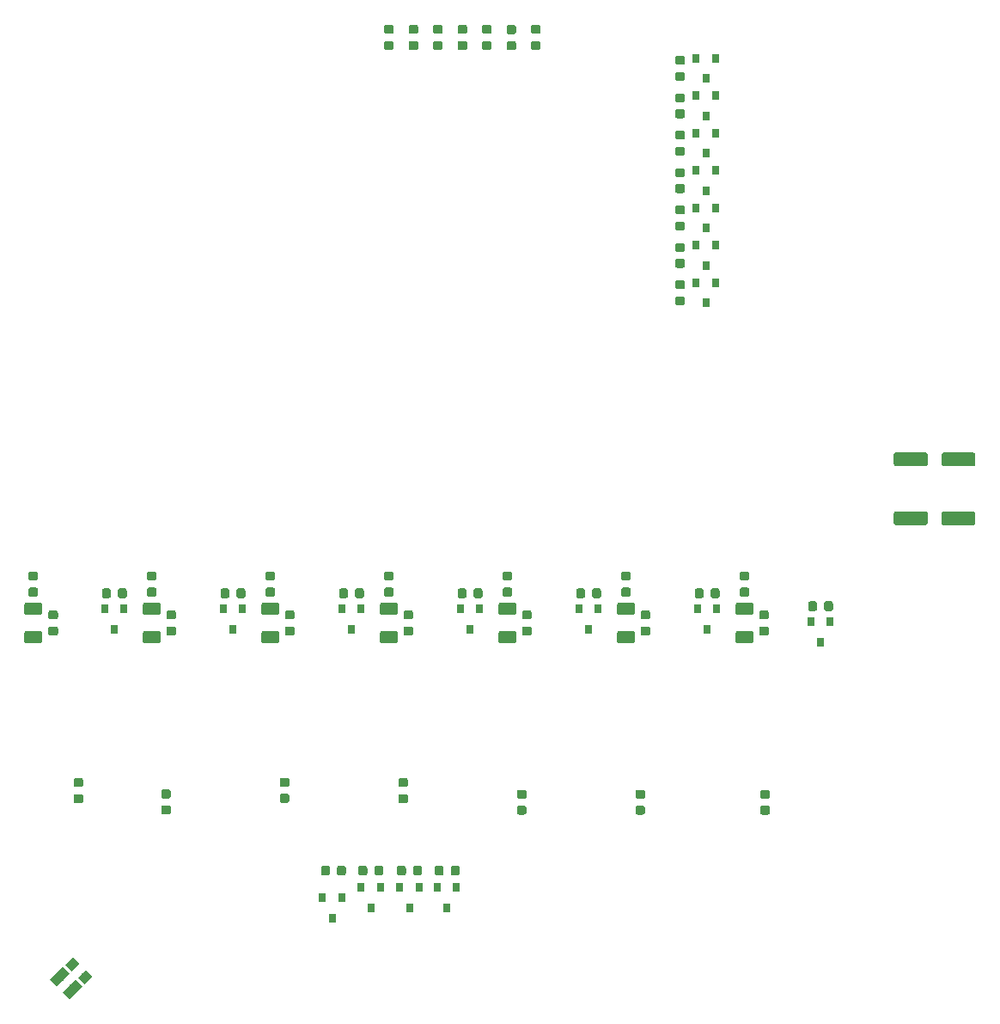
<source format=gbr>
G04 #@! TF.GenerationSoftware,KiCad,Pcbnew,(5.1.4)-1*
G04 #@! TF.CreationDate,2020-01-30T03:08:32+01:00*
G04 #@! TF.ProjectId,AR20_PDM_v1,41523230-5f50-4444-9d5f-76312e6b6963,rev?*
G04 #@! TF.SameCoordinates,Original*
G04 #@! TF.FileFunction,Paste,Bot*
G04 #@! TF.FilePolarity,Positive*
%FSLAX46Y46*%
G04 Gerber Fmt 4.6, Leading zero omitted, Abs format (unit mm)*
G04 Created by KiCad (PCBNEW (5.1.4)-1) date 2020-01-30 03:08:32*
%MOMM*%
%LPD*%
G04 APERTURE LIST*
%ADD10C,0.100000*%
%ADD11C,0.875000*%
%ADD12R,0.800000X0.900000*%
%ADD13C,1.250000*%
%ADD14C,0.880000*%
%ADD15C,0.980000*%
%ADD16C,1.350000*%
G04 APERTURE END LIST*
D10*
G36*
X114958691Y-101417553D02*
G01*
X114979926Y-101420703D01*
X115000750Y-101425919D01*
X115020962Y-101433151D01*
X115040368Y-101442330D01*
X115058781Y-101453366D01*
X115076024Y-101466154D01*
X115091930Y-101480570D01*
X115106346Y-101496476D01*
X115119134Y-101513719D01*
X115130170Y-101532132D01*
X115139349Y-101551538D01*
X115146581Y-101571750D01*
X115151797Y-101592574D01*
X115154947Y-101613809D01*
X115156000Y-101635250D01*
X115156000Y-102072750D01*
X115154947Y-102094191D01*
X115151797Y-102115426D01*
X115146581Y-102136250D01*
X115139349Y-102156462D01*
X115130170Y-102175868D01*
X115119134Y-102194281D01*
X115106346Y-102211524D01*
X115091930Y-102227430D01*
X115076024Y-102241846D01*
X115058781Y-102254634D01*
X115040368Y-102265670D01*
X115020962Y-102274849D01*
X115000750Y-102282081D01*
X114979926Y-102287297D01*
X114958691Y-102290447D01*
X114937250Y-102291500D01*
X114424750Y-102291500D01*
X114403309Y-102290447D01*
X114382074Y-102287297D01*
X114361250Y-102282081D01*
X114341038Y-102274849D01*
X114321632Y-102265670D01*
X114303219Y-102254634D01*
X114285976Y-102241846D01*
X114270070Y-102227430D01*
X114255654Y-102211524D01*
X114242866Y-102194281D01*
X114231830Y-102175868D01*
X114222651Y-102156462D01*
X114215419Y-102136250D01*
X114210203Y-102115426D01*
X114207053Y-102094191D01*
X114206000Y-102072750D01*
X114206000Y-101635250D01*
X114207053Y-101613809D01*
X114210203Y-101592574D01*
X114215419Y-101571750D01*
X114222651Y-101551538D01*
X114231830Y-101532132D01*
X114242866Y-101513719D01*
X114255654Y-101496476D01*
X114270070Y-101480570D01*
X114285976Y-101466154D01*
X114303219Y-101453366D01*
X114321632Y-101442330D01*
X114341038Y-101433151D01*
X114361250Y-101425919D01*
X114382074Y-101420703D01*
X114403309Y-101417553D01*
X114424750Y-101416500D01*
X114937250Y-101416500D01*
X114958691Y-101417553D01*
X114958691Y-101417553D01*
G37*
D11*
X114681000Y-101854000D03*
D10*
G36*
X114958691Y-99842553D02*
G01*
X114979926Y-99845703D01*
X115000750Y-99850919D01*
X115020962Y-99858151D01*
X115040368Y-99867330D01*
X115058781Y-99878366D01*
X115076024Y-99891154D01*
X115091930Y-99905570D01*
X115106346Y-99921476D01*
X115119134Y-99938719D01*
X115130170Y-99957132D01*
X115139349Y-99976538D01*
X115146581Y-99996750D01*
X115151797Y-100017574D01*
X115154947Y-100038809D01*
X115156000Y-100060250D01*
X115156000Y-100497750D01*
X115154947Y-100519191D01*
X115151797Y-100540426D01*
X115146581Y-100561250D01*
X115139349Y-100581462D01*
X115130170Y-100600868D01*
X115119134Y-100619281D01*
X115106346Y-100636524D01*
X115091930Y-100652430D01*
X115076024Y-100666846D01*
X115058781Y-100679634D01*
X115040368Y-100690670D01*
X115020962Y-100699849D01*
X115000750Y-100707081D01*
X114979926Y-100712297D01*
X114958691Y-100715447D01*
X114937250Y-100716500D01*
X114424750Y-100716500D01*
X114403309Y-100715447D01*
X114382074Y-100712297D01*
X114361250Y-100707081D01*
X114341038Y-100699849D01*
X114321632Y-100690670D01*
X114303219Y-100679634D01*
X114285976Y-100666846D01*
X114270070Y-100652430D01*
X114255654Y-100636524D01*
X114242866Y-100619281D01*
X114231830Y-100600868D01*
X114222651Y-100581462D01*
X114215419Y-100561250D01*
X114210203Y-100540426D01*
X114207053Y-100519191D01*
X114206000Y-100497750D01*
X114206000Y-100060250D01*
X114207053Y-100038809D01*
X114210203Y-100017574D01*
X114215419Y-99996750D01*
X114222651Y-99976538D01*
X114231830Y-99957132D01*
X114242866Y-99938719D01*
X114255654Y-99921476D01*
X114270070Y-99905570D01*
X114285976Y-99891154D01*
X114303219Y-99878366D01*
X114321632Y-99867330D01*
X114341038Y-99858151D01*
X114361250Y-99850919D01*
X114382074Y-99845703D01*
X114403309Y-99842553D01*
X114424750Y-99841500D01*
X114937250Y-99841500D01*
X114958691Y-99842553D01*
X114958691Y-99842553D01*
G37*
D11*
X114681000Y-100279000D03*
D12*
X110871000Y-62341000D03*
X111821000Y-60341000D03*
X109921000Y-60341000D03*
D10*
G36*
X108608691Y-54326053D02*
G01*
X108629926Y-54329203D01*
X108650750Y-54334419D01*
X108670962Y-54341651D01*
X108690368Y-54350830D01*
X108708781Y-54361866D01*
X108726024Y-54374654D01*
X108741930Y-54389070D01*
X108756346Y-54404976D01*
X108769134Y-54422219D01*
X108780170Y-54440632D01*
X108789349Y-54460038D01*
X108796581Y-54480250D01*
X108801797Y-54501074D01*
X108804947Y-54522309D01*
X108806000Y-54543750D01*
X108806000Y-54981250D01*
X108804947Y-55002691D01*
X108801797Y-55023926D01*
X108796581Y-55044750D01*
X108789349Y-55064962D01*
X108780170Y-55084368D01*
X108769134Y-55102781D01*
X108756346Y-55120024D01*
X108741930Y-55135930D01*
X108726024Y-55150346D01*
X108708781Y-55163134D01*
X108690368Y-55174170D01*
X108670962Y-55183349D01*
X108650750Y-55190581D01*
X108629926Y-55195797D01*
X108608691Y-55198947D01*
X108587250Y-55200000D01*
X108074750Y-55200000D01*
X108053309Y-55198947D01*
X108032074Y-55195797D01*
X108011250Y-55190581D01*
X107991038Y-55183349D01*
X107971632Y-55174170D01*
X107953219Y-55163134D01*
X107935976Y-55150346D01*
X107920070Y-55135930D01*
X107905654Y-55120024D01*
X107892866Y-55102781D01*
X107881830Y-55084368D01*
X107872651Y-55064962D01*
X107865419Y-55044750D01*
X107860203Y-55023926D01*
X107857053Y-55002691D01*
X107856000Y-54981250D01*
X107856000Y-54543750D01*
X107857053Y-54522309D01*
X107860203Y-54501074D01*
X107865419Y-54480250D01*
X107872651Y-54460038D01*
X107881830Y-54440632D01*
X107892866Y-54422219D01*
X107905654Y-54404976D01*
X107920070Y-54389070D01*
X107935976Y-54374654D01*
X107953219Y-54361866D01*
X107971632Y-54350830D01*
X107991038Y-54341651D01*
X108011250Y-54334419D01*
X108032074Y-54329203D01*
X108053309Y-54326053D01*
X108074750Y-54325000D01*
X108587250Y-54325000D01*
X108608691Y-54326053D01*
X108608691Y-54326053D01*
G37*
D11*
X108331000Y-54762500D03*
D10*
G36*
X108608691Y-52751053D02*
G01*
X108629926Y-52754203D01*
X108650750Y-52759419D01*
X108670962Y-52766651D01*
X108690368Y-52775830D01*
X108708781Y-52786866D01*
X108726024Y-52799654D01*
X108741930Y-52814070D01*
X108756346Y-52829976D01*
X108769134Y-52847219D01*
X108780170Y-52865632D01*
X108789349Y-52885038D01*
X108796581Y-52905250D01*
X108801797Y-52926074D01*
X108804947Y-52947309D01*
X108806000Y-52968750D01*
X108806000Y-53406250D01*
X108804947Y-53427691D01*
X108801797Y-53448926D01*
X108796581Y-53469750D01*
X108789349Y-53489962D01*
X108780170Y-53509368D01*
X108769134Y-53527781D01*
X108756346Y-53545024D01*
X108741930Y-53560930D01*
X108726024Y-53575346D01*
X108708781Y-53588134D01*
X108690368Y-53599170D01*
X108670962Y-53608349D01*
X108650750Y-53615581D01*
X108629926Y-53620797D01*
X108608691Y-53623947D01*
X108587250Y-53625000D01*
X108074750Y-53625000D01*
X108053309Y-53623947D01*
X108032074Y-53620797D01*
X108011250Y-53615581D01*
X107991038Y-53608349D01*
X107971632Y-53599170D01*
X107953219Y-53588134D01*
X107935976Y-53575346D01*
X107920070Y-53560930D01*
X107905654Y-53545024D01*
X107892866Y-53527781D01*
X107881830Y-53509368D01*
X107872651Y-53489962D01*
X107865419Y-53469750D01*
X107860203Y-53448926D01*
X107857053Y-53427691D01*
X107856000Y-53406250D01*
X107856000Y-52968750D01*
X107857053Y-52947309D01*
X107860203Y-52926074D01*
X107865419Y-52905250D01*
X107872651Y-52885038D01*
X107881830Y-52865632D01*
X107892866Y-52847219D01*
X107905654Y-52829976D01*
X107920070Y-52814070D01*
X107935976Y-52799654D01*
X107953219Y-52786866D01*
X107971632Y-52775830D01*
X107991038Y-52766651D01*
X108011250Y-52759419D01*
X108032074Y-52754203D01*
X108053309Y-52751053D01*
X108074750Y-52750000D01*
X108587250Y-52750000D01*
X108608691Y-52751053D01*
X108608691Y-52751053D01*
G37*
D11*
X108331000Y-53187500D03*
D12*
X110871000Y-51292000D03*
X111821000Y-49292000D03*
X109921000Y-49292000D03*
X99314000Y-105521000D03*
X100264000Y-103521000D03*
X98364000Y-103521000D03*
D10*
G36*
X46823191Y-103678053D02*
G01*
X46844426Y-103681203D01*
X46865250Y-103686419D01*
X46885462Y-103693651D01*
X46904868Y-103702830D01*
X46923281Y-103713866D01*
X46940524Y-103726654D01*
X46956430Y-103741070D01*
X46970846Y-103756976D01*
X46983634Y-103774219D01*
X46994670Y-103792632D01*
X47003849Y-103812038D01*
X47011081Y-103832250D01*
X47016297Y-103853074D01*
X47019447Y-103874309D01*
X47020500Y-103895750D01*
X47020500Y-104333250D01*
X47019447Y-104354691D01*
X47016297Y-104375926D01*
X47011081Y-104396750D01*
X47003849Y-104416962D01*
X46994670Y-104436368D01*
X46983634Y-104454781D01*
X46970846Y-104472024D01*
X46956430Y-104487930D01*
X46940524Y-104502346D01*
X46923281Y-104515134D01*
X46904868Y-104526170D01*
X46885462Y-104535349D01*
X46865250Y-104542581D01*
X46844426Y-104547797D01*
X46823191Y-104550947D01*
X46801750Y-104552000D01*
X46289250Y-104552000D01*
X46267809Y-104550947D01*
X46246574Y-104547797D01*
X46225750Y-104542581D01*
X46205538Y-104535349D01*
X46186132Y-104526170D01*
X46167719Y-104515134D01*
X46150476Y-104502346D01*
X46134570Y-104487930D01*
X46120154Y-104472024D01*
X46107366Y-104454781D01*
X46096330Y-104436368D01*
X46087151Y-104416962D01*
X46079919Y-104396750D01*
X46074703Y-104375926D01*
X46071553Y-104354691D01*
X46070500Y-104333250D01*
X46070500Y-103895750D01*
X46071553Y-103874309D01*
X46074703Y-103853074D01*
X46079919Y-103832250D01*
X46087151Y-103812038D01*
X46096330Y-103792632D01*
X46107366Y-103774219D01*
X46120154Y-103756976D01*
X46134570Y-103741070D01*
X46150476Y-103726654D01*
X46167719Y-103713866D01*
X46186132Y-103702830D01*
X46205538Y-103693651D01*
X46225750Y-103686419D01*
X46246574Y-103681203D01*
X46267809Y-103678053D01*
X46289250Y-103677000D01*
X46801750Y-103677000D01*
X46823191Y-103678053D01*
X46823191Y-103678053D01*
G37*
D11*
X46545500Y-104114500D03*
D10*
G36*
X46823191Y-105253053D02*
G01*
X46844426Y-105256203D01*
X46865250Y-105261419D01*
X46885462Y-105268651D01*
X46904868Y-105277830D01*
X46923281Y-105288866D01*
X46940524Y-105301654D01*
X46956430Y-105316070D01*
X46970846Y-105331976D01*
X46983634Y-105349219D01*
X46994670Y-105367632D01*
X47003849Y-105387038D01*
X47011081Y-105407250D01*
X47016297Y-105428074D01*
X47019447Y-105449309D01*
X47020500Y-105470750D01*
X47020500Y-105908250D01*
X47019447Y-105929691D01*
X47016297Y-105950926D01*
X47011081Y-105971750D01*
X47003849Y-105991962D01*
X46994670Y-106011368D01*
X46983634Y-106029781D01*
X46970846Y-106047024D01*
X46956430Y-106062930D01*
X46940524Y-106077346D01*
X46923281Y-106090134D01*
X46904868Y-106101170D01*
X46885462Y-106110349D01*
X46865250Y-106117581D01*
X46844426Y-106122797D01*
X46823191Y-106125947D01*
X46801750Y-106127000D01*
X46289250Y-106127000D01*
X46267809Y-106125947D01*
X46246574Y-106122797D01*
X46225750Y-106117581D01*
X46205538Y-106110349D01*
X46186132Y-106101170D01*
X46167719Y-106090134D01*
X46150476Y-106077346D01*
X46134570Y-106062930D01*
X46120154Y-106047024D01*
X46107366Y-106029781D01*
X46096330Y-106011368D01*
X46087151Y-105991962D01*
X46079919Y-105971750D01*
X46074703Y-105950926D01*
X46071553Y-105929691D01*
X46070500Y-105908250D01*
X46070500Y-105470750D01*
X46071553Y-105449309D01*
X46074703Y-105428074D01*
X46079919Y-105407250D01*
X46087151Y-105387038D01*
X46096330Y-105367632D01*
X46107366Y-105349219D01*
X46120154Y-105331976D01*
X46134570Y-105316070D01*
X46150476Y-105301654D01*
X46167719Y-105288866D01*
X46186132Y-105277830D01*
X46205538Y-105268651D01*
X46225750Y-105261419D01*
X46246574Y-105256203D01*
X46267809Y-105253053D01*
X46289250Y-105252000D01*
X46801750Y-105252000D01*
X46823191Y-105253053D01*
X46823191Y-105253053D01*
G37*
D11*
X46545500Y-105689500D03*
D10*
G36*
X45226504Y-102878204D02*
G01*
X45250773Y-102881804D01*
X45274571Y-102887765D01*
X45297671Y-102896030D01*
X45319849Y-102906520D01*
X45340893Y-102919133D01*
X45360598Y-102933747D01*
X45378777Y-102950223D01*
X45395253Y-102968402D01*
X45409867Y-102988107D01*
X45422480Y-103009151D01*
X45432970Y-103031329D01*
X45441235Y-103054429D01*
X45447196Y-103078227D01*
X45450796Y-103102496D01*
X45452000Y-103127000D01*
X45452000Y-103877000D01*
X45450796Y-103901504D01*
X45447196Y-103925773D01*
X45441235Y-103949571D01*
X45432970Y-103972671D01*
X45422480Y-103994849D01*
X45409867Y-104015893D01*
X45395253Y-104035598D01*
X45378777Y-104053777D01*
X45360598Y-104070253D01*
X45340893Y-104084867D01*
X45319849Y-104097480D01*
X45297671Y-104107970D01*
X45274571Y-104116235D01*
X45250773Y-104122196D01*
X45226504Y-104125796D01*
X45202000Y-104127000D01*
X43952000Y-104127000D01*
X43927496Y-104125796D01*
X43903227Y-104122196D01*
X43879429Y-104116235D01*
X43856329Y-104107970D01*
X43834151Y-104097480D01*
X43813107Y-104084867D01*
X43793402Y-104070253D01*
X43775223Y-104053777D01*
X43758747Y-104035598D01*
X43744133Y-104015893D01*
X43731520Y-103994849D01*
X43721030Y-103972671D01*
X43712765Y-103949571D01*
X43706804Y-103925773D01*
X43703204Y-103901504D01*
X43702000Y-103877000D01*
X43702000Y-103127000D01*
X43703204Y-103102496D01*
X43706804Y-103078227D01*
X43712765Y-103054429D01*
X43721030Y-103031329D01*
X43731520Y-103009151D01*
X43744133Y-102988107D01*
X43758747Y-102968402D01*
X43775223Y-102950223D01*
X43793402Y-102933747D01*
X43813107Y-102919133D01*
X43834151Y-102906520D01*
X43856329Y-102896030D01*
X43879429Y-102887765D01*
X43903227Y-102881804D01*
X43927496Y-102878204D01*
X43952000Y-102877000D01*
X45202000Y-102877000D01*
X45226504Y-102878204D01*
X45226504Y-102878204D01*
G37*
D13*
X44577000Y-103502000D03*
D10*
G36*
X45226504Y-105678204D02*
G01*
X45250773Y-105681804D01*
X45274571Y-105687765D01*
X45297671Y-105696030D01*
X45319849Y-105706520D01*
X45340893Y-105719133D01*
X45360598Y-105733747D01*
X45378777Y-105750223D01*
X45395253Y-105768402D01*
X45409867Y-105788107D01*
X45422480Y-105809151D01*
X45432970Y-105831329D01*
X45441235Y-105854429D01*
X45447196Y-105878227D01*
X45450796Y-105902496D01*
X45452000Y-105927000D01*
X45452000Y-106677000D01*
X45450796Y-106701504D01*
X45447196Y-106725773D01*
X45441235Y-106749571D01*
X45432970Y-106772671D01*
X45422480Y-106794849D01*
X45409867Y-106815893D01*
X45395253Y-106835598D01*
X45378777Y-106853777D01*
X45360598Y-106870253D01*
X45340893Y-106884867D01*
X45319849Y-106897480D01*
X45297671Y-106907970D01*
X45274571Y-106916235D01*
X45250773Y-106922196D01*
X45226504Y-106925796D01*
X45202000Y-106927000D01*
X43952000Y-106927000D01*
X43927496Y-106925796D01*
X43903227Y-106922196D01*
X43879429Y-106916235D01*
X43856329Y-106907970D01*
X43834151Y-106897480D01*
X43813107Y-106884867D01*
X43793402Y-106870253D01*
X43775223Y-106853777D01*
X43758747Y-106835598D01*
X43744133Y-106815893D01*
X43731520Y-106794849D01*
X43721030Y-106772671D01*
X43712765Y-106749571D01*
X43706804Y-106725773D01*
X43703204Y-106701504D01*
X43702000Y-106677000D01*
X43702000Y-105927000D01*
X43703204Y-105902496D01*
X43706804Y-105878227D01*
X43712765Y-105854429D01*
X43721030Y-105831329D01*
X43731520Y-105809151D01*
X43744133Y-105788107D01*
X43758747Y-105768402D01*
X43775223Y-105750223D01*
X43793402Y-105733747D01*
X43813107Y-105719133D01*
X43834151Y-105706520D01*
X43856329Y-105696030D01*
X43879429Y-105687765D01*
X43903227Y-105681804D01*
X43927496Y-105678204D01*
X43952000Y-105677000D01*
X45202000Y-105677000D01*
X45226504Y-105678204D01*
X45226504Y-105678204D01*
G37*
D13*
X44577000Y-106302000D03*
D10*
G36*
X116863691Y-103678053D02*
G01*
X116884926Y-103681203D01*
X116905750Y-103686419D01*
X116925962Y-103693651D01*
X116945368Y-103702830D01*
X116963781Y-103713866D01*
X116981024Y-103726654D01*
X116996930Y-103741070D01*
X117011346Y-103756976D01*
X117024134Y-103774219D01*
X117035170Y-103792632D01*
X117044349Y-103812038D01*
X117051581Y-103832250D01*
X117056797Y-103853074D01*
X117059947Y-103874309D01*
X117061000Y-103895750D01*
X117061000Y-104333250D01*
X117059947Y-104354691D01*
X117056797Y-104375926D01*
X117051581Y-104396750D01*
X117044349Y-104416962D01*
X117035170Y-104436368D01*
X117024134Y-104454781D01*
X117011346Y-104472024D01*
X116996930Y-104487930D01*
X116981024Y-104502346D01*
X116963781Y-104515134D01*
X116945368Y-104526170D01*
X116925962Y-104535349D01*
X116905750Y-104542581D01*
X116884926Y-104547797D01*
X116863691Y-104550947D01*
X116842250Y-104552000D01*
X116329750Y-104552000D01*
X116308309Y-104550947D01*
X116287074Y-104547797D01*
X116266250Y-104542581D01*
X116246038Y-104535349D01*
X116226632Y-104526170D01*
X116208219Y-104515134D01*
X116190976Y-104502346D01*
X116175070Y-104487930D01*
X116160654Y-104472024D01*
X116147866Y-104454781D01*
X116136830Y-104436368D01*
X116127651Y-104416962D01*
X116120419Y-104396750D01*
X116115203Y-104375926D01*
X116112053Y-104354691D01*
X116111000Y-104333250D01*
X116111000Y-103895750D01*
X116112053Y-103874309D01*
X116115203Y-103853074D01*
X116120419Y-103832250D01*
X116127651Y-103812038D01*
X116136830Y-103792632D01*
X116147866Y-103774219D01*
X116160654Y-103756976D01*
X116175070Y-103741070D01*
X116190976Y-103726654D01*
X116208219Y-103713866D01*
X116226632Y-103702830D01*
X116246038Y-103693651D01*
X116266250Y-103686419D01*
X116287074Y-103681203D01*
X116308309Y-103678053D01*
X116329750Y-103677000D01*
X116842250Y-103677000D01*
X116863691Y-103678053D01*
X116863691Y-103678053D01*
G37*
D11*
X116586000Y-104114500D03*
D10*
G36*
X116863691Y-105253053D02*
G01*
X116884926Y-105256203D01*
X116905750Y-105261419D01*
X116925962Y-105268651D01*
X116945368Y-105277830D01*
X116963781Y-105288866D01*
X116981024Y-105301654D01*
X116996930Y-105316070D01*
X117011346Y-105331976D01*
X117024134Y-105349219D01*
X117035170Y-105367632D01*
X117044349Y-105387038D01*
X117051581Y-105407250D01*
X117056797Y-105428074D01*
X117059947Y-105449309D01*
X117061000Y-105470750D01*
X117061000Y-105908250D01*
X117059947Y-105929691D01*
X117056797Y-105950926D01*
X117051581Y-105971750D01*
X117044349Y-105991962D01*
X117035170Y-106011368D01*
X117024134Y-106029781D01*
X117011346Y-106047024D01*
X116996930Y-106062930D01*
X116981024Y-106077346D01*
X116963781Y-106090134D01*
X116945368Y-106101170D01*
X116925962Y-106110349D01*
X116905750Y-106117581D01*
X116884926Y-106122797D01*
X116863691Y-106125947D01*
X116842250Y-106127000D01*
X116329750Y-106127000D01*
X116308309Y-106125947D01*
X116287074Y-106122797D01*
X116266250Y-106117581D01*
X116246038Y-106110349D01*
X116226632Y-106101170D01*
X116208219Y-106090134D01*
X116190976Y-106077346D01*
X116175070Y-106062930D01*
X116160654Y-106047024D01*
X116147866Y-106029781D01*
X116136830Y-106011368D01*
X116127651Y-105991962D01*
X116120419Y-105971750D01*
X116115203Y-105950926D01*
X116112053Y-105929691D01*
X116111000Y-105908250D01*
X116111000Y-105470750D01*
X116112053Y-105449309D01*
X116115203Y-105428074D01*
X116120419Y-105407250D01*
X116127651Y-105387038D01*
X116136830Y-105367632D01*
X116147866Y-105349219D01*
X116160654Y-105331976D01*
X116175070Y-105316070D01*
X116190976Y-105301654D01*
X116208219Y-105288866D01*
X116226632Y-105277830D01*
X116246038Y-105268651D01*
X116266250Y-105261419D01*
X116287074Y-105256203D01*
X116308309Y-105253053D01*
X116329750Y-105252000D01*
X116842250Y-105252000D01*
X116863691Y-105253053D01*
X116863691Y-105253053D01*
G37*
D11*
X116586000Y-105689500D03*
D10*
G36*
X115330504Y-102878204D02*
G01*
X115354773Y-102881804D01*
X115378571Y-102887765D01*
X115401671Y-102896030D01*
X115423849Y-102906520D01*
X115444893Y-102919133D01*
X115464598Y-102933747D01*
X115482777Y-102950223D01*
X115499253Y-102968402D01*
X115513867Y-102988107D01*
X115526480Y-103009151D01*
X115536970Y-103031329D01*
X115545235Y-103054429D01*
X115551196Y-103078227D01*
X115554796Y-103102496D01*
X115556000Y-103127000D01*
X115556000Y-103877000D01*
X115554796Y-103901504D01*
X115551196Y-103925773D01*
X115545235Y-103949571D01*
X115536970Y-103972671D01*
X115526480Y-103994849D01*
X115513867Y-104015893D01*
X115499253Y-104035598D01*
X115482777Y-104053777D01*
X115464598Y-104070253D01*
X115444893Y-104084867D01*
X115423849Y-104097480D01*
X115401671Y-104107970D01*
X115378571Y-104116235D01*
X115354773Y-104122196D01*
X115330504Y-104125796D01*
X115306000Y-104127000D01*
X114056000Y-104127000D01*
X114031496Y-104125796D01*
X114007227Y-104122196D01*
X113983429Y-104116235D01*
X113960329Y-104107970D01*
X113938151Y-104097480D01*
X113917107Y-104084867D01*
X113897402Y-104070253D01*
X113879223Y-104053777D01*
X113862747Y-104035598D01*
X113848133Y-104015893D01*
X113835520Y-103994849D01*
X113825030Y-103972671D01*
X113816765Y-103949571D01*
X113810804Y-103925773D01*
X113807204Y-103901504D01*
X113806000Y-103877000D01*
X113806000Y-103127000D01*
X113807204Y-103102496D01*
X113810804Y-103078227D01*
X113816765Y-103054429D01*
X113825030Y-103031329D01*
X113835520Y-103009151D01*
X113848133Y-102988107D01*
X113862747Y-102968402D01*
X113879223Y-102950223D01*
X113897402Y-102933747D01*
X113917107Y-102919133D01*
X113938151Y-102906520D01*
X113960329Y-102896030D01*
X113983429Y-102887765D01*
X114007227Y-102881804D01*
X114031496Y-102878204D01*
X114056000Y-102877000D01*
X115306000Y-102877000D01*
X115330504Y-102878204D01*
X115330504Y-102878204D01*
G37*
D13*
X114681000Y-103502000D03*
D10*
G36*
X115330504Y-105678204D02*
G01*
X115354773Y-105681804D01*
X115378571Y-105687765D01*
X115401671Y-105696030D01*
X115423849Y-105706520D01*
X115444893Y-105719133D01*
X115464598Y-105733747D01*
X115482777Y-105750223D01*
X115499253Y-105768402D01*
X115513867Y-105788107D01*
X115526480Y-105809151D01*
X115536970Y-105831329D01*
X115545235Y-105854429D01*
X115551196Y-105878227D01*
X115554796Y-105902496D01*
X115556000Y-105927000D01*
X115556000Y-106677000D01*
X115554796Y-106701504D01*
X115551196Y-106725773D01*
X115545235Y-106749571D01*
X115536970Y-106772671D01*
X115526480Y-106794849D01*
X115513867Y-106815893D01*
X115499253Y-106835598D01*
X115482777Y-106853777D01*
X115464598Y-106870253D01*
X115444893Y-106884867D01*
X115423849Y-106897480D01*
X115401671Y-106907970D01*
X115378571Y-106916235D01*
X115354773Y-106922196D01*
X115330504Y-106925796D01*
X115306000Y-106927000D01*
X114056000Y-106927000D01*
X114031496Y-106925796D01*
X114007227Y-106922196D01*
X113983429Y-106916235D01*
X113960329Y-106907970D01*
X113938151Y-106897480D01*
X113917107Y-106884867D01*
X113897402Y-106870253D01*
X113879223Y-106853777D01*
X113862747Y-106835598D01*
X113848133Y-106815893D01*
X113835520Y-106794849D01*
X113825030Y-106772671D01*
X113816765Y-106749571D01*
X113810804Y-106725773D01*
X113807204Y-106701504D01*
X113806000Y-106677000D01*
X113806000Y-105927000D01*
X113807204Y-105902496D01*
X113810804Y-105878227D01*
X113816765Y-105854429D01*
X113825030Y-105831329D01*
X113835520Y-105809151D01*
X113848133Y-105788107D01*
X113862747Y-105768402D01*
X113879223Y-105750223D01*
X113897402Y-105733747D01*
X113917107Y-105719133D01*
X113938151Y-105706520D01*
X113960329Y-105696030D01*
X113983429Y-105687765D01*
X114007227Y-105681804D01*
X114031496Y-105678204D01*
X114056000Y-105677000D01*
X115306000Y-105677000D01*
X115330504Y-105678204D01*
X115330504Y-105678204D01*
G37*
D13*
X114681000Y-106302000D03*
D10*
G36*
X70127691Y-103678053D02*
G01*
X70148926Y-103681203D01*
X70169750Y-103686419D01*
X70189962Y-103693651D01*
X70209368Y-103702830D01*
X70227781Y-103713866D01*
X70245024Y-103726654D01*
X70260930Y-103741070D01*
X70275346Y-103756976D01*
X70288134Y-103774219D01*
X70299170Y-103792632D01*
X70308349Y-103812038D01*
X70315581Y-103832250D01*
X70320797Y-103853074D01*
X70323947Y-103874309D01*
X70325000Y-103895750D01*
X70325000Y-104333250D01*
X70323947Y-104354691D01*
X70320797Y-104375926D01*
X70315581Y-104396750D01*
X70308349Y-104416962D01*
X70299170Y-104436368D01*
X70288134Y-104454781D01*
X70275346Y-104472024D01*
X70260930Y-104487930D01*
X70245024Y-104502346D01*
X70227781Y-104515134D01*
X70209368Y-104526170D01*
X70189962Y-104535349D01*
X70169750Y-104542581D01*
X70148926Y-104547797D01*
X70127691Y-104550947D01*
X70106250Y-104552000D01*
X69593750Y-104552000D01*
X69572309Y-104550947D01*
X69551074Y-104547797D01*
X69530250Y-104542581D01*
X69510038Y-104535349D01*
X69490632Y-104526170D01*
X69472219Y-104515134D01*
X69454976Y-104502346D01*
X69439070Y-104487930D01*
X69424654Y-104472024D01*
X69411866Y-104454781D01*
X69400830Y-104436368D01*
X69391651Y-104416962D01*
X69384419Y-104396750D01*
X69379203Y-104375926D01*
X69376053Y-104354691D01*
X69375000Y-104333250D01*
X69375000Y-103895750D01*
X69376053Y-103874309D01*
X69379203Y-103853074D01*
X69384419Y-103832250D01*
X69391651Y-103812038D01*
X69400830Y-103792632D01*
X69411866Y-103774219D01*
X69424654Y-103756976D01*
X69439070Y-103741070D01*
X69454976Y-103726654D01*
X69472219Y-103713866D01*
X69490632Y-103702830D01*
X69510038Y-103693651D01*
X69530250Y-103686419D01*
X69551074Y-103681203D01*
X69572309Y-103678053D01*
X69593750Y-103677000D01*
X70106250Y-103677000D01*
X70127691Y-103678053D01*
X70127691Y-103678053D01*
G37*
D11*
X69850000Y-104114500D03*
D10*
G36*
X70127691Y-105253053D02*
G01*
X70148926Y-105256203D01*
X70169750Y-105261419D01*
X70189962Y-105268651D01*
X70209368Y-105277830D01*
X70227781Y-105288866D01*
X70245024Y-105301654D01*
X70260930Y-105316070D01*
X70275346Y-105331976D01*
X70288134Y-105349219D01*
X70299170Y-105367632D01*
X70308349Y-105387038D01*
X70315581Y-105407250D01*
X70320797Y-105428074D01*
X70323947Y-105449309D01*
X70325000Y-105470750D01*
X70325000Y-105908250D01*
X70323947Y-105929691D01*
X70320797Y-105950926D01*
X70315581Y-105971750D01*
X70308349Y-105991962D01*
X70299170Y-106011368D01*
X70288134Y-106029781D01*
X70275346Y-106047024D01*
X70260930Y-106062930D01*
X70245024Y-106077346D01*
X70227781Y-106090134D01*
X70209368Y-106101170D01*
X70189962Y-106110349D01*
X70169750Y-106117581D01*
X70148926Y-106122797D01*
X70127691Y-106125947D01*
X70106250Y-106127000D01*
X69593750Y-106127000D01*
X69572309Y-106125947D01*
X69551074Y-106122797D01*
X69530250Y-106117581D01*
X69510038Y-106110349D01*
X69490632Y-106101170D01*
X69472219Y-106090134D01*
X69454976Y-106077346D01*
X69439070Y-106062930D01*
X69424654Y-106047024D01*
X69411866Y-106029781D01*
X69400830Y-106011368D01*
X69391651Y-105991962D01*
X69384419Y-105971750D01*
X69379203Y-105950926D01*
X69376053Y-105929691D01*
X69375000Y-105908250D01*
X69375000Y-105470750D01*
X69376053Y-105449309D01*
X69379203Y-105428074D01*
X69384419Y-105407250D01*
X69391651Y-105387038D01*
X69400830Y-105367632D01*
X69411866Y-105349219D01*
X69424654Y-105331976D01*
X69439070Y-105316070D01*
X69454976Y-105301654D01*
X69472219Y-105288866D01*
X69490632Y-105277830D01*
X69510038Y-105268651D01*
X69530250Y-105261419D01*
X69551074Y-105256203D01*
X69572309Y-105253053D01*
X69593750Y-105252000D01*
X70106250Y-105252000D01*
X70127691Y-105253053D01*
X70127691Y-105253053D01*
G37*
D11*
X69850000Y-105689500D03*
D10*
G36*
X93495691Y-103678053D02*
G01*
X93516926Y-103681203D01*
X93537750Y-103686419D01*
X93557962Y-103693651D01*
X93577368Y-103702830D01*
X93595781Y-103713866D01*
X93613024Y-103726654D01*
X93628930Y-103741070D01*
X93643346Y-103756976D01*
X93656134Y-103774219D01*
X93667170Y-103792632D01*
X93676349Y-103812038D01*
X93683581Y-103832250D01*
X93688797Y-103853074D01*
X93691947Y-103874309D01*
X93693000Y-103895750D01*
X93693000Y-104333250D01*
X93691947Y-104354691D01*
X93688797Y-104375926D01*
X93683581Y-104396750D01*
X93676349Y-104416962D01*
X93667170Y-104436368D01*
X93656134Y-104454781D01*
X93643346Y-104472024D01*
X93628930Y-104487930D01*
X93613024Y-104502346D01*
X93595781Y-104515134D01*
X93577368Y-104526170D01*
X93557962Y-104535349D01*
X93537750Y-104542581D01*
X93516926Y-104547797D01*
X93495691Y-104550947D01*
X93474250Y-104552000D01*
X92961750Y-104552000D01*
X92940309Y-104550947D01*
X92919074Y-104547797D01*
X92898250Y-104542581D01*
X92878038Y-104535349D01*
X92858632Y-104526170D01*
X92840219Y-104515134D01*
X92822976Y-104502346D01*
X92807070Y-104487930D01*
X92792654Y-104472024D01*
X92779866Y-104454781D01*
X92768830Y-104436368D01*
X92759651Y-104416962D01*
X92752419Y-104396750D01*
X92747203Y-104375926D01*
X92744053Y-104354691D01*
X92743000Y-104333250D01*
X92743000Y-103895750D01*
X92744053Y-103874309D01*
X92747203Y-103853074D01*
X92752419Y-103832250D01*
X92759651Y-103812038D01*
X92768830Y-103792632D01*
X92779866Y-103774219D01*
X92792654Y-103756976D01*
X92807070Y-103741070D01*
X92822976Y-103726654D01*
X92840219Y-103713866D01*
X92858632Y-103702830D01*
X92878038Y-103693651D01*
X92898250Y-103686419D01*
X92919074Y-103681203D01*
X92940309Y-103678053D01*
X92961750Y-103677000D01*
X93474250Y-103677000D01*
X93495691Y-103678053D01*
X93495691Y-103678053D01*
G37*
D11*
X93218000Y-104114500D03*
D10*
G36*
X93495691Y-105253053D02*
G01*
X93516926Y-105256203D01*
X93537750Y-105261419D01*
X93557962Y-105268651D01*
X93577368Y-105277830D01*
X93595781Y-105288866D01*
X93613024Y-105301654D01*
X93628930Y-105316070D01*
X93643346Y-105331976D01*
X93656134Y-105349219D01*
X93667170Y-105367632D01*
X93676349Y-105387038D01*
X93683581Y-105407250D01*
X93688797Y-105428074D01*
X93691947Y-105449309D01*
X93693000Y-105470750D01*
X93693000Y-105908250D01*
X93691947Y-105929691D01*
X93688797Y-105950926D01*
X93683581Y-105971750D01*
X93676349Y-105991962D01*
X93667170Y-106011368D01*
X93656134Y-106029781D01*
X93643346Y-106047024D01*
X93628930Y-106062930D01*
X93613024Y-106077346D01*
X93595781Y-106090134D01*
X93577368Y-106101170D01*
X93557962Y-106110349D01*
X93537750Y-106117581D01*
X93516926Y-106122797D01*
X93495691Y-106125947D01*
X93474250Y-106127000D01*
X92961750Y-106127000D01*
X92940309Y-106125947D01*
X92919074Y-106122797D01*
X92898250Y-106117581D01*
X92878038Y-106110349D01*
X92858632Y-106101170D01*
X92840219Y-106090134D01*
X92822976Y-106077346D01*
X92807070Y-106062930D01*
X92792654Y-106047024D01*
X92779866Y-106029781D01*
X92768830Y-106011368D01*
X92759651Y-105991962D01*
X92752419Y-105971750D01*
X92747203Y-105950926D01*
X92744053Y-105929691D01*
X92743000Y-105908250D01*
X92743000Y-105470750D01*
X92744053Y-105449309D01*
X92747203Y-105428074D01*
X92752419Y-105407250D01*
X92759651Y-105387038D01*
X92768830Y-105367632D01*
X92779866Y-105349219D01*
X92792654Y-105331976D01*
X92807070Y-105316070D01*
X92822976Y-105301654D01*
X92840219Y-105288866D01*
X92858632Y-105277830D01*
X92878038Y-105268651D01*
X92898250Y-105261419D01*
X92919074Y-105256203D01*
X92940309Y-105253053D01*
X92961750Y-105252000D01*
X93474250Y-105252000D01*
X93495691Y-105253053D01*
X93495691Y-105253053D01*
G37*
D11*
X93218000Y-105689500D03*
D10*
G36*
X105179691Y-103678053D02*
G01*
X105200926Y-103681203D01*
X105221750Y-103686419D01*
X105241962Y-103693651D01*
X105261368Y-103702830D01*
X105279781Y-103713866D01*
X105297024Y-103726654D01*
X105312930Y-103741070D01*
X105327346Y-103756976D01*
X105340134Y-103774219D01*
X105351170Y-103792632D01*
X105360349Y-103812038D01*
X105367581Y-103832250D01*
X105372797Y-103853074D01*
X105375947Y-103874309D01*
X105377000Y-103895750D01*
X105377000Y-104333250D01*
X105375947Y-104354691D01*
X105372797Y-104375926D01*
X105367581Y-104396750D01*
X105360349Y-104416962D01*
X105351170Y-104436368D01*
X105340134Y-104454781D01*
X105327346Y-104472024D01*
X105312930Y-104487930D01*
X105297024Y-104502346D01*
X105279781Y-104515134D01*
X105261368Y-104526170D01*
X105241962Y-104535349D01*
X105221750Y-104542581D01*
X105200926Y-104547797D01*
X105179691Y-104550947D01*
X105158250Y-104552000D01*
X104645750Y-104552000D01*
X104624309Y-104550947D01*
X104603074Y-104547797D01*
X104582250Y-104542581D01*
X104562038Y-104535349D01*
X104542632Y-104526170D01*
X104524219Y-104515134D01*
X104506976Y-104502346D01*
X104491070Y-104487930D01*
X104476654Y-104472024D01*
X104463866Y-104454781D01*
X104452830Y-104436368D01*
X104443651Y-104416962D01*
X104436419Y-104396750D01*
X104431203Y-104375926D01*
X104428053Y-104354691D01*
X104427000Y-104333250D01*
X104427000Y-103895750D01*
X104428053Y-103874309D01*
X104431203Y-103853074D01*
X104436419Y-103832250D01*
X104443651Y-103812038D01*
X104452830Y-103792632D01*
X104463866Y-103774219D01*
X104476654Y-103756976D01*
X104491070Y-103741070D01*
X104506976Y-103726654D01*
X104524219Y-103713866D01*
X104542632Y-103702830D01*
X104562038Y-103693651D01*
X104582250Y-103686419D01*
X104603074Y-103681203D01*
X104624309Y-103678053D01*
X104645750Y-103677000D01*
X105158250Y-103677000D01*
X105179691Y-103678053D01*
X105179691Y-103678053D01*
G37*
D11*
X104902000Y-104114500D03*
D10*
G36*
X105179691Y-105253053D02*
G01*
X105200926Y-105256203D01*
X105221750Y-105261419D01*
X105241962Y-105268651D01*
X105261368Y-105277830D01*
X105279781Y-105288866D01*
X105297024Y-105301654D01*
X105312930Y-105316070D01*
X105327346Y-105331976D01*
X105340134Y-105349219D01*
X105351170Y-105367632D01*
X105360349Y-105387038D01*
X105367581Y-105407250D01*
X105372797Y-105428074D01*
X105375947Y-105449309D01*
X105377000Y-105470750D01*
X105377000Y-105908250D01*
X105375947Y-105929691D01*
X105372797Y-105950926D01*
X105367581Y-105971750D01*
X105360349Y-105991962D01*
X105351170Y-106011368D01*
X105340134Y-106029781D01*
X105327346Y-106047024D01*
X105312930Y-106062930D01*
X105297024Y-106077346D01*
X105279781Y-106090134D01*
X105261368Y-106101170D01*
X105241962Y-106110349D01*
X105221750Y-106117581D01*
X105200926Y-106122797D01*
X105179691Y-106125947D01*
X105158250Y-106127000D01*
X104645750Y-106127000D01*
X104624309Y-106125947D01*
X104603074Y-106122797D01*
X104582250Y-106117581D01*
X104562038Y-106110349D01*
X104542632Y-106101170D01*
X104524219Y-106090134D01*
X104506976Y-106077346D01*
X104491070Y-106062930D01*
X104476654Y-106047024D01*
X104463866Y-106029781D01*
X104452830Y-106011368D01*
X104443651Y-105991962D01*
X104436419Y-105971750D01*
X104431203Y-105950926D01*
X104428053Y-105929691D01*
X104427000Y-105908250D01*
X104427000Y-105470750D01*
X104428053Y-105449309D01*
X104431203Y-105428074D01*
X104436419Y-105407250D01*
X104443651Y-105387038D01*
X104452830Y-105367632D01*
X104463866Y-105349219D01*
X104476654Y-105331976D01*
X104491070Y-105316070D01*
X104506976Y-105301654D01*
X104524219Y-105288866D01*
X104542632Y-105277830D01*
X104562038Y-105268651D01*
X104582250Y-105261419D01*
X104603074Y-105256203D01*
X104624309Y-105253053D01*
X104645750Y-105252000D01*
X105158250Y-105252000D01*
X105179691Y-105253053D01*
X105179691Y-105253053D01*
G37*
D11*
X104902000Y-105689500D03*
D10*
G36*
X58443691Y-103678053D02*
G01*
X58464926Y-103681203D01*
X58485750Y-103686419D01*
X58505962Y-103693651D01*
X58525368Y-103702830D01*
X58543781Y-103713866D01*
X58561024Y-103726654D01*
X58576930Y-103741070D01*
X58591346Y-103756976D01*
X58604134Y-103774219D01*
X58615170Y-103792632D01*
X58624349Y-103812038D01*
X58631581Y-103832250D01*
X58636797Y-103853074D01*
X58639947Y-103874309D01*
X58641000Y-103895750D01*
X58641000Y-104333250D01*
X58639947Y-104354691D01*
X58636797Y-104375926D01*
X58631581Y-104396750D01*
X58624349Y-104416962D01*
X58615170Y-104436368D01*
X58604134Y-104454781D01*
X58591346Y-104472024D01*
X58576930Y-104487930D01*
X58561024Y-104502346D01*
X58543781Y-104515134D01*
X58525368Y-104526170D01*
X58505962Y-104535349D01*
X58485750Y-104542581D01*
X58464926Y-104547797D01*
X58443691Y-104550947D01*
X58422250Y-104552000D01*
X57909750Y-104552000D01*
X57888309Y-104550947D01*
X57867074Y-104547797D01*
X57846250Y-104542581D01*
X57826038Y-104535349D01*
X57806632Y-104526170D01*
X57788219Y-104515134D01*
X57770976Y-104502346D01*
X57755070Y-104487930D01*
X57740654Y-104472024D01*
X57727866Y-104454781D01*
X57716830Y-104436368D01*
X57707651Y-104416962D01*
X57700419Y-104396750D01*
X57695203Y-104375926D01*
X57692053Y-104354691D01*
X57691000Y-104333250D01*
X57691000Y-103895750D01*
X57692053Y-103874309D01*
X57695203Y-103853074D01*
X57700419Y-103832250D01*
X57707651Y-103812038D01*
X57716830Y-103792632D01*
X57727866Y-103774219D01*
X57740654Y-103756976D01*
X57755070Y-103741070D01*
X57770976Y-103726654D01*
X57788219Y-103713866D01*
X57806632Y-103702830D01*
X57826038Y-103693651D01*
X57846250Y-103686419D01*
X57867074Y-103681203D01*
X57888309Y-103678053D01*
X57909750Y-103677000D01*
X58422250Y-103677000D01*
X58443691Y-103678053D01*
X58443691Y-103678053D01*
G37*
D11*
X58166000Y-104114500D03*
D10*
G36*
X58443691Y-105253053D02*
G01*
X58464926Y-105256203D01*
X58485750Y-105261419D01*
X58505962Y-105268651D01*
X58525368Y-105277830D01*
X58543781Y-105288866D01*
X58561024Y-105301654D01*
X58576930Y-105316070D01*
X58591346Y-105331976D01*
X58604134Y-105349219D01*
X58615170Y-105367632D01*
X58624349Y-105387038D01*
X58631581Y-105407250D01*
X58636797Y-105428074D01*
X58639947Y-105449309D01*
X58641000Y-105470750D01*
X58641000Y-105908250D01*
X58639947Y-105929691D01*
X58636797Y-105950926D01*
X58631581Y-105971750D01*
X58624349Y-105991962D01*
X58615170Y-106011368D01*
X58604134Y-106029781D01*
X58591346Y-106047024D01*
X58576930Y-106062930D01*
X58561024Y-106077346D01*
X58543781Y-106090134D01*
X58525368Y-106101170D01*
X58505962Y-106110349D01*
X58485750Y-106117581D01*
X58464926Y-106122797D01*
X58443691Y-106125947D01*
X58422250Y-106127000D01*
X57909750Y-106127000D01*
X57888309Y-106125947D01*
X57867074Y-106122797D01*
X57846250Y-106117581D01*
X57826038Y-106110349D01*
X57806632Y-106101170D01*
X57788219Y-106090134D01*
X57770976Y-106077346D01*
X57755070Y-106062930D01*
X57740654Y-106047024D01*
X57727866Y-106029781D01*
X57716830Y-106011368D01*
X57707651Y-105991962D01*
X57700419Y-105971750D01*
X57695203Y-105950926D01*
X57692053Y-105929691D01*
X57691000Y-105908250D01*
X57691000Y-105470750D01*
X57692053Y-105449309D01*
X57695203Y-105428074D01*
X57700419Y-105407250D01*
X57707651Y-105387038D01*
X57716830Y-105367632D01*
X57727866Y-105349219D01*
X57740654Y-105331976D01*
X57755070Y-105316070D01*
X57770976Y-105301654D01*
X57788219Y-105288866D01*
X57806632Y-105277830D01*
X57826038Y-105268651D01*
X57846250Y-105261419D01*
X57867074Y-105256203D01*
X57888309Y-105253053D01*
X57909750Y-105252000D01*
X58422250Y-105252000D01*
X58443691Y-105253053D01*
X58443691Y-105253053D01*
G37*
D11*
X58166000Y-105689500D03*
D10*
G36*
X81811691Y-103678053D02*
G01*
X81832926Y-103681203D01*
X81853750Y-103686419D01*
X81873962Y-103693651D01*
X81893368Y-103702830D01*
X81911781Y-103713866D01*
X81929024Y-103726654D01*
X81944930Y-103741070D01*
X81959346Y-103756976D01*
X81972134Y-103774219D01*
X81983170Y-103792632D01*
X81992349Y-103812038D01*
X81999581Y-103832250D01*
X82004797Y-103853074D01*
X82007947Y-103874309D01*
X82009000Y-103895750D01*
X82009000Y-104333250D01*
X82007947Y-104354691D01*
X82004797Y-104375926D01*
X81999581Y-104396750D01*
X81992349Y-104416962D01*
X81983170Y-104436368D01*
X81972134Y-104454781D01*
X81959346Y-104472024D01*
X81944930Y-104487930D01*
X81929024Y-104502346D01*
X81911781Y-104515134D01*
X81893368Y-104526170D01*
X81873962Y-104535349D01*
X81853750Y-104542581D01*
X81832926Y-104547797D01*
X81811691Y-104550947D01*
X81790250Y-104552000D01*
X81277750Y-104552000D01*
X81256309Y-104550947D01*
X81235074Y-104547797D01*
X81214250Y-104542581D01*
X81194038Y-104535349D01*
X81174632Y-104526170D01*
X81156219Y-104515134D01*
X81138976Y-104502346D01*
X81123070Y-104487930D01*
X81108654Y-104472024D01*
X81095866Y-104454781D01*
X81084830Y-104436368D01*
X81075651Y-104416962D01*
X81068419Y-104396750D01*
X81063203Y-104375926D01*
X81060053Y-104354691D01*
X81059000Y-104333250D01*
X81059000Y-103895750D01*
X81060053Y-103874309D01*
X81063203Y-103853074D01*
X81068419Y-103832250D01*
X81075651Y-103812038D01*
X81084830Y-103792632D01*
X81095866Y-103774219D01*
X81108654Y-103756976D01*
X81123070Y-103741070D01*
X81138976Y-103726654D01*
X81156219Y-103713866D01*
X81174632Y-103702830D01*
X81194038Y-103693651D01*
X81214250Y-103686419D01*
X81235074Y-103681203D01*
X81256309Y-103678053D01*
X81277750Y-103677000D01*
X81790250Y-103677000D01*
X81811691Y-103678053D01*
X81811691Y-103678053D01*
G37*
D11*
X81534000Y-104114500D03*
D10*
G36*
X81811691Y-105253053D02*
G01*
X81832926Y-105256203D01*
X81853750Y-105261419D01*
X81873962Y-105268651D01*
X81893368Y-105277830D01*
X81911781Y-105288866D01*
X81929024Y-105301654D01*
X81944930Y-105316070D01*
X81959346Y-105331976D01*
X81972134Y-105349219D01*
X81983170Y-105367632D01*
X81992349Y-105387038D01*
X81999581Y-105407250D01*
X82004797Y-105428074D01*
X82007947Y-105449309D01*
X82009000Y-105470750D01*
X82009000Y-105908250D01*
X82007947Y-105929691D01*
X82004797Y-105950926D01*
X81999581Y-105971750D01*
X81992349Y-105991962D01*
X81983170Y-106011368D01*
X81972134Y-106029781D01*
X81959346Y-106047024D01*
X81944930Y-106062930D01*
X81929024Y-106077346D01*
X81911781Y-106090134D01*
X81893368Y-106101170D01*
X81873962Y-106110349D01*
X81853750Y-106117581D01*
X81832926Y-106122797D01*
X81811691Y-106125947D01*
X81790250Y-106127000D01*
X81277750Y-106127000D01*
X81256309Y-106125947D01*
X81235074Y-106122797D01*
X81214250Y-106117581D01*
X81194038Y-106110349D01*
X81174632Y-106101170D01*
X81156219Y-106090134D01*
X81138976Y-106077346D01*
X81123070Y-106062930D01*
X81108654Y-106047024D01*
X81095866Y-106029781D01*
X81084830Y-106011368D01*
X81075651Y-105991962D01*
X81068419Y-105971750D01*
X81063203Y-105950926D01*
X81060053Y-105929691D01*
X81059000Y-105908250D01*
X81059000Y-105470750D01*
X81060053Y-105449309D01*
X81063203Y-105428074D01*
X81068419Y-105407250D01*
X81075651Y-105387038D01*
X81084830Y-105367632D01*
X81095866Y-105349219D01*
X81108654Y-105331976D01*
X81123070Y-105316070D01*
X81138976Y-105301654D01*
X81156219Y-105288866D01*
X81174632Y-105277830D01*
X81194038Y-105268651D01*
X81214250Y-105261419D01*
X81235074Y-105256203D01*
X81256309Y-105253053D01*
X81277750Y-105252000D01*
X81790250Y-105252000D01*
X81811691Y-105253053D01*
X81811691Y-105253053D01*
G37*
D11*
X81534000Y-105689500D03*
D10*
G36*
X68594504Y-102878204D02*
G01*
X68618773Y-102881804D01*
X68642571Y-102887765D01*
X68665671Y-102896030D01*
X68687849Y-102906520D01*
X68708893Y-102919133D01*
X68728598Y-102933747D01*
X68746777Y-102950223D01*
X68763253Y-102968402D01*
X68777867Y-102988107D01*
X68790480Y-103009151D01*
X68800970Y-103031329D01*
X68809235Y-103054429D01*
X68815196Y-103078227D01*
X68818796Y-103102496D01*
X68820000Y-103127000D01*
X68820000Y-103877000D01*
X68818796Y-103901504D01*
X68815196Y-103925773D01*
X68809235Y-103949571D01*
X68800970Y-103972671D01*
X68790480Y-103994849D01*
X68777867Y-104015893D01*
X68763253Y-104035598D01*
X68746777Y-104053777D01*
X68728598Y-104070253D01*
X68708893Y-104084867D01*
X68687849Y-104097480D01*
X68665671Y-104107970D01*
X68642571Y-104116235D01*
X68618773Y-104122196D01*
X68594504Y-104125796D01*
X68570000Y-104127000D01*
X67320000Y-104127000D01*
X67295496Y-104125796D01*
X67271227Y-104122196D01*
X67247429Y-104116235D01*
X67224329Y-104107970D01*
X67202151Y-104097480D01*
X67181107Y-104084867D01*
X67161402Y-104070253D01*
X67143223Y-104053777D01*
X67126747Y-104035598D01*
X67112133Y-104015893D01*
X67099520Y-103994849D01*
X67089030Y-103972671D01*
X67080765Y-103949571D01*
X67074804Y-103925773D01*
X67071204Y-103901504D01*
X67070000Y-103877000D01*
X67070000Y-103127000D01*
X67071204Y-103102496D01*
X67074804Y-103078227D01*
X67080765Y-103054429D01*
X67089030Y-103031329D01*
X67099520Y-103009151D01*
X67112133Y-102988107D01*
X67126747Y-102968402D01*
X67143223Y-102950223D01*
X67161402Y-102933747D01*
X67181107Y-102919133D01*
X67202151Y-102906520D01*
X67224329Y-102896030D01*
X67247429Y-102887765D01*
X67271227Y-102881804D01*
X67295496Y-102878204D01*
X67320000Y-102877000D01*
X68570000Y-102877000D01*
X68594504Y-102878204D01*
X68594504Y-102878204D01*
G37*
D13*
X67945000Y-103502000D03*
D10*
G36*
X68594504Y-105678204D02*
G01*
X68618773Y-105681804D01*
X68642571Y-105687765D01*
X68665671Y-105696030D01*
X68687849Y-105706520D01*
X68708893Y-105719133D01*
X68728598Y-105733747D01*
X68746777Y-105750223D01*
X68763253Y-105768402D01*
X68777867Y-105788107D01*
X68790480Y-105809151D01*
X68800970Y-105831329D01*
X68809235Y-105854429D01*
X68815196Y-105878227D01*
X68818796Y-105902496D01*
X68820000Y-105927000D01*
X68820000Y-106677000D01*
X68818796Y-106701504D01*
X68815196Y-106725773D01*
X68809235Y-106749571D01*
X68800970Y-106772671D01*
X68790480Y-106794849D01*
X68777867Y-106815893D01*
X68763253Y-106835598D01*
X68746777Y-106853777D01*
X68728598Y-106870253D01*
X68708893Y-106884867D01*
X68687849Y-106897480D01*
X68665671Y-106907970D01*
X68642571Y-106916235D01*
X68618773Y-106922196D01*
X68594504Y-106925796D01*
X68570000Y-106927000D01*
X67320000Y-106927000D01*
X67295496Y-106925796D01*
X67271227Y-106922196D01*
X67247429Y-106916235D01*
X67224329Y-106907970D01*
X67202151Y-106897480D01*
X67181107Y-106884867D01*
X67161402Y-106870253D01*
X67143223Y-106853777D01*
X67126747Y-106835598D01*
X67112133Y-106815893D01*
X67099520Y-106794849D01*
X67089030Y-106772671D01*
X67080765Y-106749571D01*
X67074804Y-106725773D01*
X67071204Y-106701504D01*
X67070000Y-106677000D01*
X67070000Y-105927000D01*
X67071204Y-105902496D01*
X67074804Y-105878227D01*
X67080765Y-105854429D01*
X67089030Y-105831329D01*
X67099520Y-105809151D01*
X67112133Y-105788107D01*
X67126747Y-105768402D01*
X67143223Y-105750223D01*
X67161402Y-105733747D01*
X67181107Y-105719133D01*
X67202151Y-105706520D01*
X67224329Y-105696030D01*
X67247429Y-105687765D01*
X67271227Y-105681804D01*
X67295496Y-105678204D01*
X67320000Y-105677000D01*
X68570000Y-105677000D01*
X68594504Y-105678204D01*
X68594504Y-105678204D01*
G37*
D13*
X67945000Y-106302000D03*
D10*
G36*
X91962504Y-102878204D02*
G01*
X91986773Y-102881804D01*
X92010571Y-102887765D01*
X92033671Y-102896030D01*
X92055849Y-102906520D01*
X92076893Y-102919133D01*
X92096598Y-102933747D01*
X92114777Y-102950223D01*
X92131253Y-102968402D01*
X92145867Y-102988107D01*
X92158480Y-103009151D01*
X92168970Y-103031329D01*
X92177235Y-103054429D01*
X92183196Y-103078227D01*
X92186796Y-103102496D01*
X92188000Y-103127000D01*
X92188000Y-103877000D01*
X92186796Y-103901504D01*
X92183196Y-103925773D01*
X92177235Y-103949571D01*
X92168970Y-103972671D01*
X92158480Y-103994849D01*
X92145867Y-104015893D01*
X92131253Y-104035598D01*
X92114777Y-104053777D01*
X92096598Y-104070253D01*
X92076893Y-104084867D01*
X92055849Y-104097480D01*
X92033671Y-104107970D01*
X92010571Y-104116235D01*
X91986773Y-104122196D01*
X91962504Y-104125796D01*
X91938000Y-104127000D01*
X90688000Y-104127000D01*
X90663496Y-104125796D01*
X90639227Y-104122196D01*
X90615429Y-104116235D01*
X90592329Y-104107970D01*
X90570151Y-104097480D01*
X90549107Y-104084867D01*
X90529402Y-104070253D01*
X90511223Y-104053777D01*
X90494747Y-104035598D01*
X90480133Y-104015893D01*
X90467520Y-103994849D01*
X90457030Y-103972671D01*
X90448765Y-103949571D01*
X90442804Y-103925773D01*
X90439204Y-103901504D01*
X90438000Y-103877000D01*
X90438000Y-103127000D01*
X90439204Y-103102496D01*
X90442804Y-103078227D01*
X90448765Y-103054429D01*
X90457030Y-103031329D01*
X90467520Y-103009151D01*
X90480133Y-102988107D01*
X90494747Y-102968402D01*
X90511223Y-102950223D01*
X90529402Y-102933747D01*
X90549107Y-102919133D01*
X90570151Y-102906520D01*
X90592329Y-102896030D01*
X90615429Y-102887765D01*
X90639227Y-102881804D01*
X90663496Y-102878204D01*
X90688000Y-102877000D01*
X91938000Y-102877000D01*
X91962504Y-102878204D01*
X91962504Y-102878204D01*
G37*
D13*
X91313000Y-103502000D03*
D10*
G36*
X91962504Y-105678204D02*
G01*
X91986773Y-105681804D01*
X92010571Y-105687765D01*
X92033671Y-105696030D01*
X92055849Y-105706520D01*
X92076893Y-105719133D01*
X92096598Y-105733747D01*
X92114777Y-105750223D01*
X92131253Y-105768402D01*
X92145867Y-105788107D01*
X92158480Y-105809151D01*
X92168970Y-105831329D01*
X92177235Y-105854429D01*
X92183196Y-105878227D01*
X92186796Y-105902496D01*
X92188000Y-105927000D01*
X92188000Y-106677000D01*
X92186796Y-106701504D01*
X92183196Y-106725773D01*
X92177235Y-106749571D01*
X92168970Y-106772671D01*
X92158480Y-106794849D01*
X92145867Y-106815893D01*
X92131253Y-106835598D01*
X92114777Y-106853777D01*
X92096598Y-106870253D01*
X92076893Y-106884867D01*
X92055849Y-106897480D01*
X92033671Y-106907970D01*
X92010571Y-106916235D01*
X91986773Y-106922196D01*
X91962504Y-106925796D01*
X91938000Y-106927000D01*
X90688000Y-106927000D01*
X90663496Y-106925796D01*
X90639227Y-106922196D01*
X90615429Y-106916235D01*
X90592329Y-106907970D01*
X90570151Y-106897480D01*
X90549107Y-106884867D01*
X90529402Y-106870253D01*
X90511223Y-106853777D01*
X90494747Y-106835598D01*
X90480133Y-106815893D01*
X90467520Y-106794849D01*
X90457030Y-106772671D01*
X90448765Y-106749571D01*
X90442804Y-106725773D01*
X90439204Y-106701504D01*
X90438000Y-106677000D01*
X90438000Y-105927000D01*
X90439204Y-105902496D01*
X90442804Y-105878227D01*
X90448765Y-105854429D01*
X90457030Y-105831329D01*
X90467520Y-105809151D01*
X90480133Y-105788107D01*
X90494747Y-105768402D01*
X90511223Y-105750223D01*
X90529402Y-105733747D01*
X90549107Y-105719133D01*
X90570151Y-105706520D01*
X90592329Y-105696030D01*
X90615429Y-105687765D01*
X90639227Y-105681804D01*
X90663496Y-105678204D01*
X90688000Y-105677000D01*
X91938000Y-105677000D01*
X91962504Y-105678204D01*
X91962504Y-105678204D01*
G37*
D13*
X91313000Y-106302000D03*
D10*
G36*
X103646504Y-102878204D02*
G01*
X103670773Y-102881804D01*
X103694571Y-102887765D01*
X103717671Y-102896030D01*
X103739849Y-102906520D01*
X103760893Y-102919133D01*
X103780598Y-102933747D01*
X103798777Y-102950223D01*
X103815253Y-102968402D01*
X103829867Y-102988107D01*
X103842480Y-103009151D01*
X103852970Y-103031329D01*
X103861235Y-103054429D01*
X103867196Y-103078227D01*
X103870796Y-103102496D01*
X103872000Y-103127000D01*
X103872000Y-103877000D01*
X103870796Y-103901504D01*
X103867196Y-103925773D01*
X103861235Y-103949571D01*
X103852970Y-103972671D01*
X103842480Y-103994849D01*
X103829867Y-104015893D01*
X103815253Y-104035598D01*
X103798777Y-104053777D01*
X103780598Y-104070253D01*
X103760893Y-104084867D01*
X103739849Y-104097480D01*
X103717671Y-104107970D01*
X103694571Y-104116235D01*
X103670773Y-104122196D01*
X103646504Y-104125796D01*
X103622000Y-104127000D01*
X102372000Y-104127000D01*
X102347496Y-104125796D01*
X102323227Y-104122196D01*
X102299429Y-104116235D01*
X102276329Y-104107970D01*
X102254151Y-104097480D01*
X102233107Y-104084867D01*
X102213402Y-104070253D01*
X102195223Y-104053777D01*
X102178747Y-104035598D01*
X102164133Y-104015893D01*
X102151520Y-103994849D01*
X102141030Y-103972671D01*
X102132765Y-103949571D01*
X102126804Y-103925773D01*
X102123204Y-103901504D01*
X102122000Y-103877000D01*
X102122000Y-103127000D01*
X102123204Y-103102496D01*
X102126804Y-103078227D01*
X102132765Y-103054429D01*
X102141030Y-103031329D01*
X102151520Y-103009151D01*
X102164133Y-102988107D01*
X102178747Y-102968402D01*
X102195223Y-102950223D01*
X102213402Y-102933747D01*
X102233107Y-102919133D01*
X102254151Y-102906520D01*
X102276329Y-102896030D01*
X102299429Y-102887765D01*
X102323227Y-102881804D01*
X102347496Y-102878204D01*
X102372000Y-102877000D01*
X103622000Y-102877000D01*
X103646504Y-102878204D01*
X103646504Y-102878204D01*
G37*
D13*
X102997000Y-103502000D03*
D10*
G36*
X103646504Y-105678204D02*
G01*
X103670773Y-105681804D01*
X103694571Y-105687765D01*
X103717671Y-105696030D01*
X103739849Y-105706520D01*
X103760893Y-105719133D01*
X103780598Y-105733747D01*
X103798777Y-105750223D01*
X103815253Y-105768402D01*
X103829867Y-105788107D01*
X103842480Y-105809151D01*
X103852970Y-105831329D01*
X103861235Y-105854429D01*
X103867196Y-105878227D01*
X103870796Y-105902496D01*
X103872000Y-105927000D01*
X103872000Y-106677000D01*
X103870796Y-106701504D01*
X103867196Y-106725773D01*
X103861235Y-106749571D01*
X103852970Y-106772671D01*
X103842480Y-106794849D01*
X103829867Y-106815893D01*
X103815253Y-106835598D01*
X103798777Y-106853777D01*
X103780598Y-106870253D01*
X103760893Y-106884867D01*
X103739849Y-106897480D01*
X103717671Y-106907970D01*
X103694571Y-106916235D01*
X103670773Y-106922196D01*
X103646504Y-106925796D01*
X103622000Y-106927000D01*
X102372000Y-106927000D01*
X102347496Y-106925796D01*
X102323227Y-106922196D01*
X102299429Y-106916235D01*
X102276329Y-106907970D01*
X102254151Y-106897480D01*
X102233107Y-106884867D01*
X102213402Y-106870253D01*
X102195223Y-106853777D01*
X102178747Y-106835598D01*
X102164133Y-106815893D01*
X102151520Y-106794849D01*
X102141030Y-106772671D01*
X102132765Y-106749571D01*
X102126804Y-106725773D01*
X102123204Y-106701504D01*
X102122000Y-106677000D01*
X102122000Y-105927000D01*
X102123204Y-105902496D01*
X102126804Y-105878227D01*
X102132765Y-105854429D01*
X102141030Y-105831329D01*
X102151520Y-105809151D01*
X102164133Y-105788107D01*
X102178747Y-105768402D01*
X102195223Y-105750223D01*
X102213402Y-105733747D01*
X102233107Y-105719133D01*
X102254151Y-105706520D01*
X102276329Y-105696030D01*
X102299429Y-105687765D01*
X102323227Y-105681804D01*
X102347496Y-105678204D01*
X102372000Y-105677000D01*
X103622000Y-105677000D01*
X103646504Y-105678204D01*
X103646504Y-105678204D01*
G37*
D13*
X102997000Y-106302000D03*
D10*
G36*
X56910504Y-102878204D02*
G01*
X56934773Y-102881804D01*
X56958571Y-102887765D01*
X56981671Y-102896030D01*
X57003849Y-102906520D01*
X57024893Y-102919133D01*
X57044598Y-102933747D01*
X57062777Y-102950223D01*
X57079253Y-102968402D01*
X57093867Y-102988107D01*
X57106480Y-103009151D01*
X57116970Y-103031329D01*
X57125235Y-103054429D01*
X57131196Y-103078227D01*
X57134796Y-103102496D01*
X57136000Y-103127000D01*
X57136000Y-103877000D01*
X57134796Y-103901504D01*
X57131196Y-103925773D01*
X57125235Y-103949571D01*
X57116970Y-103972671D01*
X57106480Y-103994849D01*
X57093867Y-104015893D01*
X57079253Y-104035598D01*
X57062777Y-104053777D01*
X57044598Y-104070253D01*
X57024893Y-104084867D01*
X57003849Y-104097480D01*
X56981671Y-104107970D01*
X56958571Y-104116235D01*
X56934773Y-104122196D01*
X56910504Y-104125796D01*
X56886000Y-104127000D01*
X55636000Y-104127000D01*
X55611496Y-104125796D01*
X55587227Y-104122196D01*
X55563429Y-104116235D01*
X55540329Y-104107970D01*
X55518151Y-104097480D01*
X55497107Y-104084867D01*
X55477402Y-104070253D01*
X55459223Y-104053777D01*
X55442747Y-104035598D01*
X55428133Y-104015893D01*
X55415520Y-103994849D01*
X55405030Y-103972671D01*
X55396765Y-103949571D01*
X55390804Y-103925773D01*
X55387204Y-103901504D01*
X55386000Y-103877000D01*
X55386000Y-103127000D01*
X55387204Y-103102496D01*
X55390804Y-103078227D01*
X55396765Y-103054429D01*
X55405030Y-103031329D01*
X55415520Y-103009151D01*
X55428133Y-102988107D01*
X55442747Y-102968402D01*
X55459223Y-102950223D01*
X55477402Y-102933747D01*
X55497107Y-102919133D01*
X55518151Y-102906520D01*
X55540329Y-102896030D01*
X55563429Y-102887765D01*
X55587227Y-102881804D01*
X55611496Y-102878204D01*
X55636000Y-102877000D01*
X56886000Y-102877000D01*
X56910504Y-102878204D01*
X56910504Y-102878204D01*
G37*
D13*
X56261000Y-103502000D03*
D10*
G36*
X56910504Y-105678204D02*
G01*
X56934773Y-105681804D01*
X56958571Y-105687765D01*
X56981671Y-105696030D01*
X57003849Y-105706520D01*
X57024893Y-105719133D01*
X57044598Y-105733747D01*
X57062777Y-105750223D01*
X57079253Y-105768402D01*
X57093867Y-105788107D01*
X57106480Y-105809151D01*
X57116970Y-105831329D01*
X57125235Y-105854429D01*
X57131196Y-105878227D01*
X57134796Y-105902496D01*
X57136000Y-105927000D01*
X57136000Y-106677000D01*
X57134796Y-106701504D01*
X57131196Y-106725773D01*
X57125235Y-106749571D01*
X57116970Y-106772671D01*
X57106480Y-106794849D01*
X57093867Y-106815893D01*
X57079253Y-106835598D01*
X57062777Y-106853777D01*
X57044598Y-106870253D01*
X57024893Y-106884867D01*
X57003849Y-106897480D01*
X56981671Y-106907970D01*
X56958571Y-106916235D01*
X56934773Y-106922196D01*
X56910504Y-106925796D01*
X56886000Y-106927000D01*
X55636000Y-106927000D01*
X55611496Y-106925796D01*
X55587227Y-106922196D01*
X55563429Y-106916235D01*
X55540329Y-106907970D01*
X55518151Y-106897480D01*
X55497107Y-106884867D01*
X55477402Y-106870253D01*
X55459223Y-106853777D01*
X55442747Y-106835598D01*
X55428133Y-106815893D01*
X55415520Y-106794849D01*
X55405030Y-106772671D01*
X55396765Y-106749571D01*
X55390804Y-106725773D01*
X55387204Y-106701504D01*
X55386000Y-106677000D01*
X55386000Y-105927000D01*
X55387204Y-105902496D01*
X55390804Y-105878227D01*
X55396765Y-105854429D01*
X55405030Y-105831329D01*
X55415520Y-105809151D01*
X55428133Y-105788107D01*
X55442747Y-105768402D01*
X55459223Y-105750223D01*
X55477402Y-105733747D01*
X55497107Y-105719133D01*
X55518151Y-105706520D01*
X55540329Y-105696030D01*
X55563429Y-105687765D01*
X55587227Y-105681804D01*
X55611496Y-105678204D01*
X55636000Y-105677000D01*
X56886000Y-105677000D01*
X56910504Y-105678204D01*
X56910504Y-105678204D01*
G37*
D13*
X56261000Y-106302000D03*
D10*
G36*
X80278504Y-102878204D02*
G01*
X80302773Y-102881804D01*
X80326571Y-102887765D01*
X80349671Y-102896030D01*
X80371849Y-102906520D01*
X80392893Y-102919133D01*
X80412598Y-102933747D01*
X80430777Y-102950223D01*
X80447253Y-102968402D01*
X80461867Y-102988107D01*
X80474480Y-103009151D01*
X80484970Y-103031329D01*
X80493235Y-103054429D01*
X80499196Y-103078227D01*
X80502796Y-103102496D01*
X80504000Y-103127000D01*
X80504000Y-103877000D01*
X80502796Y-103901504D01*
X80499196Y-103925773D01*
X80493235Y-103949571D01*
X80484970Y-103972671D01*
X80474480Y-103994849D01*
X80461867Y-104015893D01*
X80447253Y-104035598D01*
X80430777Y-104053777D01*
X80412598Y-104070253D01*
X80392893Y-104084867D01*
X80371849Y-104097480D01*
X80349671Y-104107970D01*
X80326571Y-104116235D01*
X80302773Y-104122196D01*
X80278504Y-104125796D01*
X80254000Y-104127000D01*
X79004000Y-104127000D01*
X78979496Y-104125796D01*
X78955227Y-104122196D01*
X78931429Y-104116235D01*
X78908329Y-104107970D01*
X78886151Y-104097480D01*
X78865107Y-104084867D01*
X78845402Y-104070253D01*
X78827223Y-104053777D01*
X78810747Y-104035598D01*
X78796133Y-104015893D01*
X78783520Y-103994849D01*
X78773030Y-103972671D01*
X78764765Y-103949571D01*
X78758804Y-103925773D01*
X78755204Y-103901504D01*
X78754000Y-103877000D01*
X78754000Y-103127000D01*
X78755204Y-103102496D01*
X78758804Y-103078227D01*
X78764765Y-103054429D01*
X78773030Y-103031329D01*
X78783520Y-103009151D01*
X78796133Y-102988107D01*
X78810747Y-102968402D01*
X78827223Y-102950223D01*
X78845402Y-102933747D01*
X78865107Y-102919133D01*
X78886151Y-102906520D01*
X78908329Y-102896030D01*
X78931429Y-102887765D01*
X78955227Y-102881804D01*
X78979496Y-102878204D01*
X79004000Y-102877000D01*
X80254000Y-102877000D01*
X80278504Y-102878204D01*
X80278504Y-102878204D01*
G37*
D13*
X79629000Y-103502000D03*
D10*
G36*
X80278504Y-105678204D02*
G01*
X80302773Y-105681804D01*
X80326571Y-105687765D01*
X80349671Y-105696030D01*
X80371849Y-105706520D01*
X80392893Y-105719133D01*
X80412598Y-105733747D01*
X80430777Y-105750223D01*
X80447253Y-105768402D01*
X80461867Y-105788107D01*
X80474480Y-105809151D01*
X80484970Y-105831329D01*
X80493235Y-105854429D01*
X80499196Y-105878227D01*
X80502796Y-105902496D01*
X80504000Y-105927000D01*
X80504000Y-106677000D01*
X80502796Y-106701504D01*
X80499196Y-106725773D01*
X80493235Y-106749571D01*
X80484970Y-106772671D01*
X80474480Y-106794849D01*
X80461867Y-106815893D01*
X80447253Y-106835598D01*
X80430777Y-106853777D01*
X80412598Y-106870253D01*
X80392893Y-106884867D01*
X80371849Y-106897480D01*
X80349671Y-106907970D01*
X80326571Y-106916235D01*
X80302773Y-106922196D01*
X80278504Y-106925796D01*
X80254000Y-106927000D01*
X79004000Y-106927000D01*
X78979496Y-106925796D01*
X78955227Y-106922196D01*
X78931429Y-106916235D01*
X78908329Y-106907970D01*
X78886151Y-106897480D01*
X78865107Y-106884867D01*
X78845402Y-106870253D01*
X78827223Y-106853777D01*
X78810747Y-106835598D01*
X78796133Y-106815893D01*
X78783520Y-106794849D01*
X78773030Y-106772671D01*
X78764765Y-106749571D01*
X78758804Y-106725773D01*
X78755204Y-106701504D01*
X78754000Y-106677000D01*
X78754000Y-105927000D01*
X78755204Y-105902496D01*
X78758804Y-105878227D01*
X78764765Y-105854429D01*
X78773030Y-105831329D01*
X78783520Y-105809151D01*
X78796133Y-105788107D01*
X78810747Y-105768402D01*
X78827223Y-105750223D01*
X78845402Y-105733747D01*
X78865107Y-105719133D01*
X78886151Y-105706520D01*
X78908329Y-105696030D01*
X78931429Y-105687765D01*
X78955227Y-105681804D01*
X78979496Y-105678204D01*
X79004000Y-105677000D01*
X80254000Y-105677000D01*
X80278504Y-105678204D01*
X80278504Y-105678204D01*
G37*
D13*
X79629000Y-106302000D03*
D14*
X49667103Y-139777685D03*
D10*
G36*
X49592857Y-140474185D02*
G01*
X48970603Y-139851931D01*
X49741349Y-139081185D01*
X50363603Y-139703439D01*
X49592857Y-140474185D01*
X49592857Y-140474185D01*
G37*
D15*
X48479164Y-140965624D03*
D10*
G36*
X48192786Y-141944967D02*
G01*
X47499821Y-141252002D01*
X48765542Y-139986281D01*
X49458507Y-140679246D01*
X48192786Y-141944967D01*
X48192786Y-141944967D01*
G37*
D14*
X48409867Y-138520448D03*
D10*
G36*
X48335621Y-139216948D02*
G01*
X47713367Y-138594694D01*
X48484113Y-137823948D01*
X49106367Y-138446202D01*
X48335621Y-139216948D01*
X48335621Y-139216948D01*
G37*
D15*
X47221928Y-139708387D03*
D10*
G36*
X46935550Y-140687730D02*
G01*
X46242585Y-139994765D01*
X47508306Y-138729044D01*
X48201271Y-139422009D01*
X46935550Y-140687730D01*
X46935550Y-140687730D01*
G37*
D12*
X77851000Y-132953000D03*
X78801000Y-130953000D03*
X76901000Y-130953000D03*
X81661000Y-132953000D03*
X82611000Y-130953000D03*
X80711000Y-130953000D03*
X52578000Y-105521000D03*
X53528000Y-103521000D03*
X51628000Y-103521000D03*
X64262000Y-105521000D03*
X65212000Y-103521000D03*
X63312000Y-103521000D03*
X75946000Y-105521000D03*
X76896000Y-103521000D03*
X74996000Y-103521000D03*
X87630000Y-105521000D03*
X88580000Y-103521000D03*
X86680000Y-103521000D03*
X110998000Y-105521000D03*
X111948000Y-103521000D03*
X110048000Y-103521000D03*
X122174000Y-106791000D03*
X123124000Y-104791000D03*
X121224000Y-104791000D03*
D10*
G36*
X78878691Y-128812053D02*
G01*
X78899926Y-128815203D01*
X78920750Y-128820419D01*
X78940962Y-128827651D01*
X78960368Y-128836830D01*
X78978781Y-128847866D01*
X78996024Y-128860654D01*
X79011930Y-128875070D01*
X79026346Y-128890976D01*
X79039134Y-128908219D01*
X79050170Y-128926632D01*
X79059349Y-128946038D01*
X79066581Y-128966250D01*
X79071797Y-128987074D01*
X79074947Y-129008309D01*
X79076000Y-129029750D01*
X79076000Y-129542250D01*
X79074947Y-129563691D01*
X79071797Y-129584926D01*
X79066581Y-129605750D01*
X79059349Y-129625962D01*
X79050170Y-129645368D01*
X79039134Y-129663781D01*
X79026346Y-129681024D01*
X79011930Y-129696930D01*
X78996024Y-129711346D01*
X78978781Y-129724134D01*
X78960368Y-129735170D01*
X78940962Y-129744349D01*
X78920750Y-129751581D01*
X78899926Y-129756797D01*
X78878691Y-129759947D01*
X78857250Y-129761000D01*
X78419750Y-129761000D01*
X78398309Y-129759947D01*
X78377074Y-129756797D01*
X78356250Y-129751581D01*
X78336038Y-129744349D01*
X78316632Y-129735170D01*
X78298219Y-129724134D01*
X78280976Y-129711346D01*
X78265070Y-129696930D01*
X78250654Y-129681024D01*
X78237866Y-129663781D01*
X78226830Y-129645368D01*
X78217651Y-129625962D01*
X78210419Y-129605750D01*
X78205203Y-129584926D01*
X78202053Y-129563691D01*
X78201000Y-129542250D01*
X78201000Y-129029750D01*
X78202053Y-129008309D01*
X78205203Y-128987074D01*
X78210419Y-128966250D01*
X78217651Y-128946038D01*
X78226830Y-128926632D01*
X78237866Y-128908219D01*
X78250654Y-128890976D01*
X78265070Y-128875070D01*
X78280976Y-128860654D01*
X78298219Y-128847866D01*
X78316632Y-128836830D01*
X78336038Y-128827651D01*
X78356250Y-128820419D01*
X78377074Y-128815203D01*
X78398309Y-128812053D01*
X78419750Y-128811000D01*
X78857250Y-128811000D01*
X78878691Y-128812053D01*
X78878691Y-128812053D01*
G37*
D11*
X78638500Y-129286000D03*
D10*
G36*
X77303691Y-128812053D02*
G01*
X77324926Y-128815203D01*
X77345750Y-128820419D01*
X77365962Y-128827651D01*
X77385368Y-128836830D01*
X77403781Y-128847866D01*
X77421024Y-128860654D01*
X77436930Y-128875070D01*
X77451346Y-128890976D01*
X77464134Y-128908219D01*
X77475170Y-128926632D01*
X77484349Y-128946038D01*
X77491581Y-128966250D01*
X77496797Y-128987074D01*
X77499947Y-129008309D01*
X77501000Y-129029750D01*
X77501000Y-129542250D01*
X77499947Y-129563691D01*
X77496797Y-129584926D01*
X77491581Y-129605750D01*
X77484349Y-129625962D01*
X77475170Y-129645368D01*
X77464134Y-129663781D01*
X77451346Y-129681024D01*
X77436930Y-129696930D01*
X77421024Y-129711346D01*
X77403781Y-129724134D01*
X77385368Y-129735170D01*
X77365962Y-129744349D01*
X77345750Y-129751581D01*
X77324926Y-129756797D01*
X77303691Y-129759947D01*
X77282250Y-129761000D01*
X76844750Y-129761000D01*
X76823309Y-129759947D01*
X76802074Y-129756797D01*
X76781250Y-129751581D01*
X76761038Y-129744349D01*
X76741632Y-129735170D01*
X76723219Y-129724134D01*
X76705976Y-129711346D01*
X76690070Y-129696930D01*
X76675654Y-129681024D01*
X76662866Y-129663781D01*
X76651830Y-129645368D01*
X76642651Y-129625962D01*
X76635419Y-129605750D01*
X76630203Y-129584926D01*
X76627053Y-129563691D01*
X76626000Y-129542250D01*
X76626000Y-129029750D01*
X76627053Y-129008309D01*
X76630203Y-128987074D01*
X76635419Y-128966250D01*
X76642651Y-128946038D01*
X76651830Y-128926632D01*
X76662866Y-128908219D01*
X76675654Y-128890976D01*
X76690070Y-128875070D01*
X76705976Y-128860654D01*
X76723219Y-128847866D01*
X76741632Y-128836830D01*
X76761038Y-128827651D01*
X76781250Y-128820419D01*
X76802074Y-128815203D01*
X76823309Y-128812053D01*
X76844750Y-128811000D01*
X77282250Y-128811000D01*
X77303691Y-128812053D01*
X77303691Y-128812053D01*
G37*
D11*
X77063500Y-129286000D03*
D10*
G36*
X81113691Y-128812053D02*
G01*
X81134926Y-128815203D01*
X81155750Y-128820419D01*
X81175962Y-128827651D01*
X81195368Y-128836830D01*
X81213781Y-128847866D01*
X81231024Y-128860654D01*
X81246930Y-128875070D01*
X81261346Y-128890976D01*
X81274134Y-128908219D01*
X81285170Y-128926632D01*
X81294349Y-128946038D01*
X81301581Y-128966250D01*
X81306797Y-128987074D01*
X81309947Y-129008309D01*
X81311000Y-129029750D01*
X81311000Y-129542250D01*
X81309947Y-129563691D01*
X81306797Y-129584926D01*
X81301581Y-129605750D01*
X81294349Y-129625962D01*
X81285170Y-129645368D01*
X81274134Y-129663781D01*
X81261346Y-129681024D01*
X81246930Y-129696930D01*
X81231024Y-129711346D01*
X81213781Y-129724134D01*
X81195368Y-129735170D01*
X81175962Y-129744349D01*
X81155750Y-129751581D01*
X81134926Y-129756797D01*
X81113691Y-129759947D01*
X81092250Y-129761000D01*
X80654750Y-129761000D01*
X80633309Y-129759947D01*
X80612074Y-129756797D01*
X80591250Y-129751581D01*
X80571038Y-129744349D01*
X80551632Y-129735170D01*
X80533219Y-129724134D01*
X80515976Y-129711346D01*
X80500070Y-129696930D01*
X80485654Y-129681024D01*
X80472866Y-129663781D01*
X80461830Y-129645368D01*
X80452651Y-129625962D01*
X80445419Y-129605750D01*
X80440203Y-129584926D01*
X80437053Y-129563691D01*
X80436000Y-129542250D01*
X80436000Y-129029750D01*
X80437053Y-129008309D01*
X80440203Y-128987074D01*
X80445419Y-128966250D01*
X80452651Y-128946038D01*
X80461830Y-128926632D01*
X80472866Y-128908219D01*
X80485654Y-128890976D01*
X80500070Y-128875070D01*
X80515976Y-128860654D01*
X80533219Y-128847866D01*
X80551632Y-128836830D01*
X80571038Y-128827651D01*
X80591250Y-128820419D01*
X80612074Y-128815203D01*
X80633309Y-128812053D01*
X80654750Y-128811000D01*
X81092250Y-128811000D01*
X81113691Y-128812053D01*
X81113691Y-128812053D01*
G37*
D11*
X80873500Y-129286000D03*
D10*
G36*
X82688691Y-128812053D02*
G01*
X82709926Y-128815203D01*
X82730750Y-128820419D01*
X82750962Y-128827651D01*
X82770368Y-128836830D01*
X82788781Y-128847866D01*
X82806024Y-128860654D01*
X82821930Y-128875070D01*
X82836346Y-128890976D01*
X82849134Y-128908219D01*
X82860170Y-128926632D01*
X82869349Y-128946038D01*
X82876581Y-128966250D01*
X82881797Y-128987074D01*
X82884947Y-129008309D01*
X82886000Y-129029750D01*
X82886000Y-129542250D01*
X82884947Y-129563691D01*
X82881797Y-129584926D01*
X82876581Y-129605750D01*
X82869349Y-129625962D01*
X82860170Y-129645368D01*
X82849134Y-129663781D01*
X82836346Y-129681024D01*
X82821930Y-129696930D01*
X82806024Y-129711346D01*
X82788781Y-129724134D01*
X82770368Y-129735170D01*
X82750962Y-129744349D01*
X82730750Y-129751581D01*
X82709926Y-129756797D01*
X82688691Y-129759947D01*
X82667250Y-129761000D01*
X82229750Y-129761000D01*
X82208309Y-129759947D01*
X82187074Y-129756797D01*
X82166250Y-129751581D01*
X82146038Y-129744349D01*
X82126632Y-129735170D01*
X82108219Y-129724134D01*
X82090976Y-129711346D01*
X82075070Y-129696930D01*
X82060654Y-129681024D01*
X82047866Y-129663781D01*
X82036830Y-129645368D01*
X82027651Y-129625962D01*
X82020419Y-129605750D01*
X82015203Y-129584926D01*
X82012053Y-129563691D01*
X82011000Y-129542250D01*
X82011000Y-129029750D01*
X82012053Y-129008309D01*
X82015203Y-128987074D01*
X82020419Y-128966250D01*
X82027651Y-128946038D01*
X82036830Y-128926632D01*
X82047866Y-128908219D01*
X82060654Y-128890976D01*
X82075070Y-128875070D01*
X82090976Y-128860654D01*
X82108219Y-128847866D01*
X82126632Y-128836830D01*
X82146038Y-128827651D01*
X82166250Y-128820419D01*
X82187074Y-128815203D01*
X82208309Y-128812053D01*
X82229750Y-128811000D01*
X82667250Y-128811000D01*
X82688691Y-128812053D01*
X82688691Y-128812053D01*
G37*
D11*
X82448500Y-129286000D03*
D10*
G36*
X49299691Y-121763053D02*
G01*
X49320926Y-121766203D01*
X49341750Y-121771419D01*
X49361962Y-121778651D01*
X49381368Y-121787830D01*
X49399781Y-121798866D01*
X49417024Y-121811654D01*
X49432930Y-121826070D01*
X49447346Y-121841976D01*
X49460134Y-121859219D01*
X49471170Y-121877632D01*
X49480349Y-121897038D01*
X49487581Y-121917250D01*
X49492797Y-121938074D01*
X49495947Y-121959309D01*
X49497000Y-121980750D01*
X49497000Y-122418250D01*
X49495947Y-122439691D01*
X49492797Y-122460926D01*
X49487581Y-122481750D01*
X49480349Y-122501962D01*
X49471170Y-122521368D01*
X49460134Y-122539781D01*
X49447346Y-122557024D01*
X49432930Y-122572930D01*
X49417024Y-122587346D01*
X49399781Y-122600134D01*
X49381368Y-122611170D01*
X49361962Y-122620349D01*
X49341750Y-122627581D01*
X49320926Y-122632797D01*
X49299691Y-122635947D01*
X49278250Y-122637000D01*
X48765750Y-122637000D01*
X48744309Y-122635947D01*
X48723074Y-122632797D01*
X48702250Y-122627581D01*
X48682038Y-122620349D01*
X48662632Y-122611170D01*
X48644219Y-122600134D01*
X48626976Y-122587346D01*
X48611070Y-122572930D01*
X48596654Y-122557024D01*
X48583866Y-122539781D01*
X48572830Y-122521368D01*
X48563651Y-122501962D01*
X48556419Y-122481750D01*
X48551203Y-122460926D01*
X48548053Y-122439691D01*
X48547000Y-122418250D01*
X48547000Y-121980750D01*
X48548053Y-121959309D01*
X48551203Y-121938074D01*
X48556419Y-121917250D01*
X48563651Y-121897038D01*
X48572830Y-121877632D01*
X48583866Y-121859219D01*
X48596654Y-121841976D01*
X48611070Y-121826070D01*
X48626976Y-121811654D01*
X48644219Y-121798866D01*
X48662632Y-121787830D01*
X48682038Y-121778651D01*
X48702250Y-121771419D01*
X48723074Y-121766203D01*
X48744309Y-121763053D01*
X48765750Y-121762000D01*
X49278250Y-121762000D01*
X49299691Y-121763053D01*
X49299691Y-121763053D01*
G37*
D11*
X49022000Y-122199500D03*
D10*
G36*
X49299691Y-120188053D02*
G01*
X49320926Y-120191203D01*
X49341750Y-120196419D01*
X49361962Y-120203651D01*
X49381368Y-120212830D01*
X49399781Y-120223866D01*
X49417024Y-120236654D01*
X49432930Y-120251070D01*
X49447346Y-120266976D01*
X49460134Y-120284219D01*
X49471170Y-120302632D01*
X49480349Y-120322038D01*
X49487581Y-120342250D01*
X49492797Y-120363074D01*
X49495947Y-120384309D01*
X49497000Y-120405750D01*
X49497000Y-120843250D01*
X49495947Y-120864691D01*
X49492797Y-120885926D01*
X49487581Y-120906750D01*
X49480349Y-120926962D01*
X49471170Y-120946368D01*
X49460134Y-120964781D01*
X49447346Y-120982024D01*
X49432930Y-120997930D01*
X49417024Y-121012346D01*
X49399781Y-121025134D01*
X49381368Y-121036170D01*
X49361962Y-121045349D01*
X49341750Y-121052581D01*
X49320926Y-121057797D01*
X49299691Y-121060947D01*
X49278250Y-121062000D01*
X48765750Y-121062000D01*
X48744309Y-121060947D01*
X48723074Y-121057797D01*
X48702250Y-121052581D01*
X48682038Y-121045349D01*
X48662632Y-121036170D01*
X48644219Y-121025134D01*
X48626976Y-121012346D01*
X48611070Y-120997930D01*
X48596654Y-120982024D01*
X48583866Y-120964781D01*
X48572830Y-120946368D01*
X48563651Y-120926962D01*
X48556419Y-120906750D01*
X48551203Y-120885926D01*
X48548053Y-120864691D01*
X48547000Y-120843250D01*
X48547000Y-120405750D01*
X48548053Y-120384309D01*
X48551203Y-120363074D01*
X48556419Y-120342250D01*
X48563651Y-120322038D01*
X48572830Y-120302632D01*
X48583866Y-120284219D01*
X48596654Y-120266976D01*
X48611070Y-120251070D01*
X48626976Y-120236654D01*
X48644219Y-120223866D01*
X48662632Y-120212830D01*
X48682038Y-120203651D01*
X48702250Y-120196419D01*
X48723074Y-120191203D01*
X48744309Y-120188053D01*
X48765750Y-120187000D01*
X49278250Y-120187000D01*
X49299691Y-120188053D01*
X49299691Y-120188053D01*
G37*
D11*
X49022000Y-120624500D03*
D10*
G36*
X44854691Y-101417553D02*
G01*
X44875926Y-101420703D01*
X44896750Y-101425919D01*
X44916962Y-101433151D01*
X44936368Y-101442330D01*
X44954781Y-101453366D01*
X44972024Y-101466154D01*
X44987930Y-101480570D01*
X45002346Y-101496476D01*
X45015134Y-101513719D01*
X45026170Y-101532132D01*
X45035349Y-101551538D01*
X45042581Y-101571750D01*
X45047797Y-101592574D01*
X45050947Y-101613809D01*
X45052000Y-101635250D01*
X45052000Y-102072750D01*
X45050947Y-102094191D01*
X45047797Y-102115426D01*
X45042581Y-102136250D01*
X45035349Y-102156462D01*
X45026170Y-102175868D01*
X45015134Y-102194281D01*
X45002346Y-102211524D01*
X44987930Y-102227430D01*
X44972024Y-102241846D01*
X44954781Y-102254634D01*
X44936368Y-102265670D01*
X44916962Y-102274849D01*
X44896750Y-102282081D01*
X44875926Y-102287297D01*
X44854691Y-102290447D01*
X44833250Y-102291500D01*
X44320750Y-102291500D01*
X44299309Y-102290447D01*
X44278074Y-102287297D01*
X44257250Y-102282081D01*
X44237038Y-102274849D01*
X44217632Y-102265670D01*
X44199219Y-102254634D01*
X44181976Y-102241846D01*
X44166070Y-102227430D01*
X44151654Y-102211524D01*
X44138866Y-102194281D01*
X44127830Y-102175868D01*
X44118651Y-102156462D01*
X44111419Y-102136250D01*
X44106203Y-102115426D01*
X44103053Y-102094191D01*
X44102000Y-102072750D01*
X44102000Y-101635250D01*
X44103053Y-101613809D01*
X44106203Y-101592574D01*
X44111419Y-101571750D01*
X44118651Y-101551538D01*
X44127830Y-101532132D01*
X44138866Y-101513719D01*
X44151654Y-101496476D01*
X44166070Y-101480570D01*
X44181976Y-101466154D01*
X44199219Y-101453366D01*
X44217632Y-101442330D01*
X44237038Y-101433151D01*
X44257250Y-101425919D01*
X44278074Y-101420703D01*
X44299309Y-101417553D01*
X44320750Y-101416500D01*
X44833250Y-101416500D01*
X44854691Y-101417553D01*
X44854691Y-101417553D01*
G37*
D11*
X44577000Y-101854000D03*
D10*
G36*
X44854691Y-99842553D02*
G01*
X44875926Y-99845703D01*
X44896750Y-99850919D01*
X44916962Y-99858151D01*
X44936368Y-99867330D01*
X44954781Y-99878366D01*
X44972024Y-99891154D01*
X44987930Y-99905570D01*
X45002346Y-99921476D01*
X45015134Y-99938719D01*
X45026170Y-99957132D01*
X45035349Y-99976538D01*
X45042581Y-99996750D01*
X45047797Y-100017574D01*
X45050947Y-100038809D01*
X45052000Y-100060250D01*
X45052000Y-100497750D01*
X45050947Y-100519191D01*
X45047797Y-100540426D01*
X45042581Y-100561250D01*
X45035349Y-100581462D01*
X45026170Y-100600868D01*
X45015134Y-100619281D01*
X45002346Y-100636524D01*
X44987930Y-100652430D01*
X44972024Y-100666846D01*
X44954781Y-100679634D01*
X44936368Y-100690670D01*
X44916962Y-100699849D01*
X44896750Y-100707081D01*
X44875926Y-100712297D01*
X44854691Y-100715447D01*
X44833250Y-100716500D01*
X44320750Y-100716500D01*
X44299309Y-100715447D01*
X44278074Y-100712297D01*
X44257250Y-100707081D01*
X44237038Y-100699849D01*
X44217632Y-100690670D01*
X44199219Y-100679634D01*
X44181976Y-100666846D01*
X44166070Y-100652430D01*
X44151654Y-100636524D01*
X44138866Y-100619281D01*
X44127830Y-100600868D01*
X44118651Y-100581462D01*
X44111419Y-100561250D01*
X44106203Y-100540426D01*
X44103053Y-100519191D01*
X44102000Y-100497750D01*
X44102000Y-100060250D01*
X44103053Y-100038809D01*
X44106203Y-100017574D01*
X44111419Y-99996750D01*
X44118651Y-99976538D01*
X44127830Y-99957132D01*
X44138866Y-99938719D01*
X44151654Y-99921476D01*
X44166070Y-99905570D01*
X44181976Y-99891154D01*
X44199219Y-99878366D01*
X44217632Y-99867330D01*
X44237038Y-99858151D01*
X44257250Y-99850919D01*
X44278074Y-99845703D01*
X44299309Y-99842553D01*
X44320750Y-99841500D01*
X44833250Y-99841500D01*
X44854691Y-99842553D01*
X44854691Y-99842553D01*
G37*
D11*
X44577000Y-100279000D03*
D10*
G36*
X69619691Y-121737553D02*
G01*
X69640926Y-121740703D01*
X69661750Y-121745919D01*
X69681962Y-121753151D01*
X69701368Y-121762330D01*
X69719781Y-121773366D01*
X69737024Y-121786154D01*
X69752930Y-121800570D01*
X69767346Y-121816476D01*
X69780134Y-121833719D01*
X69791170Y-121852132D01*
X69800349Y-121871538D01*
X69807581Y-121891750D01*
X69812797Y-121912574D01*
X69815947Y-121933809D01*
X69817000Y-121955250D01*
X69817000Y-122392750D01*
X69815947Y-122414191D01*
X69812797Y-122435426D01*
X69807581Y-122456250D01*
X69800349Y-122476462D01*
X69791170Y-122495868D01*
X69780134Y-122514281D01*
X69767346Y-122531524D01*
X69752930Y-122547430D01*
X69737024Y-122561846D01*
X69719781Y-122574634D01*
X69701368Y-122585670D01*
X69681962Y-122594849D01*
X69661750Y-122602081D01*
X69640926Y-122607297D01*
X69619691Y-122610447D01*
X69598250Y-122611500D01*
X69085750Y-122611500D01*
X69064309Y-122610447D01*
X69043074Y-122607297D01*
X69022250Y-122602081D01*
X69002038Y-122594849D01*
X68982632Y-122585670D01*
X68964219Y-122574634D01*
X68946976Y-122561846D01*
X68931070Y-122547430D01*
X68916654Y-122531524D01*
X68903866Y-122514281D01*
X68892830Y-122495868D01*
X68883651Y-122476462D01*
X68876419Y-122456250D01*
X68871203Y-122435426D01*
X68868053Y-122414191D01*
X68867000Y-122392750D01*
X68867000Y-121955250D01*
X68868053Y-121933809D01*
X68871203Y-121912574D01*
X68876419Y-121891750D01*
X68883651Y-121871538D01*
X68892830Y-121852132D01*
X68903866Y-121833719D01*
X68916654Y-121816476D01*
X68931070Y-121800570D01*
X68946976Y-121786154D01*
X68964219Y-121773366D01*
X68982632Y-121762330D01*
X69002038Y-121753151D01*
X69022250Y-121745919D01*
X69043074Y-121740703D01*
X69064309Y-121737553D01*
X69085750Y-121736500D01*
X69598250Y-121736500D01*
X69619691Y-121737553D01*
X69619691Y-121737553D01*
G37*
D11*
X69342000Y-122174000D03*
D10*
G36*
X69619691Y-120162553D02*
G01*
X69640926Y-120165703D01*
X69661750Y-120170919D01*
X69681962Y-120178151D01*
X69701368Y-120187330D01*
X69719781Y-120198366D01*
X69737024Y-120211154D01*
X69752930Y-120225570D01*
X69767346Y-120241476D01*
X69780134Y-120258719D01*
X69791170Y-120277132D01*
X69800349Y-120296538D01*
X69807581Y-120316750D01*
X69812797Y-120337574D01*
X69815947Y-120358809D01*
X69817000Y-120380250D01*
X69817000Y-120817750D01*
X69815947Y-120839191D01*
X69812797Y-120860426D01*
X69807581Y-120881250D01*
X69800349Y-120901462D01*
X69791170Y-120920868D01*
X69780134Y-120939281D01*
X69767346Y-120956524D01*
X69752930Y-120972430D01*
X69737024Y-120986846D01*
X69719781Y-120999634D01*
X69701368Y-121010670D01*
X69681962Y-121019849D01*
X69661750Y-121027081D01*
X69640926Y-121032297D01*
X69619691Y-121035447D01*
X69598250Y-121036500D01*
X69085750Y-121036500D01*
X69064309Y-121035447D01*
X69043074Y-121032297D01*
X69022250Y-121027081D01*
X69002038Y-121019849D01*
X68982632Y-121010670D01*
X68964219Y-120999634D01*
X68946976Y-120986846D01*
X68931070Y-120972430D01*
X68916654Y-120956524D01*
X68903866Y-120939281D01*
X68892830Y-120920868D01*
X68883651Y-120901462D01*
X68876419Y-120881250D01*
X68871203Y-120860426D01*
X68868053Y-120839191D01*
X68867000Y-120817750D01*
X68867000Y-120380250D01*
X68868053Y-120358809D01*
X68871203Y-120337574D01*
X68876419Y-120316750D01*
X68883651Y-120296538D01*
X68892830Y-120277132D01*
X68903866Y-120258719D01*
X68916654Y-120241476D01*
X68931070Y-120225570D01*
X68946976Y-120211154D01*
X68964219Y-120198366D01*
X68982632Y-120187330D01*
X69002038Y-120178151D01*
X69022250Y-120170919D01*
X69043074Y-120165703D01*
X69064309Y-120162553D01*
X69085750Y-120161500D01*
X69598250Y-120161500D01*
X69619691Y-120162553D01*
X69619691Y-120162553D01*
G37*
D11*
X69342000Y-120599000D03*
D10*
G36*
X92987691Y-122906053D02*
G01*
X93008926Y-122909203D01*
X93029750Y-122914419D01*
X93049962Y-122921651D01*
X93069368Y-122930830D01*
X93087781Y-122941866D01*
X93105024Y-122954654D01*
X93120930Y-122969070D01*
X93135346Y-122984976D01*
X93148134Y-123002219D01*
X93159170Y-123020632D01*
X93168349Y-123040038D01*
X93175581Y-123060250D01*
X93180797Y-123081074D01*
X93183947Y-123102309D01*
X93185000Y-123123750D01*
X93185000Y-123561250D01*
X93183947Y-123582691D01*
X93180797Y-123603926D01*
X93175581Y-123624750D01*
X93168349Y-123644962D01*
X93159170Y-123664368D01*
X93148134Y-123682781D01*
X93135346Y-123700024D01*
X93120930Y-123715930D01*
X93105024Y-123730346D01*
X93087781Y-123743134D01*
X93069368Y-123754170D01*
X93049962Y-123763349D01*
X93029750Y-123770581D01*
X93008926Y-123775797D01*
X92987691Y-123778947D01*
X92966250Y-123780000D01*
X92453750Y-123780000D01*
X92432309Y-123778947D01*
X92411074Y-123775797D01*
X92390250Y-123770581D01*
X92370038Y-123763349D01*
X92350632Y-123754170D01*
X92332219Y-123743134D01*
X92314976Y-123730346D01*
X92299070Y-123715930D01*
X92284654Y-123700024D01*
X92271866Y-123682781D01*
X92260830Y-123664368D01*
X92251651Y-123644962D01*
X92244419Y-123624750D01*
X92239203Y-123603926D01*
X92236053Y-123582691D01*
X92235000Y-123561250D01*
X92235000Y-123123750D01*
X92236053Y-123102309D01*
X92239203Y-123081074D01*
X92244419Y-123060250D01*
X92251651Y-123040038D01*
X92260830Y-123020632D01*
X92271866Y-123002219D01*
X92284654Y-122984976D01*
X92299070Y-122969070D01*
X92314976Y-122954654D01*
X92332219Y-122941866D01*
X92350632Y-122930830D01*
X92370038Y-122921651D01*
X92390250Y-122914419D01*
X92411074Y-122909203D01*
X92432309Y-122906053D01*
X92453750Y-122905000D01*
X92966250Y-122905000D01*
X92987691Y-122906053D01*
X92987691Y-122906053D01*
G37*
D11*
X92710000Y-123342500D03*
D10*
G36*
X92987691Y-121331053D02*
G01*
X93008926Y-121334203D01*
X93029750Y-121339419D01*
X93049962Y-121346651D01*
X93069368Y-121355830D01*
X93087781Y-121366866D01*
X93105024Y-121379654D01*
X93120930Y-121394070D01*
X93135346Y-121409976D01*
X93148134Y-121427219D01*
X93159170Y-121445632D01*
X93168349Y-121465038D01*
X93175581Y-121485250D01*
X93180797Y-121506074D01*
X93183947Y-121527309D01*
X93185000Y-121548750D01*
X93185000Y-121986250D01*
X93183947Y-122007691D01*
X93180797Y-122028926D01*
X93175581Y-122049750D01*
X93168349Y-122069962D01*
X93159170Y-122089368D01*
X93148134Y-122107781D01*
X93135346Y-122125024D01*
X93120930Y-122140930D01*
X93105024Y-122155346D01*
X93087781Y-122168134D01*
X93069368Y-122179170D01*
X93049962Y-122188349D01*
X93029750Y-122195581D01*
X93008926Y-122200797D01*
X92987691Y-122203947D01*
X92966250Y-122205000D01*
X92453750Y-122205000D01*
X92432309Y-122203947D01*
X92411074Y-122200797D01*
X92390250Y-122195581D01*
X92370038Y-122188349D01*
X92350632Y-122179170D01*
X92332219Y-122168134D01*
X92314976Y-122155346D01*
X92299070Y-122140930D01*
X92284654Y-122125024D01*
X92271866Y-122107781D01*
X92260830Y-122089368D01*
X92251651Y-122069962D01*
X92244419Y-122049750D01*
X92239203Y-122028926D01*
X92236053Y-122007691D01*
X92235000Y-121986250D01*
X92235000Y-121548750D01*
X92236053Y-121527309D01*
X92239203Y-121506074D01*
X92244419Y-121485250D01*
X92251651Y-121465038D01*
X92260830Y-121445632D01*
X92271866Y-121427219D01*
X92284654Y-121409976D01*
X92299070Y-121394070D01*
X92314976Y-121379654D01*
X92332219Y-121366866D01*
X92350632Y-121355830D01*
X92370038Y-121346651D01*
X92390250Y-121339419D01*
X92411074Y-121334203D01*
X92432309Y-121331053D01*
X92453750Y-121330000D01*
X92966250Y-121330000D01*
X92987691Y-121331053D01*
X92987691Y-121331053D01*
G37*
D11*
X92710000Y-121767500D03*
D10*
G36*
X104671691Y-122906053D02*
G01*
X104692926Y-122909203D01*
X104713750Y-122914419D01*
X104733962Y-122921651D01*
X104753368Y-122930830D01*
X104771781Y-122941866D01*
X104789024Y-122954654D01*
X104804930Y-122969070D01*
X104819346Y-122984976D01*
X104832134Y-123002219D01*
X104843170Y-123020632D01*
X104852349Y-123040038D01*
X104859581Y-123060250D01*
X104864797Y-123081074D01*
X104867947Y-123102309D01*
X104869000Y-123123750D01*
X104869000Y-123561250D01*
X104867947Y-123582691D01*
X104864797Y-123603926D01*
X104859581Y-123624750D01*
X104852349Y-123644962D01*
X104843170Y-123664368D01*
X104832134Y-123682781D01*
X104819346Y-123700024D01*
X104804930Y-123715930D01*
X104789024Y-123730346D01*
X104771781Y-123743134D01*
X104753368Y-123754170D01*
X104733962Y-123763349D01*
X104713750Y-123770581D01*
X104692926Y-123775797D01*
X104671691Y-123778947D01*
X104650250Y-123780000D01*
X104137750Y-123780000D01*
X104116309Y-123778947D01*
X104095074Y-123775797D01*
X104074250Y-123770581D01*
X104054038Y-123763349D01*
X104034632Y-123754170D01*
X104016219Y-123743134D01*
X103998976Y-123730346D01*
X103983070Y-123715930D01*
X103968654Y-123700024D01*
X103955866Y-123682781D01*
X103944830Y-123664368D01*
X103935651Y-123644962D01*
X103928419Y-123624750D01*
X103923203Y-123603926D01*
X103920053Y-123582691D01*
X103919000Y-123561250D01*
X103919000Y-123123750D01*
X103920053Y-123102309D01*
X103923203Y-123081074D01*
X103928419Y-123060250D01*
X103935651Y-123040038D01*
X103944830Y-123020632D01*
X103955866Y-123002219D01*
X103968654Y-122984976D01*
X103983070Y-122969070D01*
X103998976Y-122954654D01*
X104016219Y-122941866D01*
X104034632Y-122930830D01*
X104054038Y-122921651D01*
X104074250Y-122914419D01*
X104095074Y-122909203D01*
X104116309Y-122906053D01*
X104137750Y-122905000D01*
X104650250Y-122905000D01*
X104671691Y-122906053D01*
X104671691Y-122906053D01*
G37*
D11*
X104394000Y-123342500D03*
D10*
G36*
X104671691Y-121331053D02*
G01*
X104692926Y-121334203D01*
X104713750Y-121339419D01*
X104733962Y-121346651D01*
X104753368Y-121355830D01*
X104771781Y-121366866D01*
X104789024Y-121379654D01*
X104804930Y-121394070D01*
X104819346Y-121409976D01*
X104832134Y-121427219D01*
X104843170Y-121445632D01*
X104852349Y-121465038D01*
X104859581Y-121485250D01*
X104864797Y-121506074D01*
X104867947Y-121527309D01*
X104869000Y-121548750D01*
X104869000Y-121986250D01*
X104867947Y-122007691D01*
X104864797Y-122028926D01*
X104859581Y-122049750D01*
X104852349Y-122069962D01*
X104843170Y-122089368D01*
X104832134Y-122107781D01*
X104819346Y-122125024D01*
X104804930Y-122140930D01*
X104789024Y-122155346D01*
X104771781Y-122168134D01*
X104753368Y-122179170D01*
X104733962Y-122188349D01*
X104713750Y-122195581D01*
X104692926Y-122200797D01*
X104671691Y-122203947D01*
X104650250Y-122205000D01*
X104137750Y-122205000D01*
X104116309Y-122203947D01*
X104095074Y-122200797D01*
X104074250Y-122195581D01*
X104054038Y-122188349D01*
X104034632Y-122179170D01*
X104016219Y-122168134D01*
X103998976Y-122155346D01*
X103983070Y-122140930D01*
X103968654Y-122125024D01*
X103955866Y-122107781D01*
X103944830Y-122089368D01*
X103935651Y-122069962D01*
X103928419Y-122049750D01*
X103923203Y-122028926D01*
X103920053Y-122007691D01*
X103919000Y-121986250D01*
X103919000Y-121548750D01*
X103920053Y-121527309D01*
X103923203Y-121506074D01*
X103928419Y-121485250D01*
X103935651Y-121465038D01*
X103944830Y-121445632D01*
X103955866Y-121427219D01*
X103968654Y-121409976D01*
X103983070Y-121394070D01*
X103998976Y-121379654D01*
X104016219Y-121366866D01*
X104034632Y-121355830D01*
X104054038Y-121346651D01*
X104074250Y-121339419D01*
X104095074Y-121334203D01*
X104116309Y-121331053D01*
X104137750Y-121330000D01*
X104650250Y-121330000D01*
X104671691Y-121331053D01*
X104671691Y-121331053D01*
G37*
D11*
X104394000Y-121767500D03*
D10*
G36*
X57935691Y-122880553D02*
G01*
X57956926Y-122883703D01*
X57977750Y-122888919D01*
X57997962Y-122896151D01*
X58017368Y-122905330D01*
X58035781Y-122916366D01*
X58053024Y-122929154D01*
X58068930Y-122943570D01*
X58083346Y-122959476D01*
X58096134Y-122976719D01*
X58107170Y-122995132D01*
X58116349Y-123014538D01*
X58123581Y-123034750D01*
X58128797Y-123055574D01*
X58131947Y-123076809D01*
X58133000Y-123098250D01*
X58133000Y-123535750D01*
X58131947Y-123557191D01*
X58128797Y-123578426D01*
X58123581Y-123599250D01*
X58116349Y-123619462D01*
X58107170Y-123638868D01*
X58096134Y-123657281D01*
X58083346Y-123674524D01*
X58068930Y-123690430D01*
X58053024Y-123704846D01*
X58035781Y-123717634D01*
X58017368Y-123728670D01*
X57997962Y-123737849D01*
X57977750Y-123745081D01*
X57956926Y-123750297D01*
X57935691Y-123753447D01*
X57914250Y-123754500D01*
X57401750Y-123754500D01*
X57380309Y-123753447D01*
X57359074Y-123750297D01*
X57338250Y-123745081D01*
X57318038Y-123737849D01*
X57298632Y-123728670D01*
X57280219Y-123717634D01*
X57262976Y-123704846D01*
X57247070Y-123690430D01*
X57232654Y-123674524D01*
X57219866Y-123657281D01*
X57208830Y-123638868D01*
X57199651Y-123619462D01*
X57192419Y-123599250D01*
X57187203Y-123578426D01*
X57184053Y-123557191D01*
X57183000Y-123535750D01*
X57183000Y-123098250D01*
X57184053Y-123076809D01*
X57187203Y-123055574D01*
X57192419Y-123034750D01*
X57199651Y-123014538D01*
X57208830Y-122995132D01*
X57219866Y-122976719D01*
X57232654Y-122959476D01*
X57247070Y-122943570D01*
X57262976Y-122929154D01*
X57280219Y-122916366D01*
X57298632Y-122905330D01*
X57318038Y-122896151D01*
X57338250Y-122888919D01*
X57359074Y-122883703D01*
X57380309Y-122880553D01*
X57401750Y-122879500D01*
X57914250Y-122879500D01*
X57935691Y-122880553D01*
X57935691Y-122880553D01*
G37*
D11*
X57658000Y-123317000D03*
D10*
G36*
X57935691Y-121305553D02*
G01*
X57956926Y-121308703D01*
X57977750Y-121313919D01*
X57997962Y-121321151D01*
X58017368Y-121330330D01*
X58035781Y-121341366D01*
X58053024Y-121354154D01*
X58068930Y-121368570D01*
X58083346Y-121384476D01*
X58096134Y-121401719D01*
X58107170Y-121420132D01*
X58116349Y-121439538D01*
X58123581Y-121459750D01*
X58128797Y-121480574D01*
X58131947Y-121501809D01*
X58133000Y-121523250D01*
X58133000Y-121960750D01*
X58131947Y-121982191D01*
X58128797Y-122003426D01*
X58123581Y-122024250D01*
X58116349Y-122044462D01*
X58107170Y-122063868D01*
X58096134Y-122082281D01*
X58083346Y-122099524D01*
X58068930Y-122115430D01*
X58053024Y-122129846D01*
X58035781Y-122142634D01*
X58017368Y-122153670D01*
X57997962Y-122162849D01*
X57977750Y-122170081D01*
X57956926Y-122175297D01*
X57935691Y-122178447D01*
X57914250Y-122179500D01*
X57401750Y-122179500D01*
X57380309Y-122178447D01*
X57359074Y-122175297D01*
X57338250Y-122170081D01*
X57318038Y-122162849D01*
X57298632Y-122153670D01*
X57280219Y-122142634D01*
X57262976Y-122129846D01*
X57247070Y-122115430D01*
X57232654Y-122099524D01*
X57219866Y-122082281D01*
X57208830Y-122063868D01*
X57199651Y-122044462D01*
X57192419Y-122024250D01*
X57187203Y-122003426D01*
X57184053Y-121982191D01*
X57183000Y-121960750D01*
X57183000Y-121523250D01*
X57184053Y-121501809D01*
X57187203Y-121480574D01*
X57192419Y-121459750D01*
X57199651Y-121439538D01*
X57208830Y-121420132D01*
X57219866Y-121401719D01*
X57232654Y-121384476D01*
X57247070Y-121368570D01*
X57262976Y-121354154D01*
X57280219Y-121341366D01*
X57298632Y-121330330D01*
X57318038Y-121321151D01*
X57338250Y-121313919D01*
X57359074Y-121308703D01*
X57380309Y-121305553D01*
X57401750Y-121304500D01*
X57914250Y-121304500D01*
X57935691Y-121305553D01*
X57935691Y-121305553D01*
G37*
D11*
X57658000Y-121742000D03*
D10*
G36*
X81303691Y-121763053D02*
G01*
X81324926Y-121766203D01*
X81345750Y-121771419D01*
X81365962Y-121778651D01*
X81385368Y-121787830D01*
X81403781Y-121798866D01*
X81421024Y-121811654D01*
X81436930Y-121826070D01*
X81451346Y-121841976D01*
X81464134Y-121859219D01*
X81475170Y-121877632D01*
X81484349Y-121897038D01*
X81491581Y-121917250D01*
X81496797Y-121938074D01*
X81499947Y-121959309D01*
X81501000Y-121980750D01*
X81501000Y-122418250D01*
X81499947Y-122439691D01*
X81496797Y-122460926D01*
X81491581Y-122481750D01*
X81484349Y-122501962D01*
X81475170Y-122521368D01*
X81464134Y-122539781D01*
X81451346Y-122557024D01*
X81436930Y-122572930D01*
X81421024Y-122587346D01*
X81403781Y-122600134D01*
X81385368Y-122611170D01*
X81365962Y-122620349D01*
X81345750Y-122627581D01*
X81324926Y-122632797D01*
X81303691Y-122635947D01*
X81282250Y-122637000D01*
X80769750Y-122637000D01*
X80748309Y-122635947D01*
X80727074Y-122632797D01*
X80706250Y-122627581D01*
X80686038Y-122620349D01*
X80666632Y-122611170D01*
X80648219Y-122600134D01*
X80630976Y-122587346D01*
X80615070Y-122572930D01*
X80600654Y-122557024D01*
X80587866Y-122539781D01*
X80576830Y-122521368D01*
X80567651Y-122501962D01*
X80560419Y-122481750D01*
X80555203Y-122460926D01*
X80552053Y-122439691D01*
X80551000Y-122418250D01*
X80551000Y-121980750D01*
X80552053Y-121959309D01*
X80555203Y-121938074D01*
X80560419Y-121917250D01*
X80567651Y-121897038D01*
X80576830Y-121877632D01*
X80587866Y-121859219D01*
X80600654Y-121841976D01*
X80615070Y-121826070D01*
X80630976Y-121811654D01*
X80648219Y-121798866D01*
X80666632Y-121787830D01*
X80686038Y-121778651D01*
X80706250Y-121771419D01*
X80727074Y-121766203D01*
X80748309Y-121763053D01*
X80769750Y-121762000D01*
X81282250Y-121762000D01*
X81303691Y-121763053D01*
X81303691Y-121763053D01*
G37*
D11*
X81026000Y-122199500D03*
D10*
G36*
X81303691Y-120188053D02*
G01*
X81324926Y-120191203D01*
X81345750Y-120196419D01*
X81365962Y-120203651D01*
X81385368Y-120212830D01*
X81403781Y-120223866D01*
X81421024Y-120236654D01*
X81436930Y-120251070D01*
X81451346Y-120266976D01*
X81464134Y-120284219D01*
X81475170Y-120302632D01*
X81484349Y-120322038D01*
X81491581Y-120342250D01*
X81496797Y-120363074D01*
X81499947Y-120384309D01*
X81501000Y-120405750D01*
X81501000Y-120843250D01*
X81499947Y-120864691D01*
X81496797Y-120885926D01*
X81491581Y-120906750D01*
X81484349Y-120926962D01*
X81475170Y-120946368D01*
X81464134Y-120964781D01*
X81451346Y-120982024D01*
X81436930Y-120997930D01*
X81421024Y-121012346D01*
X81403781Y-121025134D01*
X81385368Y-121036170D01*
X81365962Y-121045349D01*
X81345750Y-121052581D01*
X81324926Y-121057797D01*
X81303691Y-121060947D01*
X81282250Y-121062000D01*
X80769750Y-121062000D01*
X80748309Y-121060947D01*
X80727074Y-121057797D01*
X80706250Y-121052581D01*
X80686038Y-121045349D01*
X80666632Y-121036170D01*
X80648219Y-121025134D01*
X80630976Y-121012346D01*
X80615070Y-120997930D01*
X80600654Y-120982024D01*
X80587866Y-120964781D01*
X80576830Y-120946368D01*
X80567651Y-120926962D01*
X80560419Y-120906750D01*
X80555203Y-120885926D01*
X80552053Y-120864691D01*
X80551000Y-120843250D01*
X80551000Y-120405750D01*
X80552053Y-120384309D01*
X80555203Y-120363074D01*
X80560419Y-120342250D01*
X80567651Y-120322038D01*
X80576830Y-120302632D01*
X80587866Y-120284219D01*
X80600654Y-120266976D01*
X80615070Y-120251070D01*
X80630976Y-120236654D01*
X80648219Y-120223866D01*
X80666632Y-120212830D01*
X80686038Y-120203651D01*
X80706250Y-120196419D01*
X80727074Y-120191203D01*
X80748309Y-120188053D01*
X80769750Y-120187000D01*
X81282250Y-120187000D01*
X81303691Y-120188053D01*
X81303691Y-120188053D01*
G37*
D11*
X81026000Y-120624500D03*
D10*
G36*
X116990691Y-122906053D02*
G01*
X117011926Y-122909203D01*
X117032750Y-122914419D01*
X117052962Y-122921651D01*
X117072368Y-122930830D01*
X117090781Y-122941866D01*
X117108024Y-122954654D01*
X117123930Y-122969070D01*
X117138346Y-122984976D01*
X117151134Y-123002219D01*
X117162170Y-123020632D01*
X117171349Y-123040038D01*
X117178581Y-123060250D01*
X117183797Y-123081074D01*
X117186947Y-123102309D01*
X117188000Y-123123750D01*
X117188000Y-123561250D01*
X117186947Y-123582691D01*
X117183797Y-123603926D01*
X117178581Y-123624750D01*
X117171349Y-123644962D01*
X117162170Y-123664368D01*
X117151134Y-123682781D01*
X117138346Y-123700024D01*
X117123930Y-123715930D01*
X117108024Y-123730346D01*
X117090781Y-123743134D01*
X117072368Y-123754170D01*
X117052962Y-123763349D01*
X117032750Y-123770581D01*
X117011926Y-123775797D01*
X116990691Y-123778947D01*
X116969250Y-123780000D01*
X116456750Y-123780000D01*
X116435309Y-123778947D01*
X116414074Y-123775797D01*
X116393250Y-123770581D01*
X116373038Y-123763349D01*
X116353632Y-123754170D01*
X116335219Y-123743134D01*
X116317976Y-123730346D01*
X116302070Y-123715930D01*
X116287654Y-123700024D01*
X116274866Y-123682781D01*
X116263830Y-123664368D01*
X116254651Y-123644962D01*
X116247419Y-123624750D01*
X116242203Y-123603926D01*
X116239053Y-123582691D01*
X116238000Y-123561250D01*
X116238000Y-123123750D01*
X116239053Y-123102309D01*
X116242203Y-123081074D01*
X116247419Y-123060250D01*
X116254651Y-123040038D01*
X116263830Y-123020632D01*
X116274866Y-123002219D01*
X116287654Y-122984976D01*
X116302070Y-122969070D01*
X116317976Y-122954654D01*
X116335219Y-122941866D01*
X116353632Y-122930830D01*
X116373038Y-122921651D01*
X116393250Y-122914419D01*
X116414074Y-122909203D01*
X116435309Y-122906053D01*
X116456750Y-122905000D01*
X116969250Y-122905000D01*
X116990691Y-122906053D01*
X116990691Y-122906053D01*
G37*
D11*
X116713000Y-123342500D03*
D10*
G36*
X116990691Y-121331053D02*
G01*
X117011926Y-121334203D01*
X117032750Y-121339419D01*
X117052962Y-121346651D01*
X117072368Y-121355830D01*
X117090781Y-121366866D01*
X117108024Y-121379654D01*
X117123930Y-121394070D01*
X117138346Y-121409976D01*
X117151134Y-121427219D01*
X117162170Y-121445632D01*
X117171349Y-121465038D01*
X117178581Y-121485250D01*
X117183797Y-121506074D01*
X117186947Y-121527309D01*
X117188000Y-121548750D01*
X117188000Y-121986250D01*
X117186947Y-122007691D01*
X117183797Y-122028926D01*
X117178581Y-122049750D01*
X117171349Y-122069962D01*
X117162170Y-122089368D01*
X117151134Y-122107781D01*
X117138346Y-122125024D01*
X117123930Y-122140930D01*
X117108024Y-122155346D01*
X117090781Y-122168134D01*
X117072368Y-122179170D01*
X117052962Y-122188349D01*
X117032750Y-122195581D01*
X117011926Y-122200797D01*
X116990691Y-122203947D01*
X116969250Y-122205000D01*
X116456750Y-122205000D01*
X116435309Y-122203947D01*
X116414074Y-122200797D01*
X116393250Y-122195581D01*
X116373038Y-122188349D01*
X116353632Y-122179170D01*
X116335219Y-122168134D01*
X116317976Y-122155346D01*
X116302070Y-122140930D01*
X116287654Y-122125024D01*
X116274866Y-122107781D01*
X116263830Y-122089368D01*
X116254651Y-122069962D01*
X116247419Y-122049750D01*
X116242203Y-122028926D01*
X116239053Y-122007691D01*
X116238000Y-121986250D01*
X116238000Y-121548750D01*
X116239053Y-121527309D01*
X116242203Y-121506074D01*
X116247419Y-121485250D01*
X116254651Y-121465038D01*
X116263830Y-121445632D01*
X116274866Y-121427219D01*
X116287654Y-121409976D01*
X116302070Y-121394070D01*
X116317976Y-121379654D01*
X116335219Y-121366866D01*
X116353632Y-121355830D01*
X116373038Y-121346651D01*
X116393250Y-121339419D01*
X116414074Y-121334203D01*
X116435309Y-121331053D01*
X116456750Y-121330000D01*
X116969250Y-121330000D01*
X116990691Y-121331053D01*
X116990691Y-121331053D01*
G37*
D11*
X116713000Y-121767500D03*
D10*
G36*
X108608691Y-50643053D02*
G01*
X108629926Y-50646203D01*
X108650750Y-50651419D01*
X108670962Y-50658651D01*
X108690368Y-50667830D01*
X108708781Y-50678866D01*
X108726024Y-50691654D01*
X108741930Y-50706070D01*
X108756346Y-50721976D01*
X108769134Y-50739219D01*
X108780170Y-50757632D01*
X108789349Y-50777038D01*
X108796581Y-50797250D01*
X108801797Y-50818074D01*
X108804947Y-50839309D01*
X108806000Y-50860750D01*
X108806000Y-51298250D01*
X108804947Y-51319691D01*
X108801797Y-51340926D01*
X108796581Y-51361750D01*
X108789349Y-51381962D01*
X108780170Y-51401368D01*
X108769134Y-51419781D01*
X108756346Y-51437024D01*
X108741930Y-51452930D01*
X108726024Y-51467346D01*
X108708781Y-51480134D01*
X108690368Y-51491170D01*
X108670962Y-51500349D01*
X108650750Y-51507581D01*
X108629926Y-51512797D01*
X108608691Y-51515947D01*
X108587250Y-51517000D01*
X108074750Y-51517000D01*
X108053309Y-51515947D01*
X108032074Y-51512797D01*
X108011250Y-51507581D01*
X107991038Y-51500349D01*
X107971632Y-51491170D01*
X107953219Y-51480134D01*
X107935976Y-51467346D01*
X107920070Y-51452930D01*
X107905654Y-51437024D01*
X107892866Y-51419781D01*
X107881830Y-51401368D01*
X107872651Y-51381962D01*
X107865419Y-51361750D01*
X107860203Y-51340926D01*
X107857053Y-51319691D01*
X107856000Y-51298250D01*
X107856000Y-50860750D01*
X107857053Y-50839309D01*
X107860203Y-50818074D01*
X107865419Y-50797250D01*
X107872651Y-50777038D01*
X107881830Y-50757632D01*
X107892866Y-50739219D01*
X107905654Y-50721976D01*
X107920070Y-50706070D01*
X107935976Y-50691654D01*
X107953219Y-50678866D01*
X107971632Y-50667830D01*
X107991038Y-50658651D01*
X108011250Y-50651419D01*
X108032074Y-50646203D01*
X108053309Y-50643053D01*
X108074750Y-50642000D01*
X108587250Y-50642000D01*
X108608691Y-50643053D01*
X108608691Y-50643053D01*
G37*
D11*
X108331000Y-51079500D03*
D10*
G36*
X108608691Y-49068053D02*
G01*
X108629926Y-49071203D01*
X108650750Y-49076419D01*
X108670962Y-49083651D01*
X108690368Y-49092830D01*
X108708781Y-49103866D01*
X108726024Y-49116654D01*
X108741930Y-49131070D01*
X108756346Y-49146976D01*
X108769134Y-49164219D01*
X108780170Y-49182632D01*
X108789349Y-49202038D01*
X108796581Y-49222250D01*
X108801797Y-49243074D01*
X108804947Y-49264309D01*
X108806000Y-49285750D01*
X108806000Y-49723250D01*
X108804947Y-49744691D01*
X108801797Y-49765926D01*
X108796581Y-49786750D01*
X108789349Y-49806962D01*
X108780170Y-49826368D01*
X108769134Y-49844781D01*
X108756346Y-49862024D01*
X108741930Y-49877930D01*
X108726024Y-49892346D01*
X108708781Y-49905134D01*
X108690368Y-49916170D01*
X108670962Y-49925349D01*
X108650750Y-49932581D01*
X108629926Y-49937797D01*
X108608691Y-49940947D01*
X108587250Y-49942000D01*
X108074750Y-49942000D01*
X108053309Y-49940947D01*
X108032074Y-49937797D01*
X108011250Y-49932581D01*
X107991038Y-49925349D01*
X107971632Y-49916170D01*
X107953219Y-49905134D01*
X107935976Y-49892346D01*
X107920070Y-49877930D01*
X107905654Y-49862024D01*
X107892866Y-49844781D01*
X107881830Y-49826368D01*
X107872651Y-49806962D01*
X107865419Y-49786750D01*
X107860203Y-49765926D01*
X107857053Y-49744691D01*
X107856000Y-49723250D01*
X107856000Y-49285750D01*
X107857053Y-49264309D01*
X107860203Y-49243074D01*
X107865419Y-49222250D01*
X107872651Y-49202038D01*
X107881830Y-49182632D01*
X107892866Y-49164219D01*
X107905654Y-49146976D01*
X107920070Y-49131070D01*
X107935976Y-49116654D01*
X107953219Y-49103866D01*
X107971632Y-49092830D01*
X107991038Y-49083651D01*
X108011250Y-49076419D01*
X108032074Y-49071203D01*
X108053309Y-49068053D01*
X108074750Y-49067000D01*
X108587250Y-49067000D01*
X108608691Y-49068053D01*
X108608691Y-49068053D01*
G37*
D11*
X108331000Y-49504500D03*
D10*
G36*
X79906691Y-47595053D02*
G01*
X79927926Y-47598203D01*
X79948750Y-47603419D01*
X79968962Y-47610651D01*
X79988368Y-47619830D01*
X80006781Y-47630866D01*
X80024024Y-47643654D01*
X80039930Y-47658070D01*
X80054346Y-47673976D01*
X80067134Y-47691219D01*
X80078170Y-47709632D01*
X80087349Y-47729038D01*
X80094581Y-47749250D01*
X80099797Y-47770074D01*
X80102947Y-47791309D01*
X80104000Y-47812750D01*
X80104000Y-48250250D01*
X80102947Y-48271691D01*
X80099797Y-48292926D01*
X80094581Y-48313750D01*
X80087349Y-48333962D01*
X80078170Y-48353368D01*
X80067134Y-48371781D01*
X80054346Y-48389024D01*
X80039930Y-48404930D01*
X80024024Y-48419346D01*
X80006781Y-48432134D01*
X79988368Y-48443170D01*
X79968962Y-48452349D01*
X79948750Y-48459581D01*
X79927926Y-48464797D01*
X79906691Y-48467947D01*
X79885250Y-48469000D01*
X79372750Y-48469000D01*
X79351309Y-48467947D01*
X79330074Y-48464797D01*
X79309250Y-48459581D01*
X79289038Y-48452349D01*
X79269632Y-48443170D01*
X79251219Y-48432134D01*
X79233976Y-48419346D01*
X79218070Y-48404930D01*
X79203654Y-48389024D01*
X79190866Y-48371781D01*
X79179830Y-48353368D01*
X79170651Y-48333962D01*
X79163419Y-48313750D01*
X79158203Y-48292926D01*
X79155053Y-48271691D01*
X79154000Y-48250250D01*
X79154000Y-47812750D01*
X79155053Y-47791309D01*
X79158203Y-47770074D01*
X79163419Y-47749250D01*
X79170651Y-47729038D01*
X79179830Y-47709632D01*
X79190866Y-47691219D01*
X79203654Y-47673976D01*
X79218070Y-47658070D01*
X79233976Y-47643654D01*
X79251219Y-47630866D01*
X79269632Y-47619830D01*
X79289038Y-47610651D01*
X79309250Y-47603419D01*
X79330074Y-47598203D01*
X79351309Y-47595053D01*
X79372750Y-47594000D01*
X79885250Y-47594000D01*
X79906691Y-47595053D01*
X79906691Y-47595053D01*
G37*
D11*
X79629000Y-48031500D03*
D10*
G36*
X79906691Y-46020053D02*
G01*
X79927926Y-46023203D01*
X79948750Y-46028419D01*
X79968962Y-46035651D01*
X79988368Y-46044830D01*
X80006781Y-46055866D01*
X80024024Y-46068654D01*
X80039930Y-46083070D01*
X80054346Y-46098976D01*
X80067134Y-46116219D01*
X80078170Y-46134632D01*
X80087349Y-46154038D01*
X80094581Y-46174250D01*
X80099797Y-46195074D01*
X80102947Y-46216309D01*
X80104000Y-46237750D01*
X80104000Y-46675250D01*
X80102947Y-46696691D01*
X80099797Y-46717926D01*
X80094581Y-46738750D01*
X80087349Y-46758962D01*
X80078170Y-46778368D01*
X80067134Y-46796781D01*
X80054346Y-46814024D01*
X80039930Y-46829930D01*
X80024024Y-46844346D01*
X80006781Y-46857134D01*
X79988368Y-46868170D01*
X79968962Y-46877349D01*
X79948750Y-46884581D01*
X79927926Y-46889797D01*
X79906691Y-46892947D01*
X79885250Y-46894000D01*
X79372750Y-46894000D01*
X79351309Y-46892947D01*
X79330074Y-46889797D01*
X79309250Y-46884581D01*
X79289038Y-46877349D01*
X79269632Y-46868170D01*
X79251219Y-46857134D01*
X79233976Y-46844346D01*
X79218070Y-46829930D01*
X79203654Y-46814024D01*
X79190866Y-46796781D01*
X79179830Y-46778368D01*
X79170651Y-46758962D01*
X79163419Y-46738750D01*
X79158203Y-46717926D01*
X79155053Y-46696691D01*
X79154000Y-46675250D01*
X79154000Y-46237750D01*
X79155053Y-46216309D01*
X79158203Y-46195074D01*
X79163419Y-46174250D01*
X79170651Y-46154038D01*
X79179830Y-46134632D01*
X79190866Y-46116219D01*
X79203654Y-46098976D01*
X79218070Y-46083070D01*
X79233976Y-46068654D01*
X79251219Y-46055866D01*
X79269632Y-46044830D01*
X79289038Y-46035651D01*
X79309250Y-46028419D01*
X79330074Y-46023203D01*
X79351309Y-46020053D01*
X79372750Y-46019000D01*
X79885250Y-46019000D01*
X79906691Y-46020053D01*
X79906691Y-46020053D01*
G37*
D11*
X79629000Y-46456500D03*
D10*
G36*
X82319691Y-47595053D02*
G01*
X82340926Y-47598203D01*
X82361750Y-47603419D01*
X82381962Y-47610651D01*
X82401368Y-47619830D01*
X82419781Y-47630866D01*
X82437024Y-47643654D01*
X82452930Y-47658070D01*
X82467346Y-47673976D01*
X82480134Y-47691219D01*
X82491170Y-47709632D01*
X82500349Y-47729038D01*
X82507581Y-47749250D01*
X82512797Y-47770074D01*
X82515947Y-47791309D01*
X82517000Y-47812750D01*
X82517000Y-48250250D01*
X82515947Y-48271691D01*
X82512797Y-48292926D01*
X82507581Y-48313750D01*
X82500349Y-48333962D01*
X82491170Y-48353368D01*
X82480134Y-48371781D01*
X82467346Y-48389024D01*
X82452930Y-48404930D01*
X82437024Y-48419346D01*
X82419781Y-48432134D01*
X82401368Y-48443170D01*
X82381962Y-48452349D01*
X82361750Y-48459581D01*
X82340926Y-48464797D01*
X82319691Y-48467947D01*
X82298250Y-48469000D01*
X81785750Y-48469000D01*
X81764309Y-48467947D01*
X81743074Y-48464797D01*
X81722250Y-48459581D01*
X81702038Y-48452349D01*
X81682632Y-48443170D01*
X81664219Y-48432134D01*
X81646976Y-48419346D01*
X81631070Y-48404930D01*
X81616654Y-48389024D01*
X81603866Y-48371781D01*
X81592830Y-48353368D01*
X81583651Y-48333962D01*
X81576419Y-48313750D01*
X81571203Y-48292926D01*
X81568053Y-48271691D01*
X81567000Y-48250250D01*
X81567000Y-47812750D01*
X81568053Y-47791309D01*
X81571203Y-47770074D01*
X81576419Y-47749250D01*
X81583651Y-47729038D01*
X81592830Y-47709632D01*
X81603866Y-47691219D01*
X81616654Y-47673976D01*
X81631070Y-47658070D01*
X81646976Y-47643654D01*
X81664219Y-47630866D01*
X81682632Y-47619830D01*
X81702038Y-47610651D01*
X81722250Y-47603419D01*
X81743074Y-47598203D01*
X81764309Y-47595053D01*
X81785750Y-47594000D01*
X82298250Y-47594000D01*
X82319691Y-47595053D01*
X82319691Y-47595053D01*
G37*
D11*
X82042000Y-48031500D03*
D10*
G36*
X82319691Y-46020053D02*
G01*
X82340926Y-46023203D01*
X82361750Y-46028419D01*
X82381962Y-46035651D01*
X82401368Y-46044830D01*
X82419781Y-46055866D01*
X82437024Y-46068654D01*
X82452930Y-46083070D01*
X82467346Y-46098976D01*
X82480134Y-46116219D01*
X82491170Y-46134632D01*
X82500349Y-46154038D01*
X82507581Y-46174250D01*
X82512797Y-46195074D01*
X82515947Y-46216309D01*
X82517000Y-46237750D01*
X82517000Y-46675250D01*
X82515947Y-46696691D01*
X82512797Y-46717926D01*
X82507581Y-46738750D01*
X82500349Y-46758962D01*
X82491170Y-46778368D01*
X82480134Y-46796781D01*
X82467346Y-46814024D01*
X82452930Y-46829930D01*
X82437024Y-46844346D01*
X82419781Y-46857134D01*
X82401368Y-46868170D01*
X82381962Y-46877349D01*
X82361750Y-46884581D01*
X82340926Y-46889797D01*
X82319691Y-46892947D01*
X82298250Y-46894000D01*
X81785750Y-46894000D01*
X81764309Y-46892947D01*
X81743074Y-46889797D01*
X81722250Y-46884581D01*
X81702038Y-46877349D01*
X81682632Y-46868170D01*
X81664219Y-46857134D01*
X81646976Y-46844346D01*
X81631070Y-46829930D01*
X81616654Y-46814024D01*
X81603866Y-46796781D01*
X81592830Y-46778368D01*
X81583651Y-46758962D01*
X81576419Y-46738750D01*
X81571203Y-46717926D01*
X81568053Y-46696691D01*
X81567000Y-46675250D01*
X81567000Y-46237750D01*
X81568053Y-46216309D01*
X81571203Y-46195074D01*
X81576419Y-46174250D01*
X81583651Y-46154038D01*
X81592830Y-46134632D01*
X81603866Y-46116219D01*
X81616654Y-46098976D01*
X81631070Y-46083070D01*
X81646976Y-46068654D01*
X81664219Y-46055866D01*
X81682632Y-46044830D01*
X81702038Y-46035651D01*
X81722250Y-46028419D01*
X81743074Y-46023203D01*
X81764309Y-46020053D01*
X81785750Y-46019000D01*
X82298250Y-46019000D01*
X82319691Y-46020053D01*
X82319691Y-46020053D01*
G37*
D11*
X82042000Y-46456500D03*
D10*
G36*
X84732691Y-47595053D02*
G01*
X84753926Y-47598203D01*
X84774750Y-47603419D01*
X84794962Y-47610651D01*
X84814368Y-47619830D01*
X84832781Y-47630866D01*
X84850024Y-47643654D01*
X84865930Y-47658070D01*
X84880346Y-47673976D01*
X84893134Y-47691219D01*
X84904170Y-47709632D01*
X84913349Y-47729038D01*
X84920581Y-47749250D01*
X84925797Y-47770074D01*
X84928947Y-47791309D01*
X84930000Y-47812750D01*
X84930000Y-48250250D01*
X84928947Y-48271691D01*
X84925797Y-48292926D01*
X84920581Y-48313750D01*
X84913349Y-48333962D01*
X84904170Y-48353368D01*
X84893134Y-48371781D01*
X84880346Y-48389024D01*
X84865930Y-48404930D01*
X84850024Y-48419346D01*
X84832781Y-48432134D01*
X84814368Y-48443170D01*
X84794962Y-48452349D01*
X84774750Y-48459581D01*
X84753926Y-48464797D01*
X84732691Y-48467947D01*
X84711250Y-48469000D01*
X84198750Y-48469000D01*
X84177309Y-48467947D01*
X84156074Y-48464797D01*
X84135250Y-48459581D01*
X84115038Y-48452349D01*
X84095632Y-48443170D01*
X84077219Y-48432134D01*
X84059976Y-48419346D01*
X84044070Y-48404930D01*
X84029654Y-48389024D01*
X84016866Y-48371781D01*
X84005830Y-48353368D01*
X83996651Y-48333962D01*
X83989419Y-48313750D01*
X83984203Y-48292926D01*
X83981053Y-48271691D01*
X83980000Y-48250250D01*
X83980000Y-47812750D01*
X83981053Y-47791309D01*
X83984203Y-47770074D01*
X83989419Y-47749250D01*
X83996651Y-47729038D01*
X84005830Y-47709632D01*
X84016866Y-47691219D01*
X84029654Y-47673976D01*
X84044070Y-47658070D01*
X84059976Y-47643654D01*
X84077219Y-47630866D01*
X84095632Y-47619830D01*
X84115038Y-47610651D01*
X84135250Y-47603419D01*
X84156074Y-47598203D01*
X84177309Y-47595053D01*
X84198750Y-47594000D01*
X84711250Y-47594000D01*
X84732691Y-47595053D01*
X84732691Y-47595053D01*
G37*
D11*
X84455000Y-48031500D03*
D10*
G36*
X84732691Y-46020053D02*
G01*
X84753926Y-46023203D01*
X84774750Y-46028419D01*
X84794962Y-46035651D01*
X84814368Y-46044830D01*
X84832781Y-46055866D01*
X84850024Y-46068654D01*
X84865930Y-46083070D01*
X84880346Y-46098976D01*
X84893134Y-46116219D01*
X84904170Y-46134632D01*
X84913349Y-46154038D01*
X84920581Y-46174250D01*
X84925797Y-46195074D01*
X84928947Y-46216309D01*
X84930000Y-46237750D01*
X84930000Y-46675250D01*
X84928947Y-46696691D01*
X84925797Y-46717926D01*
X84920581Y-46738750D01*
X84913349Y-46758962D01*
X84904170Y-46778368D01*
X84893134Y-46796781D01*
X84880346Y-46814024D01*
X84865930Y-46829930D01*
X84850024Y-46844346D01*
X84832781Y-46857134D01*
X84814368Y-46868170D01*
X84794962Y-46877349D01*
X84774750Y-46884581D01*
X84753926Y-46889797D01*
X84732691Y-46892947D01*
X84711250Y-46894000D01*
X84198750Y-46894000D01*
X84177309Y-46892947D01*
X84156074Y-46889797D01*
X84135250Y-46884581D01*
X84115038Y-46877349D01*
X84095632Y-46868170D01*
X84077219Y-46857134D01*
X84059976Y-46844346D01*
X84044070Y-46829930D01*
X84029654Y-46814024D01*
X84016866Y-46796781D01*
X84005830Y-46778368D01*
X83996651Y-46758962D01*
X83989419Y-46738750D01*
X83984203Y-46717926D01*
X83981053Y-46696691D01*
X83980000Y-46675250D01*
X83980000Y-46237750D01*
X83981053Y-46216309D01*
X83984203Y-46195074D01*
X83989419Y-46174250D01*
X83996651Y-46154038D01*
X84005830Y-46134632D01*
X84016866Y-46116219D01*
X84029654Y-46098976D01*
X84044070Y-46083070D01*
X84059976Y-46068654D01*
X84077219Y-46055866D01*
X84095632Y-46044830D01*
X84115038Y-46035651D01*
X84135250Y-46028419D01*
X84156074Y-46023203D01*
X84177309Y-46020053D01*
X84198750Y-46019000D01*
X84711250Y-46019000D01*
X84732691Y-46020053D01*
X84732691Y-46020053D01*
G37*
D11*
X84455000Y-46456500D03*
D10*
G36*
X87145691Y-47595053D02*
G01*
X87166926Y-47598203D01*
X87187750Y-47603419D01*
X87207962Y-47610651D01*
X87227368Y-47619830D01*
X87245781Y-47630866D01*
X87263024Y-47643654D01*
X87278930Y-47658070D01*
X87293346Y-47673976D01*
X87306134Y-47691219D01*
X87317170Y-47709632D01*
X87326349Y-47729038D01*
X87333581Y-47749250D01*
X87338797Y-47770074D01*
X87341947Y-47791309D01*
X87343000Y-47812750D01*
X87343000Y-48250250D01*
X87341947Y-48271691D01*
X87338797Y-48292926D01*
X87333581Y-48313750D01*
X87326349Y-48333962D01*
X87317170Y-48353368D01*
X87306134Y-48371781D01*
X87293346Y-48389024D01*
X87278930Y-48404930D01*
X87263024Y-48419346D01*
X87245781Y-48432134D01*
X87227368Y-48443170D01*
X87207962Y-48452349D01*
X87187750Y-48459581D01*
X87166926Y-48464797D01*
X87145691Y-48467947D01*
X87124250Y-48469000D01*
X86611750Y-48469000D01*
X86590309Y-48467947D01*
X86569074Y-48464797D01*
X86548250Y-48459581D01*
X86528038Y-48452349D01*
X86508632Y-48443170D01*
X86490219Y-48432134D01*
X86472976Y-48419346D01*
X86457070Y-48404930D01*
X86442654Y-48389024D01*
X86429866Y-48371781D01*
X86418830Y-48353368D01*
X86409651Y-48333962D01*
X86402419Y-48313750D01*
X86397203Y-48292926D01*
X86394053Y-48271691D01*
X86393000Y-48250250D01*
X86393000Y-47812750D01*
X86394053Y-47791309D01*
X86397203Y-47770074D01*
X86402419Y-47749250D01*
X86409651Y-47729038D01*
X86418830Y-47709632D01*
X86429866Y-47691219D01*
X86442654Y-47673976D01*
X86457070Y-47658070D01*
X86472976Y-47643654D01*
X86490219Y-47630866D01*
X86508632Y-47619830D01*
X86528038Y-47610651D01*
X86548250Y-47603419D01*
X86569074Y-47598203D01*
X86590309Y-47595053D01*
X86611750Y-47594000D01*
X87124250Y-47594000D01*
X87145691Y-47595053D01*
X87145691Y-47595053D01*
G37*
D11*
X86868000Y-48031500D03*
D10*
G36*
X87145691Y-46020053D02*
G01*
X87166926Y-46023203D01*
X87187750Y-46028419D01*
X87207962Y-46035651D01*
X87227368Y-46044830D01*
X87245781Y-46055866D01*
X87263024Y-46068654D01*
X87278930Y-46083070D01*
X87293346Y-46098976D01*
X87306134Y-46116219D01*
X87317170Y-46134632D01*
X87326349Y-46154038D01*
X87333581Y-46174250D01*
X87338797Y-46195074D01*
X87341947Y-46216309D01*
X87343000Y-46237750D01*
X87343000Y-46675250D01*
X87341947Y-46696691D01*
X87338797Y-46717926D01*
X87333581Y-46738750D01*
X87326349Y-46758962D01*
X87317170Y-46778368D01*
X87306134Y-46796781D01*
X87293346Y-46814024D01*
X87278930Y-46829930D01*
X87263024Y-46844346D01*
X87245781Y-46857134D01*
X87227368Y-46868170D01*
X87207962Y-46877349D01*
X87187750Y-46884581D01*
X87166926Y-46889797D01*
X87145691Y-46892947D01*
X87124250Y-46894000D01*
X86611750Y-46894000D01*
X86590309Y-46892947D01*
X86569074Y-46889797D01*
X86548250Y-46884581D01*
X86528038Y-46877349D01*
X86508632Y-46868170D01*
X86490219Y-46857134D01*
X86472976Y-46844346D01*
X86457070Y-46829930D01*
X86442654Y-46814024D01*
X86429866Y-46796781D01*
X86418830Y-46778368D01*
X86409651Y-46758962D01*
X86402419Y-46738750D01*
X86397203Y-46717926D01*
X86394053Y-46696691D01*
X86393000Y-46675250D01*
X86393000Y-46237750D01*
X86394053Y-46216309D01*
X86397203Y-46195074D01*
X86402419Y-46174250D01*
X86409651Y-46154038D01*
X86418830Y-46134632D01*
X86429866Y-46116219D01*
X86442654Y-46098976D01*
X86457070Y-46083070D01*
X86472976Y-46068654D01*
X86490219Y-46055866D01*
X86508632Y-46044830D01*
X86528038Y-46035651D01*
X86548250Y-46028419D01*
X86569074Y-46023203D01*
X86590309Y-46020053D01*
X86611750Y-46019000D01*
X87124250Y-46019000D01*
X87145691Y-46020053D01*
X87145691Y-46020053D01*
G37*
D11*
X86868000Y-46456500D03*
D10*
G36*
X89558691Y-47595053D02*
G01*
X89579926Y-47598203D01*
X89600750Y-47603419D01*
X89620962Y-47610651D01*
X89640368Y-47619830D01*
X89658781Y-47630866D01*
X89676024Y-47643654D01*
X89691930Y-47658070D01*
X89706346Y-47673976D01*
X89719134Y-47691219D01*
X89730170Y-47709632D01*
X89739349Y-47729038D01*
X89746581Y-47749250D01*
X89751797Y-47770074D01*
X89754947Y-47791309D01*
X89756000Y-47812750D01*
X89756000Y-48250250D01*
X89754947Y-48271691D01*
X89751797Y-48292926D01*
X89746581Y-48313750D01*
X89739349Y-48333962D01*
X89730170Y-48353368D01*
X89719134Y-48371781D01*
X89706346Y-48389024D01*
X89691930Y-48404930D01*
X89676024Y-48419346D01*
X89658781Y-48432134D01*
X89640368Y-48443170D01*
X89620962Y-48452349D01*
X89600750Y-48459581D01*
X89579926Y-48464797D01*
X89558691Y-48467947D01*
X89537250Y-48469000D01*
X89024750Y-48469000D01*
X89003309Y-48467947D01*
X88982074Y-48464797D01*
X88961250Y-48459581D01*
X88941038Y-48452349D01*
X88921632Y-48443170D01*
X88903219Y-48432134D01*
X88885976Y-48419346D01*
X88870070Y-48404930D01*
X88855654Y-48389024D01*
X88842866Y-48371781D01*
X88831830Y-48353368D01*
X88822651Y-48333962D01*
X88815419Y-48313750D01*
X88810203Y-48292926D01*
X88807053Y-48271691D01*
X88806000Y-48250250D01*
X88806000Y-47812750D01*
X88807053Y-47791309D01*
X88810203Y-47770074D01*
X88815419Y-47749250D01*
X88822651Y-47729038D01*
X88831830Y-47709632D01*
X88842866Y-47691219D01*
X88855654Y-47673976D01*
X88870070Y-47658070D01*
X88885976Y-47643654D01*
X88903219Y-47630866D01*
X88921632Y-47619830D01*
X88941038Y-47610651D01*
X88961250Y-47603419D01*
X88982074Y-47598203D01*
X89003309Y-47595053D01*
X89024750Y-47594000D01*
X89537250Y-47594000D01*
X89558691Y-47595053D01*
X89558691Y-47595053D01*
G37*
D11*
X89281000Y-48031500D03*
D10*
G36*
X89558691Y-46020053D02*
G01*
X89579926Y-46023203D01*
X89600750Y-46028419D01*
X89620962Y-46035651D01*
X89640368Y-46044830D01*
X89658781Y-46055866D01*
X89676024Y-46068654D01*
X89691930Y-46083070D01*
X89706346Y-46098976D01*
X89719134Y-46116219D01*
X89730170Y-46134632D01*
X89739349Y-46154038D01*
X89746581Y-46174250D01*
X89751797Y-46195074D01*
X89754947Y-46216309D01*
X89756000Y-46237750D01*
X89756000Y-46675250D01*
X89754947Y-46696691D01*
X89751797Y-46717926D01*
X89746581Y-46738750D01*
X89739349Y-46758962D01*
X89730170Y-46778368D01*
X89719134Y-46796781D01*
X89706346Y-46814024D01*
X89691930Y-46829930D01*
X89676024Y-46844346D01*
X89658781Y-46857134D01*
X89640368Y-46868170D01*
X89620962Y-46877349D01*
X89600750Y-46884581D01*
X89579926Y-46889797D01*
X89558691Y-46892947D01*
X89537250Y-46894000D01*
X89024750Y-46894000D01*
X89003309Y-46892947D01*
X88982074Y-46889797D01*
X88961250Y-46884581D01*
X88941038Y-46877349D01*
X88921632Y-46868170D01*
X88903219Y-46857134D01*
X88885976Y-46844346D01*
X88870070Y-46829930D01*
X88855654Y-46814024D01*
X88842866Y-46796781D01*
X88831830Y-46778368D01*
X88822651Y-46758962D01*
X88815419Y-46738750D01*
X88810203Y-46717926D01*
X88807053Y-46696691D01*
X88806000Y-46675250D01*
X88806000Y-46237750D01*
X88807053Y-46216309D01*
X88810203Y-46195074D01*
X88815419Y-46174250D01*
X88822651Y-46154038D01*
X88831830Y-46134632D01*
X88842866Y-46116219D01*
X88855654Y-46098976D01*
X88870070Y-46083070D01*
X88885976Y-46068654D01*
X88903219Y-46055866D01*
X88921632Y-46044830D01*
X88941038Y-46035651D01*
X88961250Y-46028419D01*
X88982074Y-46023203D01*
X89003309Y-46020053D01*
X89024750Y-46019000D01*
X89537250Y-46019000D01*
X89558691Y-46020053D01*
X89558691Y-46020053D01*
G37*
D11*
X89281000Y-46456500D03*
D10*
G36*
X108608691Y-58009053D02*
G01*
X108629926Y-58012203D01*
X108650750Y-58017419D01*
X108670962Y-58024651D01*
X108690368Y-58033830D01*
X108708781Y-58044866D01*
X108726024Y-58057654D01*
X108741930Y-58072070D01*
X108756346Y-58087976D01*
X108769134Y-58105219D01*
X108780170Y-58123632D01*
X108789349Y-58143038D01*
X108796581Y-58163250D01*
X108801797Y-58184074D01*
X108804947Y-58205309D01*
X108806000Y-58226750D01*
X108806000Y-58664250D01*
X108804947Y-58685691D01*
X108801797Y-58706926D01*
X108796581Y-58727750D01*
X108789349Y-58747962D01*
X108780170Y-58767368D01*
X108769134Y-58785781D01*
X108756346Y-58803024D01*
X108741930Y-58818930D01*
X108726024Y-58833346D01*
X108708781Y-58846134D01*
X108690368Y-58857170D01*
X108670962Y-58866349D01*
X108650750Y-58873581D01*
X108629926Y-58878797D01*
X108608691Y-58881947D01*
X108587250Y-58883000D01*
X108074750Y-58883000D01*
X108053309Y-58881947D01*
X108032074Y-58878797D01*
X108011250Y-58873581D01*
X107991038Y-58866349D01*
X107971632Y-58857170D01*
X107953219Y-58846134D01*
X107935976Y-58833346D01*
X107920070Y-58818930D01*
X107905654Y-58803024D01*
X107892866Y-58785781D01*
X107881830Y-58767368D01*
X107872651Y-58747962D01*
X107865419Y-58727750D01*
X107860203Y-58706926D01*
X107857053Y-58685691D01*
X107856000Y-58664250D01*
X107856000Y-58226750D01*
X107857053Y-58205309D01*
X107860203Y-58184074D01*
X107865419Y-58163250D01*
X107872651Y-58143038D01*
X107881830Y-58123632D01*
X107892866Y-58105219D01*
X107905654Y-58087976D01*
X107920070Y-58072070D01*
X107935976Y-58057654D01*
X107953219Y-58044866D01*
X107971632Y-58033830D01*
X107991038Y-58024651D01*
X108011250Y-58017419D01*
X108032074Y-58012203D01*
X108053309Y-58009053D01*
X108074750Y-58008000D01*
X108587250Y-58008000D01*
X108608691Y-58009053D01*
X108608691Y-58009053D01*
G37*
D11*
X108331000Y-58445500D03*
D10*
G36*
X108608691Y-56434053D02*
G01*
X108629926Y-56437203D01*
X108650750Y-56442419D01*
X108670962Y-56449651D01*
X108690368Y-56458830D01*
X108708781Y-56469866D01*
X108726024Y-56482654D01*
X108741930Y-56497070D01*
X108756346Y-56512976D01*
X108769134Y-56530219D01*
X108780170Y-56548632D01*
X108789349Y-56568038D01*
X108796581Y-56588250D01*
X108801797Y-56609074D01*
X108804947Y-56630309D01*
X108806000Y-56651750D01*
X108806000Y-57089250D01*
X108804947Y-57110691D01*
X108801797Y-57131926D01*
X108796581Y-57152750D01*
X108789349Y-57172962D01*
X108780170Y-57192368D01*
X108769134Y-57210781D01*
X108756346Y-57228024D01*
X108741930Y-57243930D01*
X108726024Y-57258346D01*
X108708781Y-57271134D01*
X108690368Y-57282170D01*
X108670962Y-57291349D01*
X108650750Y-57298581D01*
X108629926Y-57303797D01*
X108608691Y-57306947D01*
X108587250Y-57308000D01*
X108074750Y-57308000D01*
X108053309Y-57306947D01*
X108032074Y-57303797D01*
X108011250Y-57298581D01*
X107991038Y-57291349D01*
X107971632Y-57282170D01*
X107953219Y-57271134D01*
X107935976Y-57258346D01*
X107920070Y-57243930D01*
X107905654Y-57228024D01*
X107892866Y-57210781D01*
X107881830Y-57192368D01*
X107872651Y-57172962D01*
X107865419Y-57152750D01*
X107860203Y-57131926D01*
X107857053Y-57110691D01*
X107856000Y-57089250D01*
X107856000Y-56651750D01*
X107857053Y-56630309D01*
X107860203Y-56609074D01*
X107865419Y-56588250D01*
X107872651Y-56568038D01*
X107881830Y-56548632D01*
X107892866Y-56530219D01*
X107905654Y-56512976D01*
X107920070Y-56497070D01*
X107935976Y-56482654D01*
X107953219Y-56469866D01*
X107971632Y-56458830D01*
X107991038Y-56449651D01*
X108011250Y-56442419D01*
X108032074Y-56437203D01*
X108053309Y-56434053D01*
X108074750Y-56433000D01*
X108587250Y-56433000D01*
X108608691Y-56434053D01*
X108608691Y-56434053D01*
G37*
D11*
X108331000Y-56870500D03*
D10*
G36*
X91971691Y-47620553D02*
G01*
X91992926Y-47623703D01*
X92013750Y-47628919D01*
X92033962Y-47636151D01*
X92053368Y-47645330D01*
X92071781Y-47656366D01*
X92089024Y-47669154D01*
X92104930Y-47683570D01*
X92119346Y-47699476D01*
X92132134Y-47716719D01*
X92143170Y-47735132D01*
X92152349Y-47754538D01*
X92159581Y-47774750D01*
X92164797Y-47795574D01*
X92167947Y-47816809D01*
X92169000Y-47838250D01*
X92169000Y-48275750D01*
X92167947Y-48297191D01*
X92164797Y-48318426D01*
X92159581Y-48339250D01*
X92152349Y-48359462D01*
X92143170Y-48378868D01*
X92132134Y-48397281D01*
X92119346Y-48414524D01*
X92104930Y-48430430D01*
X92089024Y-48444846D01*
X92071781Y-48457634D01*
X92053368Y-48468670D01*
X92033962Y-48477849D01*
X92013750Y-48485081D01*
X91992926Y-48490297D01*
X91971691Y-48493447D01*
X91950250Y-48494500D01*
X91437750Y-48494500D01*
X91416309Y-48493447D01*
X91395074Y-48490297D01*
X91374250Y-48485081D01*
X91354038Y-48477849D01*
X91334632Y-48468670D01*
X91316219Y-48457634D01*
X91298976Y-48444846D01*
X91283070Y-48430430D01*
X91268654Y-48414524D01*
X91255866Y-48397281D01*
X91244830Y-48378868D01*
X91235651Y-48359462D01*
X91228419Y-48339250D01*
X91223203Y-48318426D01*
X91220053Y-48297191D01*
X91219000Y-48275750D01*
X91219000Y-47838250D01*
X91220053Y-47816809D01*
X91223203Y-47795574D01*
X91228419Y-47774750D01*
X91235651Y-47754538D01*
X91244830Y-47735132D01*
X91255866Y-47716719D01*
X91268654Y-47699476D01*
X91283070Y-47683570D01*
X91298976Y-47669154D01*
X91316219Y-47656366D01*
X91334632Y-47645330D01*
X91354038Y-47636151D01*
X91374250Y-47628919D01*
X91395074Y-47623703D01*
X91416309Y-47620553D01*
X91437750Y-47619500D01*
X91950250Y-47619500D01*
X91971691Y-47620553D01*
X91971691Y-47620553D01*
G37*
D11*
X91694000Y-48057000D03*
D10*
G36*
X91971691Y-46045553D02*
G01*
X91992926Y-46048703D01*
X92013750Y-46053919D01*
X92033962Y-46061151D01*
X92053368Y-46070330D01*
X92071781Y-46081366D01*
X92089024Y-46094154D01*
X92104930Y-46108570D01*
X92119346Y-46124476D01*
X92132134Y-46141719D01*
X92143170Y-46160132D01*
X92152349Y-46179538D01*
X92159581Y-46199750D01*
X92164797Y-46220574D01*
X92167947Y-46241809D01*
X92169000Y-46263250D01*
X92169000Y-46700750D01*
X92167947Y-46722191D01*
X92164797Y-46743426D01*
X92159581Y-46764250D01*
X92152349Y-46784462D01*
X92143170Y-46803868D01*
X92132134Y-46822281D01*
X92119346Y-46839524D01*
X92104930Y-46855430D01*
X92089024Y-46869846D01*
X92071781Y-46882634D01*
X92053368Y-46893670D01*
X92033962Y-46902849D01*
X92013750Y-46910081D01*
X91992926Y-46915297D01*
X91971691Y-46918447D01*
X91950250Y-46919500D01*
X91437750Y-46919500D01*
X91416309Y-46918447D01*
X91395074Y-46915297D01*
X91374250Y-46910081D01*
X91354038Y-46902849D01*
X91334632Y-46893670D01*
X91316219Y-46882634D01*
X91298976Y-46869846D01*
X91283070Y-46855430D01*
X91268654Y-46839524D01*
X91255866Y-46822281D01*
X91244830Y-46803868D01*
X91235651Y-46784462D01*
X91228419Y-46764250D01*
X91223203Y-46743426D01*
X91220053Y-46722191D01*
X91219000Y-46700750D01*
X91219000Y-46263250D01*
X91220053Y-46241809D01*
X91223203Y-46220574D01*
X91228419Y-46199750D01*
X91235651Y-46179538D01*
X91244830Y-46160132D01*
X91255866Y-46141719D01*
X91268654Y-46124476D01*
X91283070Y-46108570D01*
X91298976Y-46094154D01*
X91316219Y-46081366D01*
X91334632Y-46070330D01*
X91354038Y-46061151D01*
X91374250Y-46053919D01*
X91395074Y-46048703D01*
X91416309Y-46045553D01*
X91437750Y-46044500D01*
X91950250Y-46044500D01*
X91971691Y-46045553D01*
X91971691Y-46045553D01*
G37*
D11*
X91694000Y-46482000D03*
D10*
G36*
X94384691Y-47595053D02*
G01*
X94405926Y-47598203D01*
X94426750Y-47603419D01*
X94446962Y-47610651D01*
X94466368Y-47619830D01*
X94484781Y-47630866D01*
X94502024Y-47643654D01*
X94517930Y-47658070D01*
X94532346Y-47673976D01*
X94545134Y-47691219D01*
X94556170Y-47709632D01*
X94565349Y-47729038D01*
X94572581Y-47749250D01*
X94577797Y-47770074D01*
X94580947Y-47791309D01*
X94582000Y-47812750D01*
X94582000Y-48250250D01*
X94580947Y-48271691D01*
X94577797Y-48292926D01*
X94572581Y-48313750D01*
X94565349Y-48333962D01*
X94556170Y-48353368D01*
X94545134Y-48371781D01*
X94532346Y-48389024D01*
X94517930Y-48404930D01*
X94502024Y-48419346D01*
X94484781Y-48432134D01*
X94466368Y-48443170D01*
X94446962Y-48452349D01*
X94426750Y-48459581D01*
X94405926Y-48464797D01*
X94384691Y-48467947D01*
X94363250Y-48469000D01*
X93850750Y-48469000D01*
X93829309Y-48467947D01*
X93808074Y-48464797D01*
X93787250Y-48459581D01*
X93767038Y-48452349D01*
X93747632Y-48443170D01*
X93729219Y-48432134D01*
X93711976Y-48419346D01*
X93696070Y-48404930D01*
X93681654Y-48389024D01*
X93668866Y-48371781D01*
X93657830Y-48353368D01*
X93648651Y-48333962D01*
X93641419Y-48313750D01*
X93636203Y-48292926D01*
X93633053Y-48271691D01*
X93632000Y-48250250D01*
X93632000Y-47812750D01*
X93633053Y-47791309D01*
X93636203Y-47770074D01*
X93641419Y-47749250D01*
X93648651Y-47729038D01*
X93657830Y-47709632D01*
X93668866Y-47691219D01*
X93681654Y-47673976D01*
X93696070Y-47658070D01*
X93711976Y-47643654D01*
X93729219Y-47630866D01*
X93747632Y-47619830D01*
X93767038Y-47610651D01*
X93787250Y-47603419D01*
X93808074Y-47598203D01*
X93829309Y-47595053D01*
X93850750Y-47594000D01*
X94363250Y-47594000D01*
X94384691Y-47595053D01*
X94384691Y-47595053D01*
G37*
D11*
X94107000Y-48031500D03*
D10*
G36*
X94384691Y-46020053D02*
G01*
X94405926Y-46023203D01*
X94426750Y-46028419D01*
X94446962Y-46035651D01*
X94466368Y-46044830D01*
X94484781Y-46055866D01*
X94502024Y-46068654D01*
X94517930Y-46083070D01*
X94532346Y-46098976D01*
X94545134Y-46116219D01*
X94556170Y-46134632D01*
X94565349Y-46154038D01*
X94572581Y-46174250D01*
X94577797Y-46195074D01*
X94580947Y-46216309D01*
X94582000Y-46237750D01*
X94582000Y-46675250D01*
X94580947Y-46696691D01*
X94577797Y-46717926D01*
X94572581Y-46738750D01*
X94565349Y-46758962D01*
X94556170Y-46778368D01*
X94545134Y-46796781D01*
X94532346Y-46814024D01*
X94517930Y-46829930D01*
X94502024Y-46844346D01*
X94484781Y-46857134D01*
X94466368Y-46868170D01*
X94446962Y-46877349D01*
X94426750Y-46884581D01*
X94405926Y-46889797D01*
X94384691Y-46892947D01*
X94363250Y-46894000D01*
X93850750Y-46894000D01*
X93829309Y-46892947D01*
X93808074Y-46889797D01*
X93787250Y-46884581D01*
X93767038Y-46877349D01*
X93747632Y-46868170D01*
X93729219Y-46857134D01*
X93711976Y-46844346D01*
X93696070Y-46829930D01*
X93681654Y-46814024D01*
X93668866Y-46796781D01*
X93657830Y-46778368D01*
X93648651Y-46758962D01*
X93641419Y-46738750D01*
X93636203Y-46717926D01*
X93633053Y-46696691D01*
X93632000Y-46675250D01*
X93632000Y-46237750D01*
X93633053Y-46216309D01*
X93636203Y-46195074D01*
X93641419Y-46174250D01*
X93648651Y-46154038D01*
X93657830Y-46134632D01*
X93668866Y-46116219D01*
X93681654Y-46098976D01*
X93696070Y-46083070D01*
X93711976Y-46068654D01*
X93729219Y-46055866D01*
X93747632Y-46044830D01*
X93767038Y-46035651D01*
X93787250Y-46028419D01*
X93808074Y-46023203D01*
X93829309Y-46020053D01*
X93850750Y-46019000D01*
X94363250Y-46019000D01*
X94384691Y-46020053D01*
X94384691Y-46020053D01*
G37*
D11*
X94107000Y-46456500D03*
D10*
G36*
X108608691Y-61692053D02*
G01*
X108629926Y-61695203D01*
X108650750Y-61700419D01*
X108670962Y-61707651D01*
X108690368Y-61716830D01*
X108708781Y-61727866D01*
X108726024Y-61740654D01*
X108741930Y-61755070D01*
X108756346Y-61770976D01*
X108769134Y-61788219D01*
X108780170Y-61806632D01*
X108789349Y-61826038D01*
X108796581Y-61846250D01*
X108801797Y-61867074D01*
X108804947Y-61888309D01*
X108806000Y-61909750D01*
X108806000Y-62347250D01*
X108804947Y-62368691D01*
X108801797Y-62389926D01*
X108796581Y-62410750D01*
X108789349Y-62430962D01*
X108780170Y-62450368D01*
X108769134Y-62468781D01*
X108756346Y-62486024D01*
X108741930Y-62501930D01*
X108726024Y-62516346D01*
X108708781Y-62529134D01*
X108690368Y-62540170D01*
X108670962Y-62549349D01*
X108650750Y-62556581D01*
X108629926Y-62561797D01*
X108608691Y-62564947D01*
X108587250Y-62566000D01*
X108074750Y-62566000D01*
X108053309Y-62564947D01*
X108032074Y-62561797D01*
X108011250Y-62556581D01*
X107991038Y-62549349D01*
X107971632Y-62540170D01*
X107953219Y-62529134D01*
X107935976Y-62516346D01*
X107920070Y-62501930D01*
X107905654Y-62486024D01*
X107892866Y-62468781D01*
X107881830Y-62450368D01*
X107872651Y-62430962D01*
X107865419Y-62410750D01*
X107860203Y-62389926D01*
X107857053Y-62368691D01*
X107856000Y-62347250D01*
X107856000Y-61909750D01*
X107857053Y-61888309D01*
X107860203Y-61867074D01*
X107865419Y-61846250D01*
X107872651Y-61826038D01*
X107881830Y-61806632D01*
X107892866Y-61788219D01*
X107905654Y-61770976D01*
X107920070Y-61755070D01*
X107935976Y-61740654D01*
X107953219Y-61727866D01*
X107971632Y-61716830D01*
X107991038Y-61707651D01*
X108011250Y-61700419D01*
X108032074Y-61695203D01*
X108053309Y-61692053D01*
X108074750Y-61691000D01*
X108587250Y-61691000D01*
X108608691Y-61692053D01*
X108608691Y-61692053D01*
G37*
D11*
X108331000Y-62128500D03*
D10*
G36*
X108608691Y-60117053D02*
G01*
X108629926Y-60120203D01*
X108650750Y-60125419D01*
X108670962Y-60132651D01*
X108690368Y-60141830D01*
X108708781Y-60152866D01*
X108726024Y-60165654D01*
X108741930Y-60180070D01*
X108756346Y-60195976D01*
X108769134Y-60213219D01*
X108780170Y-60231632D01*
X108789349Y-60251038D01*
X108796581Y-60271250D01*
X108801797Y-60292074D01*
X108804947Y-60313309D01*
X108806000Y-60334750D01*
X108806000Y-60772250D01*
X108804947Y-60793691D01*
X108801797Y-60814926D01*
X108796581Y-60835750D01*
X108789349Y-60855962D01*
X108780170Y-60875368D01*
X108769134Y-60893781D01*
X108756346Y-60911024D01*
X108741930Y-60926930D01*
X108726024Y-60941346D01*
X108708781Y-60954134D01*
X108690368Y-60965170D01*
X108670962Y-60974349D01*
X108650750Y-60981581D01*
X108629926Y-60986797D01*
X108608691Y-60989947D01*
X108587250Y-60991000D01*
X108074750Y-60991000D01*
X108053309Y-60989947D01*
X108032074Y-60986797D01*
X108011250Y-60981581D01*
X107991038Y-60974349D01*
X107971632Y-60965170D01*
X107953219Y-60954134D01*
X107935976Y-60941346D01*
X107920070Y-60926930D01*
X107905654Y-60911024D01*
X107892866Y-60893781D01*
X107881830Y-60875368D01*
X107872651Y-60855962D01*
X107865419Y-60835750D01*
X107860203Y-60814926D01*
X107857053Y-60793691D01*
X107856000Y-60772250D01*
X107856000Y-60334750D01*
X107857053Y-60313309D01*
X107860203Y-60292074D01*
X107865419Y-60271250D01*
X107872651Y-60251038D01*
X107881830Y-60231632D01*
X107892866Y-60213219D01*
X107905654Y-60195976D01*
X107920070Y-60180070D01*
X107935976Y-60165654D01*
X107953219Y-60152866D01*
X107971632Y-60141830D01*
X107991038Y-60132651D01*
X108011250Y-60125419D01*
X108032074Y-60120203D01*
X108053309Y-60117053D01*
X108074750Y-60116000D01*
X108587250Y-60116000D01*
X108608691Y-60117053D01*
X108608691Y-60117053D01*
G37*
D11*
X108331000Y-60553500D03*
D10*
G36*
X108608691Y-65375053D02*
G01*
X108629926Y-65378203D01*
X108650750Y-65383419D01*
X108670962Y-65390651D01*
X108690368Y-65399830D01*
X108708781Y-65410866D01*
X108726024Y-65423654D01*
X108741930Y-65438070D01*
X108756346Y-65453976D01*
X108769134Y-65471219D01*
X108780170Y-65489632D01*
X108789349Y-65509038D01*
X108796581Y-65529250D01*
X108801797Y-65550074D01*
X108804947Y-65571309D01*
X108806000Y-65592750D01*
X108806000Y-66030250D01*
X108804947Y-66051691D01*
X108801797Y-66072926D01*
X108796581Y-66093750D01*
X108789349Y-66113962D01*
X108780170Y-66133368D01*
X108769134Y-66151781D01*
X108756346Y-66169024D01*
X108741930Y-66184930D01*
X108726024Y-66199346D01*
X108708781Y-66212134D01*
X108690368Y-66223170D01*
X108670962Y-66232349D01*
X108650750Y-66239581D01*
X108629926Y-66244797D01*
X108608691Y-66247947D01*
X108587250Y-66249000D01*
X108074750Y-66249000D01*
X108053309Y-66247947D01*
X108032074Y-66244797D01*
X108011250Y-66239581D01*
X107991038Y-66232349D01*
X107971632Y-66223170D01*
X107953219Y-66212134D01*
X107935976Y-66199346D01*
X107920070Y-66184930D01*
X107905654Y-66169024D01*
X107892866Y-66151781D01*
X107881830Y-66133368D01*
X107872651Y-66113962D01*
X107865419Y-66093750D01*
X107860203Y-66072926D01*
X107857053Y-66051691D01*
X107856000Y-66030250D01*
X107856000Y-65592750D01*
X107857053Y-65571309D01*
X107860203Y-65550074D01*
X107865419Y-65529250D01*
X107872651Y-65509038D01*
X107881830Y-65489632D01*
X107892866Y-65471219D01*
X107905654Y-65453976D01*
X107920070Y-65438070D01*
X107935976Y-65423654D01*
X107953219Y-65410866D01*
X107971632Y-65399830D01*
X107991038Y-65390651D01*
X108011250Y-65383419D01*
X108032074Y-65378203D01*
X108053309Y-65375053D01*
X108074750Y-65374000D01*
X108587250Y-65374000D01*
X108608691Y-65375053D01*
X108608691Y-65375053D01*
G37*
D11*
X108331000Y-65811500D03*
D10*
G36*
X108608691Y-63800053D02*
G01*
X108629926Y-63803203D01*
X108650750Y-63808419D01*
X108670962Y-63815651D01*
X108690368Y-63824830D01*
X108708781Y-63835866D01*
X108726024Y-63848654D01*
X108741930Y-63863070D01*
X108756346Y-63878976D01*
X108769134Y-63896219D01*
X108780170Y-63914632D01*
X108789349Y-63934038D01*
X108796581Y-63954250D01*
X108801797Y-63975074D01*
X108804947Y-63996309D01*
X108806000Y-64017750D01*
X108806000Y-64455250D01*
X108804947Y-64476691D01*
X108801797Y-64497926D01*
X108796581Y-64518750D01*
X108789349Y-64538962D01*
X108780170Y-64558368D01*
X108769134Y-64576781D01*
X108756346Y-64594024D01*
X108741930Y-64609930D01*
X108726024Y-64624346D01*
X108708781Y-64637134D01*
X108690368Y-64648170D01*
X108670962Y-64657349D01*
X108650750Y-64664581D01*
X108629926Y-64669797D01*
X108608691Y-64672947D01*
X108587250Y-64674000D01*
X108074750Y-64674000D01*
X108053309Y-64672947D01*
X108032074Y-64669797D01*
X108011250Y-64664581D01*
X107991038Y-64657349D01*
X107971632Y-64648170D01*
X107953219Y-64637134D01*
X107935976Y-64624346D01*
X107920070Y-64609930D01*
X107905654Y-64594024D01*
X107892866Y-64576781D01*
X107881830Y-64558368D01*
X107872651Y-64538962D01*
X107865419Y-64518750D01*
X107860203Y-64497926D01*
X107857053Y-64476691D01*
X107856000Y-64455250D01*
X107856000Y-64017750D01*
X107857053Y-63996309D01*
X107860203Y-63975074D01*
X107865419Y-63954250D01*
X107872651Y-63934038D01*
X107881830Y-63914632D01*
X107892866Y-63896219D01*
X107905654Y-63878976D01*
X107920070Y-63863070D01*
X107935976Y-63848654D01*
X107953219Y-63835866D01*
X107971632Y-63824830D01*
X107991038Y-63815651D01*
X108011250Y-63808419D01*
X108032074Y-63803203D01*
X108053309Y-63800053D01*
X108074750Y-63799000D01*
X108587250Y-63799000D01*
X108608691Y-63800053D01*
X108608691Y-63800053D01*
G37*
D11*
X108331000Y-64236500D03*
D10*
G36*
X108608691Y-69058053D02*
G01*
X108629926Y-69061203D01*
X108650750Y-69066419D01*
X108670962Y-69073651D01*
X108690368Y-69082830D01*
X108708781Y-69093866D01*
X108726024Y-69106654D01*
X108741930Y-69121070D01*
X108756346Y-69136976D01*
X108769134Y-69154219D01*
X108780170Y-69172632D01*
X108789349Y-69192038D01*
X108796581Y-69212250D01*
X108801797Y-69233074D01*
X108804947Y-69254309D01*
X108806000Y-69275750D01*
X108806000Y-69713250D01*
X108804947Y-69734691D01*
X108801797Y-69755926D01*
X108796581Y-69776750D01*
X108789349Y-69796962D01*
X108780170Y-69816368D01*
X108769134Y-69834781D01*
X108756346Y-69852024D01*
X108741930Y-69867930D01*
X108726024Y-69882346D01*
X108708781Y-69895134D01*
X108690368Y-69906170D01*
X108670962Y-69915349D01*
X108650750Y-69922581D01*
X108629926Y-69927797D01*
X108608691Y-69930947D01*
X108587250Y-69932000D01*
X108074750Y-69932000D01*
X108053309Y-69930947D01*
X108032074Y-69927797D01*
X108011250Y-69922581D01*
X107991038Y-69915349D01*
X107971632Y-69906170D01*
X107953219Y-69895134D01*
X107935976Y-69882346D01*
X107920070Y-69867930D01*
X107905654Y-69852024D01*
X107892866Y-69834781D01*
X107881830Y-69816368D01*
X107872651Y-69796962D01*
X107865419Y-69776750D01*
X107860203Y-69755926D01*
X107857053Y-69734691D01*
X107856000Y-69713250D01*
X107856000Y-69275750D01*
X107857053Y-69254309D01*
X107860203Y-69233074D01*
X107865419Y-69212250D01*
X107872651Y-69192038D01*
X107881830Y-69172632D01*
X107892866Y-69154219D01*
X107905654Y-69136976D01*
X107920070Y-69121070D01*
X107935976Y-69106654D01*
X107953219Y-69093866D01*
X107971632Y-69082830D01*
X107991038Y-69073651D01*
X108011250Y-69066419D01*
X108032074Y-69061203D01*
X108053309Y-69058053D01*
X108074750Y-69057000D01*
X108587250Y-69057000D01*
X108608691Y-69058053D01*
X108608691Y-69058053D01*
G37*
D11*
X108331000Y-69494500D03*
D10*
G36*
X108608691Y-67483053D02*
G01*
X108629926Y-67486203D01*
X108650750Y-67491419D01*
X108670962Y-67498651D01*
X108690368Y-67507830D01*
X108708781Y-67518866D01*
X108726024Y-67531654D01*
X108741930Y-67546070D01*
X108756346Y-67561976D01*
X108769134Y-67579219D01*
X108780170Y-67597632D01*
X108789349Y-67617038D01*
X108796581Y-67637250D01*
X108801797Y-67658074D01*
X108804947Y-67679309D01*
X108806000Y-67700750D01*
X108806000Y-68138250D01*
X108804947Y-68159691D01*
X108801797Y-68180926D01*
X108796581Y-68201750D01*
X108789349Y-68221962D01*
X108780170Y-68241368D01*
X108769134Y-68259781D01*
X108756346Y-68277024D01*
X108741930Y-68292930D01*
X108726024Y-68307346D01*
X108708781Y-68320134D01*
X108690368Y-68331170D01*
X108670962Y-68340349D01*
X108650750Y-68347581D01*
X108629926Y-68352797D01*
X108608691Y-68355947D01*
X108587250Y-68357000D01*
X108074750Y-68357000D01*
X108053309Y-68355947D01*
X108032074Y-68352797D01*
X108011250Y-68347581D01*
X107991038Y-68340349D01*
X107971632Y-68331170D01*
X107953219Y-68320134D01*
X107935976Y-68307346D01*
X107920070Y-68292930D01*
X107905654Y-68277024D01*
X107892866Y-68259781D01*
X107881830Y-68241368D01*
X107872651Y-68221962D01*
X107865419Y-68201750D01*
X107860203Y-68180926D01*
X107857053Y-68159691D01*
X107856000Y-68138250D01*
X107856000Y-67700750D01*
X107857053Y-67679309D01*
X107860203Y-67658074D01*
X107865419Y-67637250D01*
X107872651Y-67617038D01*
X107881830Y-67597632D01*
X107892866Y-67579219D01*
X107905654Y-67561976D01*
X107920070Y-67546070D01*
X107935976Y-67531654D01*
X107953219Y-67518866D01*
X107971632Y-67507830D01*
X107991038Y-67498651D01*
X108011250Y-67491419D01*
X108032074Y-67486203D01*
X108053309Y-67483053D01*
X108074750Y-67482000D01*
X108587250Y-67482000D01*
X108608691Y-67483053D01*
X108608691Y-67483053D01*
G37*
D11*
X108331000Y-67919500D03*
D10*
G36*
X108608691Y-72741053D02*
G01*
X108629926Y-72744203D01*
X108650750Y-72749419D01*
X108670962Y-72756651D01*
X108690368Y-72765830D01*
X108708781Y-72776866D01*
X108726024Y-72789654D01*
X108741930Y-72804070D01*
X108756346Y-72819976D01*
X108769134Y-72837219D01*
X108780170Y-72855632D01*
X108789349Y-72875038D01*
X108796581Y-72895250D01*
X108801797Y-72916074D01*
X108804947Y-72937309D01*
X108806000Y-72958750D01*
X108806000Y-73396250D01*
X108804947Y-73417691D01*
X108801797Y-73438926D01*
X108796581Y-73459750D01*
X108789349Y-73479962D01*
X108780170Y-73499368D01*
X108769134Y-73517781D01*
X108756346Y-73535024D01*
X108741930Y-73550930D01*
X108726024Y-73565346D01*
X108708781Y-73578134D01*
X108690368Y-73589170D01*
X108670962Y-73598349D01*
X108650750Y-73605581D01*
X108629926Y-73610797D01*
X108608691Y-73613947D01*
X108587250Y-73615000D01*
X108074750Y-73615000D01*
X108053309Y-73613947D01*
X108032074Y-73610797D01*
X108011250Y-73605581D01*
X107991038Y-73598349D01*
X107971632Y-73589170D01*
X107953219Y-73578134D01*
X107935976Y-73565346D01*
X107920070Y-73550930D01*
X107905654Y-73535024D01*
X107892866Y-73517781D01*
X107881830Y-73499368D01*
X107872651Y-73479962D01*
X107865419Y-73459750D01*
X107860203Y-73438926D01*
X107857053Y-73417691D01*
X107856000Y-73396250D01*
X107856000Y-72958750D01*
X107857053Y-72937309D01*
X107860203Y-72916074D01*
X107865419Y-72895250D01*
X107872651Y-72875038D01*
X107881830Y-72855632D01*
X107892866Y-72837219D01*
X107905654Y-72819976D01*
X107920070Y-72804070D01*
X107935976Y-72789654D01*
X107953219Y-72776866D01*
X107971632Y-72765830D01*
X107991038Y-72756651D01*
X108011250Y-72749419D01*
X108032074Y-72744203D01*
X108053309Y-72741053D01*
X108074750Y-72740000D01*
X108587250Y-72740000D01*
X108608691Y-72741053D01*
X108608691Y-72741053D01*
G37*
D11*
X108331000Y-73177500D03*
D10*
G36*
X108608691Y-71166053D02*
G01*
X108629926Y-71169203D01*
X108650750Y-71174419D01*
X108670962Y-71181651D01*
X108690368Y-71190830D01*
X108708781Y-71201866D01*
X108726024Y-71214654D01*
X108741930Y-71229070D01*
X108756346Y-71244976D01*
X108769134Y-71262219D01*
X108780170Y-71280632D01*
X108789349Y-71300038D01*
X108796581Y-71320250D01*
X108801797Y-71341074D01*
X108804947Y-71362309D01*
X108806000Y-71383750D01*
X108806000Y-71821250D01*
X108804947Y-71842691D01*
X108801797Y-71863926D01*
X108796581Y-71884750D01*
X108789349Y-71904962D01*
X108780170Y-71924368D01*
X108769134Y-71942781D01*
X108756346Y-71960024D01*
X108741930Y-71975930D01*
X108726024Y-71990346D01*
X108708781Y-72003134D01*
X108690368Y-72014170D01*
X108670962Y-72023349D01*
X108650750Y-72030581D01*
X108629926Y-72035797D01*
X108608691Y-72038947D01*
X108587250Y-72040000D01*
X108074750Y-72040000D01*
X108053309Y-72038947D01*
X108032074Y-72035797D01*
X108011250Y-72030581D01*
X107991038Y-72023349D01*
X107971632Y-72014170D01*
X107953219Y-72003134D01*
X107935976Y-71990346D01*
X107920070Y-71975930D01*
X107905654Y-71960024D01*
X107892866Y-71942781D01*
X107881830Y-71924368D01*
X107872651Y-71904962D01*
X107865419Y-71884750D01*
X107860203Y-71863926D01*
X107857053Y-71842691D01*
X107856000Y-71821250D01*
X107856000Y-71383750D01*
X107857053Y-71362309D01*
X107860203Y-71341074D01*
X107865419Y-71320250D01*
X107872651Y-71300038D01*
X107881830Y-71280632D01*
X107892866Y-71262219D01*
X107905654Y-71244976D01*
X107920070Y-71229070D01*
X107935976Y-71214654D01*
X107953219Y-71201866D01*
X107971632Y-71190830D01*
X107991038Y-71181651D01*
X108011250Y-71174419D01*
X108032074Y-71169203D01*
X108053309Y-71166053D01*
X108074750Y-71165000D01*
X108587250Y-71165000D01*
X108608691Y-71166053D01*
X108608691Y-71166053D01*
G37*
D11*
X108331000Y-71602500D03*
D10*
G36*
X68222691Y-101417553D02*
G01*
X68243926Y-101420703D01*
X68264750Y-101425919D01*
X68284962Y-101433151D01*
X68304368Y-101442330D01*
X68322781Y-101453366D01*
X68340024Y-101466154D01*
X68355930Y-101480570D01*
X68370346Y-101496476D01*
X68383134Y-101513719D01*
X68394170Y-101532132D01*
X68403349Y-101551538D01*
X68410581Y-101571750D01*
X68415797Y-101592574D01*
X68418947Y-101613809D01*
X68420000Y-101635250D01*
X68420000Y-102072750D01*
X68418947Y-102094191D01*
X68415797Y-102115426D01*
X68410581Y-102136250D01*
X68403349Y-102156462D01*
X68394170Y-102175868D01*
X68383134Y-102194281D01*
X68370346Y-102211524D01*
X68355930Y-102227430D01*
X68340024Y-102241846D01*
X68322781Y-102254634D01*
X68304368Y-102265670D01*
X68284962Y-102274849D01*
X68264750Y-102282081D01*
X68243926Y-102287297D01*
X68222691Y-102290447D01*
X68201250Y-102291500D01*
X67688750Y-102291500D01*
X67667309Y-102290447D01*
X67646074Y-102287297D01*
X67625250Y-102282081D01*
X67605038Y-102274849D01*
X67585632Y-102265670D01*
X67567219Y-102254634D01*
X67549976Y-102241846D01*
X67534070Y-102227430D01*
X67519654Y-102211524D01*
X67506866Y-102194281D01*
X67495830Y-102175868D01*
X67486651Y-102156462D01*
X67479419Y-102136250D01*
X67474203Y-102115426D01*
X67471053Y-102094191D01*
X67470000Y-102072750D01*
X67470000Y-101635250D01*
X67471053Y-101613809D01*
X67474203Y-101592574D01*
X67479419Y-101571750D01*
X67486651Y-101551538D01*
X67495830Y-101532132D01*
X67506866Y-101513719D01*
X67519654Y-101496476D01*
X67534070Y-101480570D01*
X67549976Y-101466154D01*
X67567219Y-101453366D01*
X67585632Y-101442330D01*
X67605038Y-101433151D01*
X67625250Y-101425919D01*
X67646074Y-101420703D01*
X67667309Y-101417553D01*
X67688750Y-101416500D01*
X68201250Y-101416500D01*
X68222691Y-101417553D01*
X68222691Y-101417553D01*
G37*
D11*
X67945000Y-101854000D03*
D10*
G36*
X68222691Y-99842553D02*
G01*
X68243926Y-99845703D01*
X68264750Y-99850919D01*
X68284962Y-99858151D01*
X68304368Y-99867330D01*
X68322781Y-99878366D01*
X68340024Y-99891154D01*
X68355930Y-99905570D01*
X68370346Y-99921476D01*
X68383134Y-99938719D01*
X68394170Y-99957132D01*
X68403349Y-99976538D01*
X68410581Y-99996750D01*
X68415797Y-100017574D01*
X68418947Y-100038809D01*
X68420000Y-100060250D01*
X68420000Y-100497750D01*
X68418947Y-100519191D01*
X68415797Y-100540426D01*
X68410581Y-100561250D01*
X68403349Y-100581462D01*
X68394170Y-100600868D01*
X68383134Y-100619281D01*
X68370346Y-100636524D01*
X68355930Y-100652430D01*
X68340024Y-100666846D01*
X68322781Y-100679634D01*
X68304368Y-100690670D01*
X68284962Y-100699849D01*
X68264750Y-100707081D01*
X68243926Y-100712297D01*
X68222691Y-100715447D01*
X68201250Y-100716500D01*
X67688750Y-100716500D01*
X67667309Y-100715447D01*
X67646074Y-100712297D01*
X67625250Y-100707081D01*
X67605038Y-100699849D01*
X67585632Y-100690670D01*
X67567219Y-100679634D01*
X67549976Y-100666846D01*
X67534070Y-100652430D01*
X67519654Y-100636524D01*
X67506866Y-100619281D01*
X67495830Y-100600868D01*
X67486651Y-100581462D01*
X67479419Y-100561250D01*
X67474203Y-100540426D01*
X67471053Y-100519191D01*
X67470000Y-100497750D01*
X67470000Y-100060250D01*
X67471053Y-100038809D01*
X67474203Y-100017574D01*
X67479419Y-99996750D01*
X67486651Y-99976538D01*
X67495830Y-99957132D01*
X67506866Y-99938719D01*
X67519654Y-99921476D01*
X67534070Y-99905570D01*
X67549976Y-99891154D01*
X67567219Y-99878366D01*
X67585632Y-99867330D01*
X67605038Y-99858151D01*
X67625250Y-99850919D01*
X67646074Y-99845703D01*
X67667309Y-99842553D01*
X67688750Y-99841500D01*
X68201250Y-99841500D01*
X68222691Y-99842553D01*
X68222691Y-99842553D01*
G37*
D11*
X67945000Y-100279000D03*
D10*
G36*
X91590691Y-101417553D02*
G01*
X91611926Y-101420703D01*
X91632750Y-101425919D01*
X91652962Y-101433151D01*
X91672368Y-101442330D01*
X91690781Y-101453366D01*
X91708024Y-101466154D01*
X91723930Y-101480570D01*
X91738346Y-101496476D01*
X91751134Y-101513719D01*
X91762170Y-101532132D01*
X91771349Y-101551538D01*
X91778581Y-101571750D01*
X91783797Y-101592574D01*
X91786947Y-101613809D01*
X91788000Y-101635250D01*
X91788000Y-102072750D01*
X91786947Y-102094191D01*
X91783797Y-102115426D01*
X91778581Y-102136250D01*
X91771349Y-102156462D01*
X91762170Y-102175868D01*
X91751134Y-102194281D01*
X91738346Y-102211524D01*
X91723930Y-102227430D01*
X91708024Y-102241846D01*
X91690781Y-102254634D01*
X91672368Y-102265670D01*
X91652962Y-102274849D01*
X91632750Y-102282081D01*
X91611926Y-102287297D01*
X91590691Y-102290447D01*
X91569250Y-102291500D01*
X91056750Y-102291500D01*
X91035309Y-102290447D01*
X91014074Y-102287297D01*
X90993250Y-102282081D01*
X90973038Y-102274849D01*
X90953632Y-102265670D01*
X90935219Y-102254634D01*
X90917976Y-102241846D01*
X90902070Y-102227430D01*
X90887654Y-102211524D01*
X90874866Y-102194281D01*
X90863830Y-102175868D01*
X90854651Y-102156462D01*
X90847419Y-102136250D01*
X90842203Y-102115426D01*
X90839053Y-102094191D01*
X90838000Y-102072750D01*
X90838000Y-101635250D01*
X90839053Y-101613809D01*
X90842203Y-101592574D01*
X90847419Y-101571750D01*
X90854651Y-101551538D01*
X90863830Y-101532132D01*
X90874866Y-101513719D01*
X90887654Y-101496476D01*
X90902070Y-101480570D01*
X90917976Y-101466154D01*
X90935219Y-101453366D01*
X90953632Y-101442330D01*
X90973038Y-101433151D01*
X90993250Y-101425919D01*
X91014074Y-101420703D01*
X91035309Y-101417553D01*
X91056750Y-101416500D01*
X91569250Y-101416500D01*
X91590691Y-101417553D01*
X91590691Y-101417553D01*
G37*
D11*
X91313000Y-101854000D03*
D10*
G36*
X91590691Y-99842553D02*
G01*
X91611926Y-99845703D01*
X91632750Y-99850919D01*
X91652962Y-99858151D01*
X91672368Y-99867330D01*
X91690781Y-99878366D01*
X91708024Y-99891154D01*
X91723930Y-99905570D01*
X91738346Y-99921476D01*
X91751134Y-99938719D01*
X91762170Y-99957132D01*
X91771349Y-99976538D01*
X91778581Y-99996750D01*
X91783797Y-100017574D01*
X91786947Y-100038809D01*
X91788000Y-100060250D01*
X91788000Y-100497750D01*
X91786947Y-100519191D01*
X91783797Y-100540426D01*
X91778581Y-100561250D01*
X91771349Y-100581462D01*
X91762170Y-100600868D01*
X91751134Y-100619281D01*
X91738346Y-100636524D01*
X91723930Y-100652430D01*
X91708024Y-100666846D01*
X91690781Y-100679634D01*
X91672368Y-100690670D01*
X91652962Y-100699849D01*
X91632750Y-100707081D01*
X91611926Y-100712297D01*
X91590691Y-100715447D01*
X91569250Y-100716500D01*
X91056750Y-100716500D01*
X91035309Y-100715447D01*
X91014074Y-100712297D01*
X90993250Y-100707081D01*
X90973038Y-100699849D01*
X90953632Y-100690670D01*
X90935219Y-100679634D01*
X90917976Y-100666846D01*
X90902070Y-100652430D01*
X90887654Y-100636524D01*
X90874866Y-100619281D01*
X90863830Y-100600868D01*
X90854651Y-100581462D01*
X90847419Y-100561250D01*
X90842203Y-100540426D01*
X90839053Y-100519191D01*
X90838000Y-100497750D01*
X90838000Y-100060250D01*
X90839053Y-100038809D01*
X90842203Y-100017574D01*
X90847419Y-99996750D01*
X90854651Y-99976538D01*
X90863830Y-99957132D01*
X90874866Y-99938719D01*
X90887654Y-99921476D01*
X90902070Y-99905570D01*
X90917976Y-99891154D01*
X90935219Y-99878366D01*
X90953632Y-99867330D01*
X90973038Y-99858151D01*
X90993250Y-99850919D01*
X91014074Y-99845703D01*
X91035309Y-99842553D01*
X91056750Y-99841500D01*
X91569250Y-99841500D01*
X91590691Y-99842553D01*
X91590691Y-99842553D01*
G37*
D11*
X91313000Y-100279000D03*
D10*
G36*
X103274691Y-101417553D02*
G01*
X103295926Y-101420703D01*
X103316750Y-101425919D01*
X103336962Y-101433151D01*
X103356368Y-101442330D01*
X103374781Y-101453366D01*
X103392024Y-101466154D01*
X103407930Y-101480570D01*
X103422346Y-101496476D01*
X103435134Y-101513719D01*
X103446170Y-101532132D01*
X103455349Y-101551538D01*
X103462581Y-101571750D01*
X103467797Y-101592574D01*
X103470947Y-101613809D01*
X103472000Y-101635250D01*
X103472000Y-102072750D01*
X103470947Y-102094191D01*
X103467797Y-102115426D01*
X103462581Y-102136250D01*
X103455349Y-102156462D01*
X103446170Y-102175868D01*
X103435134Y-102194281D01*
X103422346Y-102211524D01*
X103407930Y-102227430D01*
X103392024Y-102241846D01*
X103374781Y-102254634D01*
X103356368Y-102265670D01*
X103336962Y-102274849D01*
X103316750Y-102282081D01*
X103295926Y-102287297D01*
X103274691Y-102290447D01*
X103253250Y-102291500D01*
X102740750Y-102291500D01*
X102719309Y-102290447D01*
X102698074Y-102287297D01*
X102677250Y-102282081D01*
X102657038Y-102274849D01*
X102637632Y-102265670D01*
X102619219Y-102254634D01*
X102601976Y-102241846D01*
X102586070Y-102227430D01*
X102571654Y-102211524D01*
X102558866Y-102194281D01*
X102547830Y-102175868D01*
X102538651Y-102156462D01*
X102531419Y-102136250D01*
X102526203Y-102115426D01*
X102523053Y-102094191D01*
X102522000Y-102072750D01*
X102522000Y-101635250D01*
X102523053Y-101613809D01*
X102526203Y-101592574D01*
X102531419Y-101571750D01*
X102538651Y-101551538D01*
X102547830Y-101532132D01*
X102558866Y-101513719D01*
X102571654Y-101496476D01*
X102586070Y-101480570D01*
X102601976Y-101466154D01*
X102619219Y-101453366D01*
X102637632Y-101442330D01*
X102657038Y-101433151D01*
X102677250Y-101425919D01*
X102698074Y-101420703D01*
X102719309Y-101417553D01*
X102740750Y-101416500D01*
X103253250Y-101416500D01*
X103274691Y-101417553D01*
X103274691Y-101417553D01*
G37*
D11*
X102997000Y-101854000D03*
D10*
G36*
X103274691Y-99842553D02*
G01*
X103295926Y-99845703D01*
X103316750Y-99850919D01*
X103336962Y-99858151D01*
X103356368Y-99867330D01*
X103374781Y-99878366D01*
X103392024Y-99891154D01*
X103407930Y-99905570D01*
X103422346Y-99921476D01*
X103435134Y-99938719D01*
X103446170Y-99957132D01*
X103455349Y-99976538D01*
X103462581Y-99996750D01*
X103467797Y-100017574D01*
X103470947Y-100038809D01*
X103472000Y-100060250D01*
X103472000Y-100497750D01*
X103470947Y-100519191D01*
X103467797Y-100540426D01*
X103462581Y-100561250D01*
X103455349Y-100581462D01*
X103446170Y-100600868D01*
X103435134Y-100619281D01*
X103422346Y-100636524D01*
X103407930Y-100652430D01*
X103392024Y-100666846D01*
X103374781Y-100679634D01*
X103356368Y-100690670D01*
X103336962Y-100699849D01*
X103316750Y-100707081D01*
X103295926Y-100712297D01*
X103274691Y-100715447D01*
X103253250Y-100716500D01*
X102740750Y-100716500D01*
X102719309Y-100715447D01*
X102698074Y-100712297D01*
X102677250Y-100707081D01*
X102657038Y-100699849D01*
X102637632Y-100690670D01*
X102619219Y-100679634D01*
X102601976Y-100666846D01*
X102586070Y-100652430D01*
X102571654Y-100636524D01*
X102558866Y-100619281D01*
X102547830Y-100600868D01*
X102538651Y-100581462D01*
X102531419Y-100561250D01*
X102526203Y-100540426D01*
X102523053Y-100519191D01*
X102522000Y-100497750D01*
X102522000Y-100060250D01*
X102523053Y-100038809D01*
X102526203Y-100017574D01*
X102531419Y-99996750D01*
X102538651Y-99976538D01*
X102547830Y-99957132D01*
X102558866Y-99938719D01*
X102571654Y-99921476D01*
X102586070Y-99905570D01*
X102601976Y-99891154D01*
X102619219Y-99878366D01*
X102637632Y-99867330D01*
X102657038Y-99858151D01*
X102677250Y-99850919D01*
X102698074Y-99845703D01*
X102719309Y-99842553D01*
X102740750Y-99841500D01*
X103253250Y-99841500D01*
X103274691Y-99842553D01*
X103274691Y-99842553D01*
G37*
D11*
X102997000Y-100279000D03*
D10*
G36*
X56538691Y-101417553D02*
G01*
X56559926Y-101420703D01*
X56580750Y-101425919D01*
X56600962Y-101433151D01*
X56620368Y-101442330D01*
X56638781Y-101453366D01*
X56656024Y-101466154D01*
X56671930Y-101480570D01*
X56686346Y-101496476D01*
X56699134Y-101513719D01*
X56710170Y-101532132D01*
X56719349Y-101551538D01*
X56726581Y-101571750D01*
X56731797Y-101592574D01*
X56734947Y-101613809D01*
X56736000Y-101635250D01*
X56736000Y-102072750D01*
X56734947Y-102094191D01*
X56731797Y-102115426D01*
X56726581Y-102136250D01*
X56719349Y-102156462D01*
X56710170Y-102175868D01*
X56699134Y-102194281D01*
X56686346Y-102211524D01*
X56671930Y-102227430D01*
X56656024Y-102241846D01*
X56638781Y-102254634D01*
X56620368Y-102265670D01*
X56600962Y-102274849D01*
X56580750Y-102282081D01*
X56559926Y-102287297D01*
X56538691Y-102290447D01*
X56517250Y-102291500D01*
X56004750Y-102291500D01*
X55983309Y-102290447D01*
X55962074Y-102287297D01*
X55941250Y-102282081D01*
X55921038Y-102274849D01*
X55901632Y-102265670D01*
X55883219Y-102254634D01*
X55865976Y-102241846D01*
X55850070Y-102227430D01*
X55835654Y-102211524D01*
X55822866Y-102194281D01*
X55811830Y-102175868D01*
X55802651Y-102156462D01*
X55795419Y-102136250D01*
X55790203Y-102115426D01*
X55787053Y-102094191D01*
X55786000Y-102072750D01*
X55786000Y-101635250D01*
X55787053Y-101613809D01*
X55790203Y-101592574D01*
X55795419Y-101571750D01*
X55802651Y-101551538D01*
X55811830Y-101532132D01*
X55822866Y-101513719D01*
X55835654Y-101496476D01*
X55850070Y-101480570D01*
X55865976Y-101466154D01*
X55883219Y-101453366D01*
X55901632Y-101442330D01*
X55921038Y-101433151D01*
X55941250Y-101425919D01*
X55962074Y-101420703D01*
X55983309Y-101417553D01*
X56004750Y-101416500D01*
X56517250Y-101416500D01*
X56538691Y-101417553D01*
X56538691Y-101417553D01*
G37*
D11*
X56261000Y-101854000D03*
D10*
G36*
X56538691Y-99842553D02*
G01*
X56559926Y-99845703D01*
X56580750Y-99850919D01*
X56600962Y-99858151D01*
X56620368Y-99867330D01*
X56638781Y-99878366D01*
X56656024Y-99891154D01*
X56671930Y-99905570D01*
X56686346Y-99921476D01*
X56699134Y-99938719D01*
X56710170Y-99957132D01*
X56719349Y-99976538D01*
X56726581Y-99996750D01*
X56731797Y-100017574D01*
X56734947Y-100038809D01*
X56736000Y-100060250D01*
X56736000Y-100497750D01*
X56734947Y-100519191D01*
X56731797Y-100540426D01*
X56726581Y-100561250D01*
X56719349Y-100581462D01*
X56710170Y-100600868D01*
X56699134Y-100619281D01*
X56686346Y-100636524D01*
X56671930Y-100652430D01*
X56656024Y-100666846D01*
X56638781Y-100679634D01*
X56620368Y-100690670D01*
X56600962Y-100699849D01*
X56580750Y-100707081D01*
X56559926Y-100712297D01*
X56538691Y-100715447D01*
X56517250Y-100716500D01*
X56004750Y-100716500D01*
X55983309Y-100715447D01*
X55962074Y-100712297D01*
X55941250Y-100707081D01*
X55921038Y-100699849D01*
X55901632Y-100690670D01*
X55883219Y-100679634D01*
X55865976Y-100666846D01*
X55850070Y-100652430D01*
X55835654Y-100636524D01*
X55822866Y-100619281D01*
X55811830Y-100600868D01*
X55802651Y-100581462D01*
X55795419Y-100561250D01*
X55790203Y-100540426D01*
X55787053Y-100519191D01*
X55786000Y-100497750D01*
X55786000Y-100060250D01*
X55787053Y-100038809D01*
X55790203Y-100017574D01*
X55795419Y-99996750D01*
X55802651Y-99976538D01*
X55811830Y-99957132D01*
X55822866Y-99938719D01*
X55835654Y-99921476D01*
X55850070Y-99905570D01*
X55865976Y-99891154D01*
X55883219Y-99878366D01*
X55901632Y-99867330D01*
X55921038Y-99858151D01*
X55941250Y-99850919D01*
X55962074Y-99845703D01*
X55983309Y-99842553D01*
X56004750Y-99841500D01*
X56517250Y-99841500D01*
X56538691Y-99842553D01*
X56538691Y-99842553D01*
G37*
D11*
X56261000Y-100279000D03*
D10*
G36*
X79906691Y-101417553D02*
G01*
X79927926Y-101420703D01*
X79948750Y-101425919D01*
X79968962Y-101433151D01*
X79988368Y-101442330D01*
X80006781Y-101453366D01*
X80024024Y-101466154D01*
X80039930Y-101480570D01*
X80054346Y-101496476D01*
X80067134Y-101513719D01*
X80078170Y-101532132D01*
X80087349Y-101551538D01*
X80094581Y-101571750D01*
X80099797Y-101592574D01*
X80102947Y-101613809D01*
X80104000Y-101635250D01*
X80104000Y-102072750D01*
X80102947Y-102094191D01*
X80099797Y-102115426D01*
X80094581Y-102136250D01*
X80087349Y-102156462D01*
X80078170Y-102175868D01*
X80067134Y-102194281D01*
X80054346Y-102211524D01*
X80039930Y-102227430D01*
X80024024Y-102241846D01*
X80006781Y-102254634D01*
X79988368Y-102265670D01*
X79968962Y-102274849D01*
X79948750Y-102282081D01*
X79927926Y-102287297D01*
X79906691Y-102290447D01*
X79885250Y-102291500D01*
X79372750Y-102291500D01*
X79351309Y-102290447D01*
X79330074Y-102287297D01*
X79309250Y-102282081D01*
X79289038Y-102274849D01*
X79269632Y-102265670D01*
X79251219Y-102254634D01*
X79233976Y-102241846D01*
X79218070Y-102227430D01*
X79203654Y-102211524D01*
X79190866Y-102194281D01*
X79179830Y-102175868D01*
X79170651Y-102156462D01*
X79163419Y-102136250D01*
X79158203Y-102115426D01*
X79155053Y-102094191D01*
X79154000Y-102072750D01*
X79154000Y-101635250D01*
X79155053Y-101613809D01*
X79158203Y-101592574D01*
X79163419Y-101571750D01*
X79170651Y-101551538D01*
X79179830Y-101532132D01*
X79190866Y-101513719D01*
X79203654Y-101496476D01*
X79218070Y-101480570D01*
X79233976Y-101466154D01*
X79251219Y-101453366D01*
X79269632Y-101442330D01*
X79289038Y-101433151D01*
X79309250Y-101425919D01*
X79330074Y-101420703D01*
X79351309Y-101417553D01*
X79372750Y-101416500D01*
X79885250Y-101416500D01*
X79906691Y-101417553D01*
X79906691Y-101417553D01*
G37*
D11*
X79629000Y-101854000D03*
D10*
G36*
X79906691Y-99842553D02*
G01*
X79927926Y-99845703D01*
X79948750Y-99850919D01*
X79968962Y-99858151D01*
X79988368Y-99867330D01*
X80006781Y-99878366D01*
X80024024Y-99891154D01*
X80039930Y-99905570D01*
X80054346Y-99921476D01*
X80067134Y-99938719D01*
X80078170Y-99957132D01*
X80087349Y-99976538D01*
X80094581Y-99996750D01*
X80099797Y-100017574D01*
X80102947Y-100038809D01*
X80104000Y-100060250D01*
X80104000Y-100497750D01*
X80102947Y-100519191D01*
X80099797Y-100540426D01*
X80094581Y-100561250D01*
X80087349Y-100581462D01*
X80078170Y-100600868D01*
X80067134Y-100619281D01*
X80054346Y-100636524D01*
X80039930Y-100652430D01*
X80024024Y-100666846D01*
X80006781Y-100679634D01*
X79988368Y-100690670D01*
X79968962Y-100699849D01*
X79948750Y-100707081D01*
X79927926Y-100712297D01*
X79906691Y-100715447D01*
X79885250Y-100716500D01*
X79372750Y-100716500D01*
X79351309Y-100715447D01*
X79330074Y-100712297D01*
X79309250Y-100707081D01*
X79289038Y-100699849D01*
X79269632Y-100690670D01*
X79251219Y-100679634D01*
X79233976Y-100666846D01*
X79218070Y-100652430D01*
X79203654Y-100636524D01*
X79190866Y-100619281D01*
X79179830Y-100600868D01*
X79170651Y-100581462D01*
X79163419Y-100561250D01*
X79158203Y-100540426D01*
X79155053Y-100519191D01*
X79154000Y-100497750D01*
X79154000Y-100060250D01*
X79155053Y-100038809D01*
X79158203Y-100017574D01*
X79163419Y-99996750D01*
X79170651Y-99976538D01*
X79179830Y-99957132D01*
X79190866Y-99938719D01*
X79203654Y-99921476D01*
X79218070Y-99905570D01*
X79233976Y-99891154D01*
X79251219Y-99878366D01*
X79269632Y-99867330D01*
X79289038Y-99858151D01*
X79309250Y-99850919D01*
X79330074Y-99845703D01*
X79351309Y-99842553D01*
X79372750Y-99841500D01*
X79885250Y-99841500D01*
X79906691Y-99842553D01*
X79906691Y-99842553D01*
G37*
D11*
X79629000Y-100279000D03*
D10*
G36*
X52030691Y-101507053D02*
G01*
X52051926Y-101510203D01*
X52072750Y-101515419D01*
X52092962Y-101522651D01*
X52112368Y-101531830D01*
X52130781Y-101542866D01*
X52148024Y-101555654D01*
X52163930Y-101570070D01*
X52178346Y-101585976D01*
X52191134Y-101603219D01*
X52202170Y-101621632D01*
X52211349Y-101641038D01*
X52218581Y-101661250D01*
X52223797Y-101682074D01*
X52226947Y-101703309D01*
X52228000Y-101724750D01*
X52228000Y-102237250D01*
X52226947Y-102258691D01*
X52223797Y-102279926D01*
X52218581Y-102300750D01*
X52211349Y-102320962D01*
X52202170Y-102340368D01*
X52191134Y-102358781D01*
X52178346Y-102376024D01*
X52163930Y-102391930D01*
X52148024Y-102406346D01*
X52130781Y-102419134D01*
X52112368Y-102430170D01*
X52092962Y-102439349D01*
X52072750Y-102446581D01*
X52051926Y-102451797D01*
X52030691Y-102454947D01*
X52009250Y-102456000D01*
X51571750Y-102456000D01*
X51550309Y-102454947D01*
X51529074Y-102451797D01*
X51508250Y-102446581D01*
X51488038Y-102439349D01*
X51468632Y-102430170D01*
X51450219Y-102419134D01*
X51432976Y-102406346D01*
X51417070Y-102391930D01*
X51402654Y-102376024D01*
X51389866Y-102358781D01*
X51378830Y-102340368D01*
X51369651Y-102320962D01*
X51362419Y-102300750D01*
X51357203Y-102279926D01*
X51354053Y-102258691D01*
X51353000Y-102237250D01*
X51353000Y-101724750D01*
X51354053Y-101703309D01*
X51357203Y-101682074D01*
X51362419Y-101661250D01*
X51369651Y-101641038D01*
X51378830Y-101621632D01*
X51389866Y-101603219D01*
X51402654Y-101585976D01*
X51417070Y-101570070D01*
X51432976Y-101555654D01*
X51450219Y-101542866D01*
X51468632Y-101531830D01*
X51488038Y-101522651D01*
X51508250Y-101515419D01*
X51529074Y-101510203D01*
X51550309Y-101507053D01*
X51571750Y-101506000D01*
X52009250Y-101506000D01*
X52030691Y-101507053D01*
X52030691Y-101507053D01*
G37*
D11*
X51790500Y-101981000D03*
D10*
G36*
X53605691Y-101507053D02*
G01*
X53626926Y-101510203D01*
X53647750Y-101515419D01*
X53667962Y-101522651D01*
X53687368Y-101531830D01*
X53705781Y-101542866D01*
X53723024Y-101555654D01*
X53738930Y-101570070D01*
X53753346Y-101585976D01*
X53766134Y-101603219D01*
X53777170Y-101621632D01*
X53786349Y-101641038D01*
X53793581Y-101661250D01*
X53798797Y-101682074D01*
X53801947Y-101703309D01*
X53803000Y-101724750D01*
X53803000Y-102237250D01*
X53801947Y-102258691D01*
X53798797Y-102279926D01*
X53793581Y-102300750D01*
X53786349Y-102320962D01*
X53777170Y-102340368D01*
X53766134Y-102358781D01*
X53753346Y-102376024D01*
X53738930Y-102391930D01*
X53723024Y-102406346D01*
X53705781Y-102419134D01*
X53687368Y-102430170D01*
X53667962Y-102439349D01*
X53647750Y-102446581D01*
X53626926Y-102451797D01*
X53605691Y-102454947D01*
X53584250Y-102456000D01*
X53146750Y-102456000D01*
X53125309Y-102454947D01*
X53104074Y-102451797D01*
X53083250Y-102446581D01*
X53063038Y-102439349D01*
X53043632Y-102430170D01*
X53025219Y-102419134D01*
X53007976Y-102406346D01*
X52992070Y-102391930D01*
X52977654Y-102376024D01*
X52964866Y-102358781D01*
X52953830Y-102340368D01*
X52944651Y-102320962D01*
X52937419Y-102300750D01*
X52932203Y-102279926D01*
X52929053Y-102258691D01*
X52928000Y-102237250D01*
X52928000Y-101724750D01*
X52929053Y-101703309D01*
X52932203Y-101682074D01*
X52937419Y-101661250D01*
X52944651Y-101641038D01*
X52953830Y-101621632D01*
X52964866Y-101603219D01*
X52977654Y-101585976D01*
X52992070Y-101570070D01*
X53007976Y-101555654D01*
X53025219Y-101542866D01*
X53043632Y-101531830D01*
X53063038Y-101522651D01*
X53083250Y-101515419D01*
X53104074Y-101510203D01*
X53125309Y-101507053D01*
X53146750Y-101506000D01*
X53584250Y-101506000D01*
X53605691Y-101507053D01*
X53605691Y-101507053D01*
G37*
D11*
X53365500Y-101981000D03*
D10*
G36*
X63714691Y-101507053D02*
G01*
X63735926Y-101510203D01*
X63756750Y-101515419D01*
X63776962Y-101522651D01*
X63796368Y-101531830D01*
X63814781Y-101542866D01*
X63832024Y-101555654D01*
X63847930Y-101570070D01*
X63862346Y-101585976D01*
X63875134Y-101603219D01*
X63886170Y-101621632D01*
X63895349Y-101641038D01*
X63902581Y-101661250D01*
X63907797Y-101682074D01*
X63910947Y-101703309D01*
X63912000Y-101724750D01*
X63912000Y-102237250D01*
X63910947Y-102258691D01*
X63907797Y-102279926D01*
X63902581Y-102300750D01*
X63895349Y-102320962D01*
X63886170Y-102340368D01*
X63875134Y-102358781D01*
X63862346Y-102376024D01*
X63847930Y-102391930D01*
X63832024Y-102406346D01*
X63814781Y-102419134D01*
X63796368Y-102430170D01*
X63776962Y-102439349D01*
X63756750Y-102446581D01*
X63735926Y-102451797D01*
X63714691Y-102454947D01*
X63693250Y-102456000D01*
X63255750Y-102456000D01*
X63234309Y-102454947D01*
X63213074Y-102451797D01*
X63192250Y-102446581D01*
X63172038Y-102439349D01*
X63152632Y-102430170D01*
X63134219Y-102419134D01*
X63116976Y-102406346D01*
X63101070Y-102391930D01*
X63086654Y-102376024D01*
X63073866Y-102358781D01*
X63062830Y-102340368D01*
X63053651Y-102320962D01*
X63046419Y-102300750D01*
X63041203Y-102279926D01*
X63038053Y-102258691D01*
X63037000Y-102237250D01*
X63037000Y-101724750D01*
X63038053Y-101703309D01*
X63041203Y-101682074D01*
X63046419Y-101661250D01*
X63053651Y-101641038D01*
X63062830Y-101621632D01*
X63073866Y-101603219D01*
X63086654Y-101585976D01*
X63101070Y-101570070D01*
X63116976Y-101555654D01*
X63134219Y-101542866D01*
X63152632Y-101531830D01*
X63172038Y-101522651D01*
X63192250Y-101515419D01*
X63213074Y-101510203D01*
X63234309Y-101507053D01*
X63255750Y-101506000D01*
X63693250Y-101506000D01*
X63714691Y-101507053D01*
X63714691Y-101507053D01*
G37*
D11*
X63474500Y-101981000D03*
D10*
G36*
X65289691Y-101507053D02*
G01*
X65310926Y-101510203D01*
X65331750Y-101515419D01*
X65351962Y-101522651D01*
X65371368Y-101531830D01*
X65389781Y-101542866D01*
X65407024Y-101555654D01*
X65422930Y-101570070D01*
X65437346Y-101585976D01*
X65450134Y-101603219D01*
X65461170Y-101621632D01*
X65470349Y-101641038D01*
X65477581Y-101661250D01*
X65482797Y-101682074D01*
X65485947Y-101703309D01*
X65487000Y-101724750D01*
X65487000Y-102237250D01*
X65485947Y-102258691D01*
X65482797Y-102279926D01*
X65477581Y-102300750D01*
X65470349Y-102320962D01*
X65461170Y-102340368D01*
X65450134Y-102358781D01*
X65437346Y-102376024D01*
X65422930Y-102391930D01*
X65407024Y-102406346D01*
X65389781Y-102419134D01*
X65371368Y-102430170D01*
X65351962Y-102439349D01*
X65331750Y-102446581D01*
X65310926Y-102451797D01*
X65289691Y-102454947D01*
X65268250Y-102456000D01*
X64830750Y-102456000D01*
X64809309Y-102454947D01*
X64788074Y-102451797D01*
X64767250Y-102446581D01*
X64747038Y-102439349D01*
X64727632Y-102430170D01*
X64709219Y-102419134D01*
X64691976Y-102406346D01*
X64676070Y-102391930D01*
X64661654Y-102376024D01*
X64648866Y-102358781D01*
X64637830Y-102340368D01*
X64628651Y-102320962D01*
X64621419Y-102300750D01*
X64616203Y-102279926D01*
X64613053Y-102258691D01*
X64612000Y-102237250D01*
X64612000Y-101724750D01*
X64613053Y-101703309D01*
X64616203Y-101682074D01*
X64621419Y-101661250D01*
X64628651Y-101641038D01*
X64637830Y-101621632D01*
X64648866Y-101603219D01*
X64661654Y-101585976D01*
X64676070Y-101570070D01*
X64691976Y-101555654D01*
X64709219Y-101542866D01*
X64727632Y-101531830D01*
X64747038Y-101522651D01*
X64767250Y-101515419D01*
X64788074Y-101510203D01*
X64809309Y-101507053D01*
X64830750Y-101506000D01*
X65268250Y-101506000D01*
X65289691Y-101507053D01*
X65289691Y-101507053D01*
G37*
D11*
X65049500Y-101981000D03*
D10*
G36*
X75398691Y-101507053D02*
G01*
X75419926Y-101510203D01*
X75440750Y-101515419D01*
X75460962Y-101522651D01*
X75480368Y-101531830D01*
X75498781Y-101542866D01*
X75516024Y-101555654D01*
X75531930Y-101570070D01*
X75546346Y-101585976D01*
X75559134Y-101603219D01*
X75570170Y-101621632D01*
X75579349Y-101641038D01*
X75586581Y-101661250D01*
X75591797Y-101682074D01*
X75594947Y-101703309D01*
X75596000Y-101724750D01*
X75596000Y-102237250D01*
X75594947Y-102258691D01*
X75591797Y-102279926D01*
X75586581Y-102300750D01*
X75579349Y-102320962D01*
X75570170Y-102340368D01*
X75559134Y-102358781D01*
X75546346Y-102376024D01*
X75531930Y-102391930D01*
X75516024Y-102406346D01*
X75498781Y-102419134D01*
X75480368Y-102430170D01*
X75460962Y-102439349D01*
X75440750Y-102446581D01*
X75419926Y-102451797D01*
X75398691Y-102454947D01*
X75377250Y-102456000D01*
X74939750Y-102456000D01*
X74918309Y-102454947D01*
X74897074Y-102451797D01*
X74876250Y-102446581D01*
X74856038Y-102439349D01*
X74836632Y-102430170D01*
X74818219Y-102419134D01*
X74800976Y-102406346D01*
X74785070Y-102391930D01*
X74770654Y-102376024D01*
X74757866Y-102358781D01*
X74746830Y-102340368D01*
X74737651Y-102320962D01*
X74730419Y-102300750D01*
X74725203Y-102279926D01*
X74722053Y-102258691D01*
X74721000Y-102237250D01*
X74721000Y-101724750D01*
X74722053Y-101703309D01*
X74725203Y-101682074D01*
X74730419Y-101661250D01*
X74737651Y-101641038D01*
X74746830Y-101621632D01*
X74757866Y-101603219D01*
X74770654Y-101585976D01*
X74785070Y-101570070D01*
X74800976Y-101555654D01*
X74818219Y-101542866D01*
X74836632Y-101531830D01*
X74856038Y-101522651D01*
X74876250Y-101515419D01*
X74897074Y-101510203D01*
X74918309Y-101507053D01*
X74939750Y-101506000D01*
X75377250Y-101506000D01*
X75398691Y-101507053D01*
X75398691Y-101507053D01*
G37*
D11*
X75158500Y-101981000D03*
D10*
G36*
X76973691Y-101507053D02*
G01*
X76994926Y-101510203D01*
X77015750Y-101515419D01*
X77035962Y-101522651D01*
X77055368Y-101531830D01*
X77073781Y-101542866D01*
X77091024Y-101555654D01*
X77106930Y-101570070D01*
X77121346Y-101585976D01*
X77134134Y-101603219D01*
X77145170Y-101621632D01*
X77154349Y-101641038D01*
X77161581Y-101661250D01*
X77166797Y-101682074D01*
X77169947Y-101703309D01*
X77171000Y-101724750D01*
X77171000Y-102237250D01*
X77169947Y-102258691D01*
X77166797Y-102279926D01*
X77161581Y-102300750D01*
X77154349Y-102320962D01*
X77145170Y-102340368D01*
X77134134Y-102358781D01*
X77121346Y-102376024D01*
X77106930Y-102391930D01*
X77091024Y-102406346D01*
X77073781Y-102419134D01*
X77055368Y-102430170D01*
X77035962Y-102439349D01*
X77015750Y-102446581D01*
X76994926Y-102451797D01*
X76973691Y-102454947D01*
X76952250Y-102456000D01*
X76514750Y-102456000D01*
X76493309Y-102454947D01*
X76472074Y-102451797D01*
X76451250Y-102446581D01*
X76431038Y-102439349D01*
X76411632Y-102430170D01*
X76393219Y-102419134D01*
X76375976Y-102406346D01*
X76360070Y-102391930D01*
X76345654Y-102376024D01*
X76332866Y-102358781D01*
X76321830Y-102340368D01*
X76312651Y-102320962D01*
X76305419Y-102300750D01*
X76300203Y-102279926D01*
X76297053Y-102258691D01*
X76296000Y-102237250D01*
X76296000Y-101724750D01*
X76297053Y-101703309D01*
X76300203Y-101682074D01*
X76305419Y-101661250D01*
X76312651Y-101641038D01*
X76321830Y-101621632D01*
X76332866Y-101603219D01*
X76345654Y-101585976D01*
X76360070Y-101570070D01*
X76375976Y-101555654D01*
X76393219Y-101542866D01*
X76411632Y-101531830D01*
X76431038Y-101522651D01*
X76451250Y-101515419D01*
X76472074Y-101510203D01*
X76493309Y-101507053D01*
X76514750Y-101506000D01*
X76952250Y-101506000D01*
X76973691Y-101507053D01*
X76973691Y-101507053D01*
G37*
D11*
X76733500Y-101981000D03*
D10*
G36*
X87082691Y-101507053D02*
G01*
X87103926Y-101510203D01*
X87124750Y-101515419D01*
X87144962Y-101522651D01*
X87164368Y-101531830D01*
X87182781Y-101542866D01*
X87200024Y-101555654D01*
X87215930Y-101570070D01*
X87230346Y-101585976D01*
X87243134Y-101603219D01*
X87254170Y-101621632D01*
X87263349Y-101641038D01*
X87270581Y-101661250D01*
X87275797Y-101682074D01*
X87278947Y-101703309D01*
X87280000Y-101724750D01*
X87280000Y-102237250D01*
X87278947Y-102258691D01*
X87275797Y-102279926D01*
X87270581Y-102300750D01*
X87263349Y-102320962D01*
X87254170Y-102340368D01*
X87243134Y-102358781D01*
X87230346Y-102376024D01*
X87215930Y-102391930D01*
X87200024Y-102406346D01*
X87182781Y-102419134D01*
X87164368Y-102430170D01*
X87144962Y-102439349D01*
X87124750Y-102446581D01*
X87103926Y-102451797D01*
X87082691Y-102454947D01*
X87061250Y-102456000D01*
X86623750Y-102456000D01*
X86602309Y-102454947D01*
X86581074Y-102451797D01*
X86560250Y-102446581D01*
X86540038Y-102439349D01*
X86520632Y-102430170D01*
X86502219Y-102419134D01*
X86484976Y-102406346D01*
X86469070Y-102391930D01*
X86454654Y-102376024D01*
X86441866Y-102358781D01*
X86430830Y-102340368D01*
X86421651Y-102320962D01*
X86414419Y-102300750D01*
X86409203Y-102279926D01*
X86406053Y-102258691D01*
X86405000Y-102237250D01*
X86405000Y-101724750D01*
X86406053Y-101703309D01*
X86409203Y-101682074D01*
X86414419Y-101661250D01*
X86421651Y-101641038D01*
X86430830Y-101621632D01*
X86441866Y-101603219D01*
X86454654Y-101585976D01*
X86469070Y-101570070D01*
X86484976Y-101555654D01*
X86502219Y-101542866D01*
X86520632Y-101531830D01*
X86540038Y-101522651D01*
X86560250Y-101515419D01*
X86581074Y-101510203D01*
X86602309Y-101507053D01*
X86623750Y-101506000D01*
X87061250Y-101506000D01*
X87082691Y-101507053D01*
X87082691Y-101507053D01*
G37*
D11*
X86842500Y-101981000D03*
D10*
G36*
X88657691Y-101507053D02*
G01*
X88678926Y-101510203D01*
X88699750Y-101515419D01*
X88719962Y-101522651D01*
X88739368Y-101531830D01*
X88757781Y-101542866D01*
X88775024Y-101555654D01*
X88790930Y-101570070D01*
X88805346Y-101585976D01*
X88818134Y-101603219D01*
X88829170Y-101621632D01*
X88838349Y-101641038D01*
X88845581Y-101661250D01*
X88850797Y-101682074D01*
X88853947Y-101703309D01*
X88855000Y-101724750D01*
X88855000Y-102237250D01*
X88853947Y-102258691D01*
X88850797Y-102279926D01*
X88845581Y-102300750D01*
X88838349Y-102320962D01*
X88829170Y-102340368D01*
X88818134Y-102358781D01*
X88805346Y-102376024D01*
X88790930Y-102391930D01*
X88775024Y-102406346D01*
X88757781Y-102419134D01*
X88739368Y-102430170D01*
X88719962Y-102439349D01*
X88699750Y-102446581D01*
X88678926Y-102451797D01*
X88657691Y-102454947D01*
X88636250Y-102456000D01*
X88198750Y-102456000D01*
X88177309Y-102454947D01*
X88156074Y-102451797D01*
X88135250Y-102446581D01*
X88115038Y-102439349D01*
X88095632Y-102430170D01*
X88077219Y-102419134D01*
X88059976Y-102406346D01*
X88044070Y-102391930D01*
X88029654Y-102376024D01*
X88016866Y-102358781D01*
X88005830Y-102340368D01*
X87996651Y-102320962D01*
X87989419Y-102300750D01*
X87984203Y-102279926D01*
X87981053Y-102258691D01*
X87980000Y-102237250D01*
X87980000Y-101724750D01*
X87981053Y-101703309D01*
X87984203Y-101682074D01*
X87989419Y-101661250D01*
X87996651Y-101641038D01*
X88005830Y-101621632D01*
X88016866Y-101603219D01*
X88029654Y-101585976D01*
X88044070Y-101570070D01*
X88059976Y-101555654D01*
X88077219Y-101542866D01*
X88095632Y-101531830D01*
X88115038Y-101522651D01*
X88135250Y-101515419D01*
X88156074Y-101510203D01*
X88177309Y-101507053D01*
X88198750Y-101506000D01*
X88636250Y-101506000D01*
X88657691Y-101507053D01*
X88657691Y-101507053D01*
G37*
D11*
X88417500Y-101981000D03*
D10*
G36*
X98766691Y-101507053D02*
G01*
X98787926Y-101510203D01*
X98808750Y-101515419D01*
X98828962Y-101522651D01*
X98848368Y-101531830D01*
X98866781Y-101542866D01*
X98884024Y-101555654D01*
X98899930Y-101570070D01*
X98914346Y-101585976D01*
X98927134Y-101603219D01*
X98938170Y-101621632D01*
X98947349Y-101641038D01*
X98954581Y-101661250D01*
X98959797Y-101682074D01*
X98962947Y-101703309D01*
X98964000Y-101724750D01*
X98964000Y-102237250D01*
X98962947Y-102258691D01*
X98959797Y-102279926D01*
X98954581Y-102300750D01*
X98947349Y-102320962D01*
X98938170Y-102340368D01*
X98927134Y-102358781D01*
X98914346Y-102376024D01*
X98899930Y-102391930D01*
X98884024Y-102406346D01*
X98866781Y-102419134D01*
X98848368Y-102430170D01*
X98828962Y-102439349D01*
X98808750Y-102446581D01*
X98787926Y-102451797D01*
X98766691Y-102454947D01*
X98745250Y-102456000D01*
X98307750Y-102456000D01*
X98286309Y-102454947D01*
X98265074Y-102451797D01*
X98244250Y-102446581D01*
X98224038Y-102439349D01*
X98204632Y-102430170D01*
X98186219Y-102419134D01*
X98168976Y-102406346D01*
X98153070Y-102391930D01*
X98138654Y-102376024D01*
X98125866Y-102358781D01*
X98114830Y-102340368D01*
X98105651Y-102320962D01*
X98098419Y-102300750D01*
X98093203Y-102279926D01*
X98090053Y-102258691D01*
X98089000Y-102237250D01*
X98089000Y-101724750D01*
X98090053Y-101703309D01*
X98093203Y-101682074D01*
X98098419Y-101661250D01*
X98105651Y-101641038D01*
X98114830Y-101621632D01*
X98125866Y-101603219D01*
X98138654Y-101585976D01*
X98153070Y-101570070D01*
X98168976Y-101555654D01*
X98186219Y-101542866D01*
X98204632Y-101531830D01*
X98224038Y-101522651D01*
X98244250Y-101515419D01*
X98265074Y-101510203D01*
X98286309Y-101507053D01*
X98307750Y-101506000D01*
X98745250Y-101506000D01*
X98766691Y-101507053D01*
X98766691Y-101507053D01*
G37*
D11*
X98526500Y-101981000D03*
D10*
G36*
X100341691Y-101507053D02*
G01*
X100362926Y-101510203D01*
X100383750Y-101515419D01*
X100403962Y-101522651D01*
X100423368Y-101531830D01*
X100441781Y-101542866D01*
X100459024Y-101555654D01*
X100474930Y-101570070D01*
X100489346Y-101585976D01*
X100502134Y-101603219D01*
X100513170Y-101621632D01*
X100522349Y-101641038D01*
X100529581Y-101661250D01*
X100534797Y-101682074D01*
X100537947Y-101703309D01*
X100539000Y-101724750D01*
X100539000Y-102237250D01*
X100537947Y-102258691D01*
X100534797Y-102279926D01*
X100529581Y-102300750D01*
X100522349Y-102320962D01*
X100513170Y-102340368D01*
X100502134Y-102358781D01*
X100489346Y-102376024D01*
X100474930Y-102391930D01*
X100459024Y-102406346D01*
X100441781Y-102419134D01*
X100423368Y-102430170D01*
X100403962Y-102439349D01*
X100383750Y-102446581D01*
X100362926Y-102451797D01*
X100341691Y-102454947D01*
X100320250Y-102456000D01*
X99882750Y-102456000D01*
X99861309Y-102454947D01*
X99840074Y-102451797D01*
X99819250Y-102446581D01*
X99799038Y-102439349D01*
X99779632Y-102430170D01*
X99761219Y-102419134D01*
X99743976Y-102406346D01*
X99728070Y-102391930D01*
X99713654Y-102376024D01*
X99700866Y-102358781D01*
X99689830Y-102340368D01*
X99680651Y-102320962D01*
X99673419Y-102300750D01*
X99668203Y-102279926D01*
X99665053Y-102258691D01*
X99664000Y-102237250D01*
X99664000Y-101724750D01*
X99665053Y-101703309D01*
X99668203Y-101682074D01*
X99673419Y-101661250D01*
X99680651Y-101641038D01*
X99689830Y-101621632D01*
X99700866Y-101603219D01*
X99713654Y-101585976D01*
X99728070Y-101570070D01*
X99743976Y-101555654D01*
X99761219Y-101542866D01*
X99779632Y-101531830D01*
X99799038Y-101522651D01*
X99819250Y-101515419D01*
X99840074Y-101510203D01*
X99861309Y-101507053D01*
X99882750Y-101506000D01*
X100320250Y-101506000D01*
X100341691Y-101507053D01*
X100341691Y-101507053D01*
G37*
D11*
X100101500Y-101981000D03*
D10*
G36*
X110450691Y-101507053D02*
G01*
X110471926Y-101510203D01*
X110492750Y-101515419D01*
X110512962Y-101522651D01*
X110532368Y-101531830D01*
X110550781Y-101542866D01*
X110568024Y-101555654D01*
X110583930Y-101570070D01*
X110598346Y-101585976D01*
X110611134Y-101603219D01*
X110622170Y-101621632D01*
X110631349Y-101641038D01*
X110638581Y-101661250D01*
X110643797Y-101682074D01*
X110646947Y-101703309D01*
X110648000Y-101724750D01*
X110648000Y-102237250D01*
X110646947Y-102258691D01*
X110643797Y-102279926D01*
X110638581Y-102300750D01*
X110631349Y-102320962D01*
X110622170Y-102340368D01*
X110611134Y-102358781D01*
X110598346Y-102376024D01*
X110583930Y-102391930D01*
X110568024Y-102406346D01*
X110550781Y-102419134D01*
X110532368Y-102430170D01*
X110512962Y-102439349D01*
X110492750Y-102446581D01*
X110471926Y-102451797D01*
X110450691Y-102454947D01*
X110429250Y-102456000D01*
X109991750Y-102456000D01*
X109970309Y-102454947D01*
X109949074Y-102451797D01*
X109928250Y-102446581D01*
X109908038Y-102439349D01*
X109888632Y-102430170D01*
X109870219Y-102419134D01*
X109852976Y-102406346D01*
X109837070Y-102391930D01*
X109822654Y-102376024D01*
X109809866Y-102358781D01*
X109798830Y-102340368D01*
X109789651Y-102320962D01*
X109782419Y-102300750D01*
X109777203Y-102279926D01*
X109774053Y-102258691D01*
X109773000Y-102237250D01*
X109773000Y-101724750D01*
X109774053Y-101703309D01*
X109777203Y-101682074D01*
X109782419Y-101661250D01*
X109789651Y-101641038D01*
X109798830Y-101621632D01*
X109809866Y-101603219D01*
X109822654Y-101585976D01*
X109837070Y-101570070D01*
X109852976Y-101555654D01*
X109870219Y-101542866D01*
X109888632Y-101531830D01*
X109908038Y-101522651D01*
X109928250Y-101515419D01*
X109949074Y-101510203D01*
X109970309Y-101507053D01*
X109991750Y-101506000D01*
X110429250Y-101506000D01*
X110450691Y-101507053D01*
X110450691Y-101507053D01*
G37*
D11*
X110210500Y-101981000D03*
D10*
G36*
X112025691Y-101507053D02*
G01*
X112046926Y-101510203D01*
X112067750Y-101515419D01*
X112087962Y-101522651D01*
X112107368Y-101531830D01*
X112125781Y-101542866D01*
X112143024Y-101555654D01*
X112158930Y-101570070D01*
X112173346Y-101585976D01*
X112186134Y-101603219D01*
X112197170Y-101621632D01*
X112206349Y-101641038D01*
X112213581Y-101661250D01*
X112218797Y-101682074D01*
X112221947Y-101703309D01*
X112223000Y-101724750D01*
X112223000Y-102237250D01*
X112221947Y-102258691D01*
X112218797Y-102279926D01*
X112213581Y-102300750D01*
X112206349Y-102320962D01*
X112197170Y-102340368D01*
X112186134Y-102358781D01*
X112173346Y-102376024D01*
X112158930Y-102391930D01*
X112143024Y-102406346D01*
X112125781Y-102419134D01*
X112107368Y-102430170D01*
X112087962Y-102439349D01*
X112067750Y-102446581D01*
X112046926Y-102451797D01*
X112025691Y-102454947D01*
X112004250Y-102456000D01*
X111566750Y-102456000D01*
X111545309Y-102454947D01*
X111524074Y-102451797D01*
X111503250Y-102446581D01*
X111483038Y-102439349D01*
X111463632Y-102430170D01*
X111445219Y-102419134D01*
X111427976Y-102406346D01*
X111412070Y-102391930D01*
X111397654Y-102376024D01*
X111384866Y-102358781D01*
X111373830Y-102340368D01*
X111364651Y-102320962D01*
X111357419Y-102300750D01*
X111352203Y-102279926D01*
X111349053Y-102258691D01*
X111348000Y-102237250D01*
X111348000Y-101724750D01*
X111349053Y-101703309D01*
X111352203Y-101682074D01*
X111357419Y-101661250D01*
X111364651Y-101641038D01*
X111373830Y-101621632D01*
X111384866Y-101603219D01*
X111397654Y-101585976D01*
X111412070Y-101570070D01*
X111427976Y-101555654D01*
X111445219Y-101542866D01*
X111463632Y-101531830D01*
X111483038Y-101522651D01*
X111503250Y-101515419D01*
X111524074Y-101510203D01*
X111545309Y-101507053D01*
X111566750Y-101506000D01*
X112004250Y-101506000D01*
X112025691Y-101507053D01*
X112025691Y-101507053D01*
G37*
D11*
X111785500Y-101981000D03*
D10*
G36*
X121626691Y-102777053D02*
G01*
X121647926Y-102780203D01*
X121668750Y-102785419D01*
X121688962Y-102792651D01*
X121708368Y-102801830D01*
X121726781Y-102812866D01*
X121744024Y-102825654D01*
X121759930Y-102840070D01*
X121774346Y-102855976D01*
X121787134Y-102873219D01*
X121798170Y-102891632D01*
X121807349Y-102911038D01*
X121814581Y-102931250D01*
X121819797Y-102952074D01*
X121822947Y-102973309D01*
X121824000Y-102994750D01*
X121824000Y-103507250D01*
X121822947Y-103528691D01*
X121819797Y-103549926D01*
X121814581Y-103570750D01*
X121807349Y-103590962D01*
X121798170Y-103610368D01*
X121787134Y-103628781D01*
X121774346Y-103646024D01*
X121759930Y-103661930D01*
X121744024Y-103676346D01*
X121726781Y-103689134D01*
X121708368Y-103700170D01*
X121688962Y-103709349D01*
X121668750Y-103716581D01*
X121647926Y-103721797D01*
X121626691Y-103724947D01*
X121605250Y-103726000D01*
X121167750Y-103726000D01*
X121146309Y-103724947D01*
X121125074Y-103721797D01*
X121104250Y-103716581D01*
X121084038Y-103709349D01*
X121064632Y-103700170D01*
X121046219Y-103689134D01*
X121028976Y-103676346D01*
X121013070Y-103661930D01*
X120998654Y-103646024D01*
X120985866Y-103628781D01*
X120974830Y-103610368D01*
X120965651Y-103590962D01*
X120958419Y-103570750D01*
X120953203Y-103549926D01*
X120950053Y-103528691D01*
X120949000Y-103507250D01*
X120949000Y-102994750D01*
X120950053Y-102973309D01*
X120953203Y-102952074D01*
X120958419Y-102931250D01*
X120965651Y-102911038D01*
X120974830Y-102891632D01*
X120985866Y-102873219D01*
X120998654Y-102855976D01*
X121013070Y-102840070D01*
X121028976Y-102825654D01*
X121046219Y-102812866D01*
X121064632Y-102801830D01*
X121084038Y-102792651D01*
X121104250Y-102785419D01*
X121125074Y-102780203D01*
X121146309Y-102777053D01*
X121167750Y-102776000D01*
X121605250Y-102776000D01*
X121626691Y-102777053D01*
X121626691Y-102777053D01*
G37*
D11*
X121386500Y-103251000D03*
D10*
G36*
X123201691Y-102777053D02*
G01*
X123222926Y-102780203D01*
X123243750Y-102785419D01*
X123263962Y-102792651D01*
X123283368Y-102801830D01*
X123301781Y-102812866D01*
X123319024Y-102825654D01*
X123334930Y-102840070D01*
X123349346Y-102855976D01*
X123362134Y-102873219D01*
X123373170Y-102891632D01*
X123382349Y-102911038D01*
X123389581Y-102931250D01*
X123394797Y-102952074D01*
X123397947Y-102973309D01*
X123399000Y-102994750D01*
X123399000Y-103507250D01*
X123397947Y-103528691D01*
X123394797Y-103549926D01*
X123389581Y-103570750D01*
X123382349Y-103590962D01*
X123373170Y-103610368D01*
X123362134Y-103628781D01*
X123349346Y-103646024D01*
X123334930Y-103661930D01*
X123319024Y-103676346D01*
X123301781Y-103689134D01*
X123283368Y-103700170D01*
X123263962Y-103709349D01*
X123243750Y-103716581D01*
X123222926Y-103721797D01*
X123201691Y-103724947D01*
X123180250Y-103726000D01*
X122742750Y-103726000D01*
X122721309Y-103724947D01*
X122700074Y-103721797D01*
X122679250Y-103716581D01*
X122659038Y-103709349D01*
X122639632Y-103700170D01*
X122621219Y-103689134D01*
X122603976Y-103676346D01*
X122588070Y-103661930D01*
X122573654Y-103646024D01*
X122560866Y-103628781D01*
X122549830Y-103610368D01*
X122540651Y-103590962D01*
X122533419Y-103570750D01*
X122528203Y-103549926D01*
X122525053Y-103528691D01*
X122524000Y-103507250D01*
X122524000Y-102994750D01*
X122525053Y-102973309D01*
X122528203Y-102952074D01*
X122533419Y-102931250D01*
X122540651Y-102911038D01*
X122549830Y-102891632D01*
X122560866Y-102873219D01*
X122573654Y-102855976D01*
X122588070Y-102840070D01*
X122603976Y-102825654D01*
X122621219Y-102812866D01*
X122639632Y-102801830D01*
X122659038Y-102792651D01*
X122679250Y-102785419D01*
X122700074Y-102780203D01*
X122721309Y-102777053D01*
X122742750Y-102776000D01*
X123180250Y-102776000D01*
X123201691Y-102777053D01*
X123201691Y-102777053D01*
G37*
D11*
X122961500Y-103251000D03*
D10*
G36*
X132513505Y-93920204D02*
G01*
X132537773Y-93923804D01*
X132561572Y-93929765D01*
X132584671Y-93938030D01*
X132606850Y-93948520D01*
X132627893Y-93961132D01*
X132647599Y-93975747D01*
X132665777Y-93992223D01*
X132682253Y-94010401D01*
X132696868Y-94030107D01*
X132709480Y-94051150D01*
X132719970Y-94073329D01*
X132728235Y-94096428D01*
X132734196Y-94120227D01*
X132737796Y-94144495D01*
X132739000Y-94168999D01*
X132739000Y-95019001D01*
X132737796Y-95043505D01*
X132734196Y-95067773D01*
X132728235Y-95091572D01*
X132719970Y-95114671D01*
X132709480Y-95136850D01*
X132696868Y-95157893D01*
X132682253Y-95177599D01*
X132665777Y-95195777D01*
X132647599Y-95212253D01*
X132627893Y-95226868D01*
X132606850Y-95239480D01*
X132584671Y-95249970D01*
X132561572Y-95258235D01*
X132537773Y-95264196D01*
X132513505Y-95267796D01*
X132489001Y-95269000D01*
X129638999Y-95269000D01*
X129614495Y-95267796D01*
X129590227Y-95264196D01*
X129566428Y-95258235D01*
X129543329Y-95249970D01*
X129521150Y-95239480D01*
X129500107Y-95226868D01*
X129480401Y-95212253D01*
X129462223Y-95195777D01*
X129445747Y-95177599D01*
X129431132Y-95157893D01*
X129418520Y-95136850D01*
X129408030Y-95114671D01*
X129399765Y-95091572D01*
X129393804Y-95067773D01*
X129390204Y-95043505D01*
X129389000Y-95019001D01*
X129389000Y-94168999D01*
X129390204Y-94144495D01*
X129393804Y-94120227D01*
X129399765Y-94096428D01*
X129408030Y-94073329D01*
X129418520Y-94051150D01*
X129431132Y-94030107D01*
X129445747Y-94010401D01*
X129462223Y-93992223D01*
X129480401Y-93975747D01*
X129500107Y-93961132D01*
X129521150Y-93948520D01*
X129543329Y-93938030D01*
X129566428Y-93929765D01*
X129590227Y-93923804D01*
X129614495Y-93920204D01*
X129638999Y-93919000D01*
X132489001Y-93919000D01*
X132513505Y-93920204D01*
X132513505Y-93920204D01*
G37*
D16*
X131064000Y-94594000D03*
D10*
G36*
X132513505Y-88120204D02*
G01*
X132537773Y-88123804D01*
X132561572Y-88129765D01*
X132584671Y-88138030D01*
X132606850Y-88148520D01*
X132627893Y-88161132D01*
X132647599Y-88175747D01*
X132665777Y-88192223D01*
X132682253Y-88210401D01*
X132696868Y-88230107D01*
X132709480Y-88251150D01*
X132719970Y-88273329D01*
X132728235Y-88296428D01*
X132734196Y-88320227D01*
X132737796Y-88344495D01*
X132739000Y-88368999D01*
X132739000Y-89219001D01*
X132737796Y-89243505D01*
X132734196Y-89267773D01*
X132728235Y-89291572D01*
X132719970Y-89314671D01*
X132709480Y-89336850D01*
X132696868Y-89357893D01*
X132682253Y-89377599D01*
X132665777Y-89395777D01*
X132647599Y-89412253D01*
X132627893Y-89426868D01*
X132606850Y-89439480D01*
X132584671Y-89449970D01*
X132561572Y-89458235D01*
X132537773Y-89464196D01*
X132513505Y-89467796D01*
X132489001Y-89469000D01*
X129638999Y-89469000D01*
X129614495Y-89467796D01*
X129590227Y-89464196D01*
X129566428Y-89458235D01*
X129543329Y-89449970D01*
X129521150Y-89439480D01*
X129500107Y-89426868D01*
X129480401Y-89412253D01*
X129462223Y-89395777D01*
X129445747Y-89377599D01*
X129431132Y-89357893D01*
X129418520Y-89336850D01*
X129408030Y-89314671D01*
X129399765Y-89291572D01*
X129393804Y-89267773D01*
X129390204Y-89243505D01*
X129389000Y-89219001D01*
X129389000Y-88368999D01*
X129390204Y-88344495D01*
X129393804Y-88320227D01*
X129399765Y-88296428D01*
X129408030Y-88273329D01*
X129418520Y-88251150D01*
X129431132Y-88230107D01*
X129445747Y-88210401D01*
X129462223Y-88192223D01*
X129480401Y-88175747D01*
X129500107Y-88161132D01*
X129521150Y-88148520D01*
X129543329Y-88138030D01*
X129566428Y-88129765D01*
X129590227Y-88123804D01*
X129614495Y-88120204D01*
X129638999Y-88119000D01*
X132489001Y-88119000D01*
X132513505Y-88120204D01*
X132513505Y-88120204D01*
G37*
D16*
X131064000Y-88794000D03*
D12*
X110871000Y-54975000D03*
X111821000Y-52975000D03*
X109921000Y-52975000D03*
X110871000Y-58658000D03*
X111821000Y-56658000D03*
X109921000Y-56658000D03*
X110871000Y-66024000D03*
X111821000Y-64024000D03*
X109921000Y-64024000D03*
X110871000Y-69707000D03*
X111821000Y-67707000D03*
X109921000Y-67707000D03*
X110871000Y-73390000D03*
X111821000Y-71390000D03*
X109921000Y-71390000D03*
X85344000Y-132953000D03*
X86294000Y-130953000D03*
X84394000Y-130953000D03*
D10*
G36*
X86397191Y-128812053D02*
G01*
X86418426Y-128815203D01*
X86439250Y-128820419D01*
X86459462Y-128827651D01*
X86478868Y-128836830D01*
X86497281Y-128847866D01*
X86514524Y-128860654D01*
X86530430Y-128875070D01*
X86544846Y-128890976D01*
X86557634Y-128908219D01*
X86568670Y-128926632D01*
X86577849Y-128946038D01*
X86585081Y-128966250D01*
X86590297Y-128987074D01*
X86593447Y-129008309D01*
X86594500Y-129029750D01*
X86594500Y-129542250D01*
X86593447Y-129563691D01*
X86590297Y-129584926D01*
X86585081Y-129605750D01*
X86577849Y-129625962D01*
X86568670Y-129645368D01*
X86557634Y-129663781D01*
X86544846Y-129681024D01*
X86530430Y-129696930D01*
X86514524Y-129711346D01*
X86497281Y-129724134D01*
X86478868Y-129735170D01*
X86459462Y-129744349D01*
X86439250Y-129751581D01*
X86418426Y-129756797D01*
X86397191Y-129759947D01*
X86375750Y-129761000D01*
X85938250Y-129761000D01*
X85916809Y-129759947D01*
X85895574Y-129756797D01*
X85874750Y-129751581D01*
X85854538Y-129744349D01*
X85835132Y-129735170D01*
X85816719Y-129724134D01*
X85799476Y-129711346D01*
X85783570Y-129696930D01*
X85769154Y-129681024D01*
X85756366Y-129663781D01*
X85745330Y-129645368D01*
X85736151Y-129625962D01*
X85728919Y-129605750D01*
X85723703Y-129584926D01*
X85720553Y-129563691D01*
X85719500Y-129542250D01*
X85719500Y-129029750D01*
X85720553Y-129008309D01*
X85723703Y-128987074D01*
X85728919Y-128966250D01*
X85736151Y-128946038D01*
X85745330Y-128926632D01*
X85756366Y-128908219D01*
X85769154Y-128890976D01*
X85783570Y-128875070D01*
X85799476Y-128860654D01*
X85816719Y-128847866D01*
X85835132Y-128836830D01*
X85854538Y-128827651D01*
X85874750Y-128820419D01*
X85895574Y-128815203D01*
X85916809Y-128812053D01*
X85938250Y-128811000D01*
X86375750Y-128811000D01*
X8
... [9558 chars truncated]
</source>
